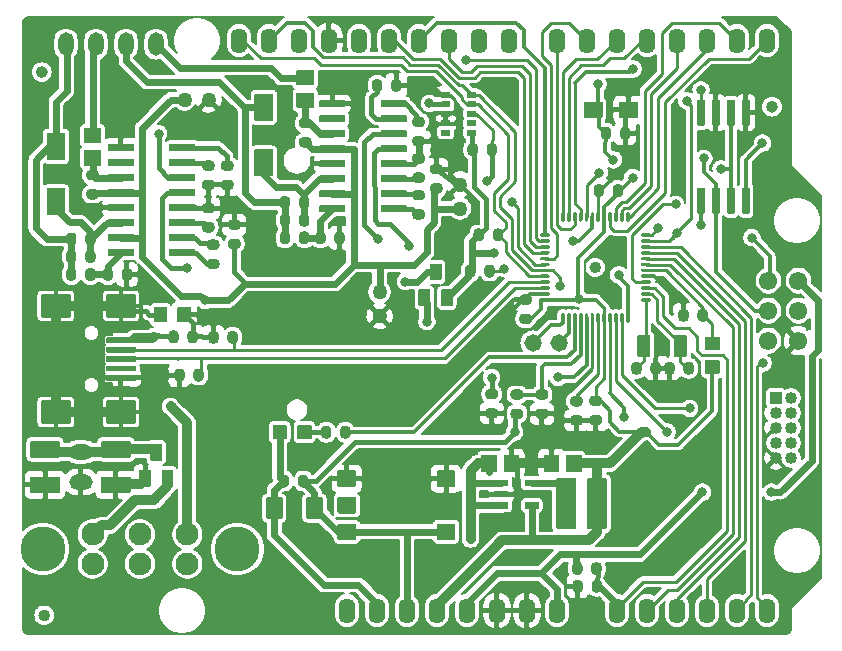
<source format=gbr>
%TF.GenerationSoftware,KiCad,Pcbnew,5.1.6-c6e7f7d~87~ubuntu20.04.1*%
%TF.CreationDate,2020-07-24T19:51:26+01:00*%
%TF.ProjectId,ETAG_GEN3,45544147-5f47-4454-9e33-2e6b69636164,rev?*%
%TF.SameCoordinates,Original*%
%TF.FileFunction,Copper,L1,Top*%
%TF.FilePolarity,Positive*%
%FSLAX46Y46*%
G04 Gerber Fmt 4.6, Leading zero omitted, Abs format (unit mm)*
G04 Created by KiCad (PCBNEW 5.1.6-c6e7f7d~87~ubuntu20.04.1) date 2020-07-24 19:51:26*
%MOMM*%
%LPD*%
G01*
G04 APERTURE LIST*
%TA.AperFunction,ComponentPad*%
%ADD10C,1.550000*%
%TD*%
%TA.AperFunction,ComponentPad*%
%ADD11O,1.422400X2.133600*%
%TD*%
%TA.AperFunction,ComponentPad*%
%ADD12C,1.016000*%
%TD*%
%TA.AperFunction,ComponentPad*%
%ADD13R,1.016000X1.016000*%
%TD*%
%TA.AperFunction,ComponentPad*%
%ADD14C,3.810000*%
%TD*%
%TA.AperFunction,ComponentPad*%
%ADD15C,1.930400*%
%TD*%
%TA.AperFunction,ComponentPad*%
%ADD16C,1.270000*%
%TD*%
%TA.AperFunction,ComponentPad*%
%ADD17O,1.320800X1.981200*%
%TD*%
%TA.AperFunction,ComponentPad*%
%ADD18O,1.981200X1.320800*%
%TD*%
%TA.AperFunction,ViaPad*%
%ADD19C,0.828600*%
%TD*%
%TA.AperFunction,Conductor*%
%ADD20C,0.304800*%
%TD*%
%TA.AperFunction,Conductor*%
%ADD21C,0.254000*%
%TD*%
%TA.AperFunction,Conductor*%
%ADD22C,0.812800*%
%TD*%
%TA.AperFunction,Conductor*%
%ADD23C,0.406400*%
%TD*%
%TA.AperFunction,Conductor*%
%ADD24C,0.609600*%
%TD*%
%TA.AperFunction,Conductor*%
%ADD25C,0.127000*%
%TD*%
%TA.AperFunction,Conductor*%
%ADD26C,0.508000*%
%TD*%
%TA.AperFunction,Conductor*%
%ADD27C,0.203200*%
%TD*%
G04 APERTURE END LIST*
D10*
%TO.P,ICSP6,6*%
%TO.N,GND*%
X180378100Y-106273600D03*
%TO.P,ICSP6,5*%
%TO.N,/ETAG_GEN3_2/RESET*%
X177838100Y-106273600D03*
%TO.P,ICSP6,4*%
%TO.N,PB10_S4_SPI_MOSI*%
X180378100Y-103733600D03*
%TO.P,ICSP6,3*%
%TO.N,PB11_S4_SPI_SCK*%
X177838100Y-103733600D03*
%TO.P,ICSP6,2*%
%TO.N,V_IN*%
X180378100Y-101193600D03*
%TO.P,ICSP6,1*%
%TO.N,PB12_S4_SPI_MISO*%
X177838100Y-101193600D03*
%TD*%
D11*
%TO.P,HDR_IOL1,8*%
%TO.N,/ETAG_GEN3_2/PA13*%
X159931100Y-80873600D03*
%TO.P,HDR_IOL1,7*%
%TO.N,/ETAG_GEN3_2/PA20_TCC0-W6*%
X162471100Y-80873600D03*
%TO.P,HDR_IOL1,6*%
%TO.N,/ETAG_GEN3_2/PA15_TCC0-W5*%
X165011100Y-80873600D03*
%TO.P,HDR_IOL1,5*%
%TO.N,/ETAG_GEN3_2/PA14_TCC0-W4*%
X167551100Y-80873600D03*
%TO.P,HDR_IOL1,4*%
%TO.N,/ETAG_GEN3_2/PA09_TCC0-W1_PA9*%
X170091100Y-80873600D03*
%TO.P,HDR_IOL1,3*%
%TO.N,PA08_TCC0-W0_PA8*%
X172631100Y-80873600D03*
%TO.P,HDR_IOL1,2*%
%TO.N,/ETAG_GEN3_2/PA10_TCC0-W2_PA10*%
X175171100Y-80873600D03*
%TO.P,HDR_IOL1,1*%
%TO.N,/ETAG_GEN3_2/PA11_TCC0-W3_PA11*%
X177711100Y-80873600D03*
%TD*%
%TO.P,HDR_IOH1,10*%
%TO.N,PA23_SCL*%
X133007100Y-80873600D03*
%TO.P,HDR_IOH1,9*%
%TO.N,PA22_SDA*%
X135547100Y-80873600D03*
%TO.P,HDR_IOH1,8*%
%TO.N,/ETAG_GEN3_2/PA03_AREFA*%
X138087100Y-80873600D03*
%TO.P,HDR_IOH1,7*%
%TO.N,GND*%
X140627100Y-80873600D03*
%TO.P,HDR_IOH1,6*%
%TO.N,/ETAG_GEN3_2/PA17_SCK*%
X143167100Y-80873600D03*
%TO.P,HDR_IOH1,5*%
%TO.N,/ETAG_GEN3_2/PA19_MISO*%
X145707100Y-80873600D03*
%TO.P,HDR_IOH1,4*%
%TO.N,/ETAG_GEN3_2/PA16_MOSI*%
X148247100Y-80873600D03*
%TO.P,HDR_IOH1,3*%
%TO.N,/ETAG_GEN3_2/PA18_SS*%
X150787100Y-80873600D03*
%TO.P,HDR_IOH1,2*%
%TO.N,PA7_RFID_SHD2*%
X153327100Y-80873600D03*
%TO.P,HDR_IOH1,1*%
%TO.N,PA6_RFID_SHD*%
X155867100Y-80873600D03*
%TD*%
%TO.P,HDR_AD1,6*%
%TO.N,/ETAG_GEN3_2/PB02*%
X177711100Y-129133600D03*
%TO.P,HDR_AD1,5*%
%TO.N,/ETAG_GEN3_2/PA05_AIN5*%
X175171100Y-129133600D03*
%TO.P,HDR_AD1,4*%
%TO.N,/ETAG_GEN3_2/PA04_AIN4*%
X172631100Y-129133600D03*
%TO.P,HDR_AD1,3*%
%TO.N,/ETAG_GEN3_2/PB09_AIN3*%
X170091100Y-129133600D03*
%TO.P,HDR_AD1,2*%
%TO.N,/ETAG_GEN3_2/PB08_AIN2*%
X167551100Y-129133600D03*
%TO.P,HDR_AD1,1*%
%TO.N,PA02_AIN0*%
X165011100Y-129133600D03*
%TD*%
%TO.P,FD1,P$1*%
%TO.N,N/C*%
%TA.AperFunction,SMDPad,CuDef*%
G36*
G01*
X116818100Y-83542600D02*
X116818100Y-83542600D01*
G75*
G02*
X116310100Y-84050600I-508000J0D01*
G01*
X116310100Y-84050600D01*
G75*
G02*
X115802100Y-83542600I0J508000D01*
G01*
X115802100Y-83542600D01*
G75*
G02*
X116310100Y-83034600I508000J0D01*
G01*
X116310100Y-83034600D01*
G75*
G02*
X116818100Y-83542600I0J-508000D01*
G01*
G37*
%TD.AperFunction*%
%TD*%
%TO.P,FD2,P$1*%
%TO.N,N/C*%
%TA.AperFunction,SMDPad,CuDef*%
G36*
G01*
X116008100Y-129547600D02*
X116008100Y-129547600D01*
G75*
G02*
X116516100Y-129039600I508000J0D01*
G01*
X116516100Y-129039600D01*
G75*
G02*
X117024100Y-129547600I0J-508000D01*
G01*
X117024100Y-129547600D01*
G75*
G02*
X116516100Y-130055600I-508000J0D01*
G01*
X116516100Y-130055600D01*
G75*
G02*
X116008100Y-129547600I0J508000D01*
G01*
G37*
%TD.AperFunction*%
%TD*%
%TO.P,FD3,P$1*%
%TO.N,N/C*%
%TA.AperFunction,SMDPad,CuDef*%
G36*
G01*
X177625100Y-86482600D02*
X177625100Y-86482600D01*
G75*
G02*
X178133100Y-85974600I508000J0D01*
G01*
X178133100Y-85974600D01*
G75*
G02*
X178641100Y-86482600I0J-508000D01*
G01*
X178641100Y-86482600D01*
G75*
G02*
X178133100Y-86990600I-508000J0D01*
G01*
X178133100Y-86990600D01*
G75*
G02*
X177625100Y-86482600I0J508000D01*
G01*
G37*
%TD.AperFunction*%
%TD*%
%TO.P,RESET1,5*%
%TO.N,5-GND*%
%TA.AperFunction,SMDPad,CuDef*%
G36*
G01*
X141334100Y-120809600D02*
X141334100Y-119619600D01*
G75*
G02*
X141439100Y-119514600I105000J0D01*
G01*
X142829100Y-119514600D01*
G75*
G02*
X142934100Y-119619600I0J-105000D01*
G01*
X142934100Y-120809600D01*
G75*
G02*
X142829100Y-120914600I-105000J0D01*
G01*
X141439100Y-120914600D01*
G75*
G02*
X141334100Y-120809600I0J105000D01*
G01*
G37*
%TD.AperFunction*%
%TO.P,RESET1,4*%
%TO.N,/ETAG_GEN3_2/RESET*%
%TA.AperFunction,SMDPad,CuDef*%
G36*
G01*
X149734100Y-123059600D02*
X149734100Y-121869600D01*
G75*
G02*
X149839100Y-121764600I105000J0D01*
G01*
X151229100Y-121764600D01*
G75*
G02*
X151334100Y-121869600I0J-105000D01*
G01*
X151334100Y-123059600D01*
G75*
G02*
X151229100Y-123164600I-105000J0D01*
G01*
X149839100Y-123164600D01*
G75*
G02*
X149734100Y-123059600I0J105000D01*
G01*
G37*
%TD.AperFunction*%
%TO.P,RESET1,3*%
%TA.AperFunction,SMDPad,CuDef*%
G36*
G01*
X141334100Y-123059600D02*
X141334100Y-121869600D01*
G75*
G02*
X141439100Y-121764600I105000J0D01*
G01*
X142829100Y-121764600D01*
G75*
G02*
X142934100Y-121869600I0J-105000D01*
G01*
X142934100Y-123059600D01*
G75*
G02*
X142829100Y-123164600I-105000J0D01*
G01*
X141439100Y-123164600D01*
G75*
G02*
X141334100Y-123059600I0J105000D01*
G01*
G37*
%TD.AperFunction*%
%TO.P,RESET1,2*%
%TO.N,GND*%
%TA.AperFunction,SMDPad,CuDef*%
G36*
G01*
X149734100Y-118559600D02*
X149734100Y-117369600D01*
G75*
G02*
X149839100Y-117264600I105000J0D01*
G01*
X151229100Y-117264600D01*
G75*
G02*
X151334100Y-117369600I0J-105000D01*
G01*
X151334100Y-118559600D01*
G75*
G02*
X151229100Y-118664600I-105000J0D01*
G01*
X149839100Y-118664600D01*
G75*
G02*
X149734100Y-118559600I0J105000D01*
G01*
G37*
%TD.AperFunction*%
%TO.P,RESET1,1*%
%TA.AperFunction,SMDPad,CuDef*%
G36*
G01*
X141334100Y-118559600D02*
X141334100Y-117369600D01*
G75*
G02*
X141439100Y-117264600I105000J0D01*
G01*
X142829100Y-117264600D01*
G75*
G02*
X142934100Y-117369600I0J-105000D01*
G01*
X142934100Y-118559600D01*
G75*
G02*
X142829100Y-118664600I-105000J0D01*
G01*
X141439100Y-118664600D01*
G75*
G02*
X141334100Y-118559600I0J105000D01*
G01*
G37*
%TD.AperFunction*%
%TD*%
%TO.P,HDR_POWER1,8*%
%TO.N,V_IN*%
X159931100Y-129133600D03*
%TO.P,HDR_POWER1,7*%
%TO.N,GND*%
X157391100Y-129133600D03*
%TO.P,HDR_POWER1,6*%
X154851100Y-129133600D03*
%TO.P,HDR_POWER1,5*%
%TO.N,V_IN*%
X152311100Y-129133600D03*
%TO.P,HDR_POWER1,4*%
%TO.N,+3V3*%
X149771100Y-129133600D03*
%TO.P,HDR_POWER1,3*%
%TO.N,/ETAG_GEN3_2/RESET*%
X147231100Y-129133600D03*
%TO.P,HDR_POWER1,2*%
%TO.N,+3V3*%
X144691100Y-129133600D03*
%TO.P,HDR_POWER1,1*%
%TO.N,Net-(HDR_POWER1-Pad1)*%
X142151100Y-129133600D03*
%TD*%
%TO.P,D1,C*%
%TO.N,+3V3*%
%TA.AperFunction,SMDPad,CuDef*%
G36*
G01*
X135294100Y-121283600D02*
X135294100Y-119623600D01*
G75*
G02*
X135364100Y-119553600I70000J0D01*
G01*
X136624100Y-119553600D01*
G75*
G02*
X136694100Y-119623600I0J-70000D01*
G01*
X136694100Y-121283600D01*
G75*
G02*
X136624100Y-121353600I-70000J0D01*
G01*
X135364100Y-121353600D01*
G75*
G02*
X135294100Y-121283600I0J70000D01*
G01*
G37*
%TD.AperFunction*%
%TO.P,D1,A*%
%TO.N,/ETAG_GEN3_2/RESET*%
%TA.AperFunction,SMDPad,CuDef*%
G36*
G01*
X138694100Y-121283600D02*
X138694100Y-119623600D01*
G75*
G02*
X138764100Y-119553600I70000J0D01*
G01*
X140024100Y-119553600D01*
G75*
G02*
X140094100Y-119623600I0J-70000D01*
G01*
X140094100Y-121283600D01*
G75*
G02*
X140024100Y-121353600I-70000J0D01*
G01*
X138764100Y-121353600D01*
G75*
G02*
X138694100Y-121283600I0J70000D01*
G01*
G37*
%TD.AperFunction*%
%TD*%
%TO.P,MCU1,48*%
%TO.N,PB03_RFIDIN*%
%TA.AperFunction,SMDPad,CuDef*%
G36*
G01*
X165899100Y-103931800D02*
X165963100Y-103931800D01*
G75*
G02*
X166091100Y-104059800I0J-128000D01*
G01*
X166091100Y-104653800D01*
G75*
G02*
X165963100Y-104781800I-128000J0D01*
G01*
X165899100Y-104781800D01*
G75*
G02*
X165771100Y-104653800I0J128000D01*
G01*
X165771100Y-104059800D01*
G75*
G02*
X165899100Y-103931800I128000J0D01*
G01*
G37*
%TD.AperFunction*%
%TO.P,MCU1,47*%
%TO.N,/ETAG_GEN3_2/PB02*%
%TA.AperFunction,SMDPad,CuDef*%
G36*
G01*
X165399100Y-103931800D02*
X165463100Y-103931800D01*
G75*
G02*
X165591100Y-104059800I0J-128000D01*
G01*
X165591100Y-104653800D01*
G75*
G02*
X165463100Y-104781800I-128000J0D01*
G01*
X165399100Y-104781800D01*
G75*
G02*
X165271100Y-104653800I0J128000D01*
G01*
X165271100Y-104059800D01*
G75*
G02*
X165399100Y-103931800I128000J0D01*
G01*
G37*
%TD.AperFunction*%
%TO.P,MCU1,46*%
%TO.N,/ETAG_GEN3_2/PA31_SWDIO*%
%TA.AperFunction,SMDPad,CuDef*%
G36*
G01*
X164899100Y-103931800D02*
X164963100Y-103931800D01*
G75*
G02*
X165091100Y-104059800I0J-128000D01*
G01*
X165091100Y-104653800D01*
G75*
G02*
X164963100Y-104781800I-128000J0D01*
G01*
X164899100Y-104781800D01*
G75*
G02*
X164771100Y-104653800I0J128000D01*
G01*
X164771100Y-104059800D01*
G75*
G02*
X164899100Y-103931800I128000J0D01*
G01*
G37*
%TD.AperFunction*%
%TO.P,MCU1,45*%
%TO.N,/ETAG_GEN3_2/PA30_SWCLK*%
%TA.AperFunction,SMDPad,CuDef*%
G36*
G01*
X164399100Y-103931800D02*
X164463100Y-103931800D01*
G75*
G02*
X164591100Y-104059800I0J-128000D01*
G01*
X164591100Y-104653800D01*
G75*
G02*
X164463100Y-104781800I-128000J0D01*
G01*
X164399100Y-104781800D01*
G75*
G02*
X164271100Y-104653800I0J128000D01*
G01*
X164271100Y-104059800D01*
G75*
G02*
X164399100Y-103931800I128000J0D01*
G01*
G37*
%TD.AperFunction*%
%TO.P,MCU1,P$1*%
%TO.N,N/C*%
%TA.AperFunction,SMDPad,CuDef*%
G36*
G01*
X163681100Y-100081800D02*
X163681100Y-100081800D01*
G75*
G02*
X163181100Y-100581800I-500000J0D01*
G01*
X163181100Y-100581800D01*
G75*
G02*
X162681100Y-100081800I0J500000D01*
G01*
X162681100Y-100081800D01*
G75*
G02*
X163181100Y-99581800I500000J0D01*
G01*
X163181100Y-99581800D01*
G75*
G02*
X163681100Y-100081800I0J-500000D01*
G01*
G37*
%TD.AperFunction*%
%TO.P,MCU1,44*%
%TO.N,+3V3*%
%TA.AperFunction,SMDPad,CuDef*%
G36*
G01*
X163899100Y-103931800D02*
X163963100Y-103931800D01*
G75*
G02*
X164091100Y-104059800I0J-128000D01*
G01*
X164091100Y-104653800D01*
G75*
G02*
X163963100Y-104781800I-128000J0D01*
G01*
X163899100Y-104781800D01*
G75*
G02*
X163771100Y-104653800I0J128000D01*
G01*
X163771100Y-104059800D01*
G75*
G02*
X163899100Y-103931800I128000J0D01*
G01*
G37*
%TD.AperFunction*%
%TO.P,MCU1,43*%
%TO.N,/ETAG_GEN3_2/VDDCORE*%
%TA.AperFunction,SMDPad,CuDef*%
G36*
G01*
X163399100Y-103931800D02*
X163463100Y-103931800D01*
G75*
G02*
X163591100Y-104059800I0J-128000D01*
G01*
X163591100Y-104653800D01*
G75*
G02*
X163463100Y-104781800I-128000J0D01*
G01*
X163399100Y-104781800D01*
G75*
G02*
X163271100Y-104653800I0J128000D01*
G01*
X163271100Y-104059800D01*
G75*
G02*
X163399100Y-103931800I128000J0D01*
G01*
G37*
%TD.AperFunction*%
%TO.P,MCU1,42*%
%TO.N,GND*%
%TA.AperFunction,SMDPad,CuDef*%
G36*
G01*
X162899100Y-103931800D02*
X162963100Y-103931800D01*
G75*
G02*
X163091100Y-104059800I0J-128000D01*
G01*
X163091100Y-104653800D01*
G75*
G02*
X162963100Y-104781800I-128000J0D01*
G01*
X162899100Y-104781800D01*
G75*
G02*
X162771100Y-104653800I0J128000D01*
G01*
X162771100Y-104059800D01*
G75*
G02*
X162899100Y-103931800I128000J0D01*
G01*
G37*
%TD.AperFunction*%
%TO.P,MCU1,41*%
%TO.N,PA28_2FETS*%
%TA.AperFunction,SMDPad,CuDef*%
G36*
G01*
X162399100Y-103931800D02*
X162463100Y-103931800D01*
G75*
G02*
X162591100Y-104059800I0J-128000D01*
G01*
X162591100Y-104653800D01*
G75*
G02*
X162463100Y-104781800I-128000J0D01*
G01*
X162399100Y-104781800D01*
G75*
G02*
X162271100Y-104653800I0J128000D01*
G01*
X162271100Y-104059800D01*
G75*
G02*
X162399100Y-103931800I128000J0D01*
G01*
G37*
%TD.AperFunction*%
%TO.P,MCU1,40*%
%TO.N,/ETAG_GEN3_2/TARGET_RESET*%
%TA.AperFunction,SMDPad,CuDef*%
G36*
G01*
X161899100Y-103931800D02*
X161963100Y-103931800D01*
G75*
G02*
X162091100Y-104059800I0J-128000D01*
G01*
X162091100Y-104653800D01*
G75*
G02*
X161963100Y-104781800I-128000J0D01*
G01*
X161899100Y-104781800D01*
G75*
G02*
X161771100Y-104653800I0J128000D01*
G01*
X161771100Y-104059800D01*
G75*
G02*
X161899100Y-103931800I128000J0D01*
G01*
G37*
%TD.AperFunction*%
%TO.P,MCU1,39*%
%TO.N,/ETAG_GEN3_2/PA27_TX_LED*%
%TA.AperFunction,SMDPad,CuDef*%
G36*
G01*
X161399100Y-103931800D02*
X161463100Y-103931800D01*
G75*
G02*
X161591100Y-104059800I0J-128000D01*
G01*
X161591100Y-104653800D01*
G75*
G02*
X161463100Y-104781800I-128000J0D01*
G01*
X161399100Y-104781800D01*
G75*
G02*
X161271100Y-104653800I0J128000D01*
G01*
X161271100Y-104059800D01*
G75*
G02*
X161399100Y-103931800I128000J0D01*
G01*
G37*
%TD.AperFunction*%
%TO.P,MCU1,38*%
%TO.N,/ETAG_GEN3_2/PB23_DEBUG_RX*%
%TA.AperFunction,SMDPad,CuDef*%
G36*
G01*
X160899100Y-103931800D02*
X160963100Y-103931800D01*
G75*
G02*
X161091100Y-104059800I0J-128000D01*
G01*
X161091100Y-104653800D01*
G75*
G02*
X160963100Y-104781800I-128000J0D01*
G01*
X160899100Y-104781800D01*
G75*
G02*
X160771100Y-104653800I0J128000D01*
G01*
X160771100Y-104059800D01*
G75*
G02*
X160899100Y-103931800I128000J0D01*
G01*
G37*
%TD.AperFunction*%
%TO.P,MCU1,37*%
%TO.N,/ETAG_GEN3_2/PB22_DEBUG_TX*%
%TA.AperFunction,SMDPad,CuDef*%
G36*
G01*
X160399100Y-103931800D02*
X160463100Y-103931800D01*
G75*
G02*
X160591100Y-104059800I0J-128000D01*
G01*
X160591100Y-104653800D01*
G75*
G02*
X160463100Y-104781800I-128000J0D01*
G01*
X160399100Y-104781800D01*
G75*
G02*
X160271100Y-104653800I0J128000D01*
G01*
X160271100Y-104059800D01*
G75*
G02*
X160399100Y-103931800I128000J0D01*
G01*
G37*
%TD.AperFunction*%
%TO.P,MCU1,36*%
%TO.N,+3V3*%
%TA.AperFunction,SMDPad,CuDef*%
G36*
G01*
X159331100Y-102799800D02*
X159331100Y-102863800D01*
G75*
G02*
X159203100Y-102991800I-128000J0D01*
G01*
X158609100Y-102991800D01*
G75*
G02*
X158481100Y-102863800I0J128000D01*
G01*
X158481100Y-102799800D01*
G75*
G02*
X158609100Y-102671800I128000J0D01*
G01*
X159203100Y-102671800D01*
G75*
G02*
X159331100Y-102799800I0J-128000D01*
G01*
G37*
%TD.AperFunction*%
%TO.P,MCU1,35*%
%TO.N,GND*%
%TA.AperFunction,SMDPad,CuDef*%
G36*
G01*
X159331100Y-102299800D02*
X159331100Y-102363800D01*
G75*
G02*
X159203100Y-102491800I-128000J0D01*
G01*
X158609100Y-102491800D01*
G75*
G02*
X158481100Y-102363800I0J128000D01*
G01*
X158481100Y-102299800D01*
G75*
G02*
X158609100Y-102171800I128000J0D01*
G01*
X159203100Y-102171800D01*
G75*
G02*
X159331100Y-102299800I0J-128000D01*
G01*
G37*
%TD.AperFunction*%
%TO.P,MCU1,34*%
%TO.N,TARGET_USB_P*%
%TA.AperFunction,SMDPad,CuDef*%
G36*
G01*
X159331100Y-101799800D02*
X159331100Y-101863800D01*
G75*
G02*
X159203100Y-101991800I-128000J0D01*
G01*
X158609100Y-101991800D01*
G75*
G02*
X158481100Y-101863800I0J128000D01*
G01*
X158481100Y-101799800D01*
G75*
G02*
X158609100Y-101671800I128000J0D01*
G01*
X159203100Y-101671800D01*
G75*
G02*
X159331100Y-101799800I0J-128000D01*
G01*
G37*
%TD.AperFunction*%
%TO.P,MCU1,33*%
%TO.N,TARGET_USB_N*%
%TA.AperFunction,SMDPad,CuDef*%
G36*
G01*
X159331100Y-101299800D02*
X159331100Y-101363800D01*
G75*
G02*
X159203100Y-101491800I-128000J0D01*
G01*
X158609100Y-101491800D01*
G75*
G02*
X158481100Y-101363800I0J128000D01*
G01*
X158481100Y-101299800D01*
G75*
G02*
X158609100Y-101171800I128000J0D01*
G01*
X159203100Y-101171800D01*
G75*
G02*
X159331100Y-101299800I0J-128000D01*
G01*
G37*
%TD.AperFunction*%
%TO.P,MCU1,32*%
%TO.N,PA23_SCL*%
%TA.AperFunction,SMDPad,CuDef*%
G36*
G01*
X159331100Y-100799800D02*
X159331100Y-100863800D01*
G75*
G02*
X159203100Y-100991800I-128000J0D01*
G01*
X158609100Y-100991800D01*
G75*
G02*
X158481100Y-100863800I0J128000D01*
G01*
X158481100Y-100799800D01*
G75*
G02*
X158609100Y-100671800I128000J0D01*
G01*
X159203100Y-100671800D01*
G75*
G02*
X159331100Y-100799800I0J-128000D01*
G01*
G37*
%TD.AperFunction*%
%TO.P,MCU1,31*%
%TO.N,PA22_SDA*%
%TA.AperFunction,SMDPad,CuDef*%
G36*
G01*
X159331100Y-100299800D02*
X159331100Y-100363800D01*
G75*
G02*
X159203100Y-100491800I-128000J0D01*
G01*
X158609100Y-100491800D01*
G75*
G02*
X158481100Y-100363800I0J128000D01*
G01*
X158481100Y-100299800D01*
G75*
G02*
X158609100Y-100171800I128000J0D01*
G01*
X159203100Y-100171800D01*
G75*
G02*
X159331100Y-100299800I0J-128000D01*
G01*
G37*
%TD.AperFunction*%
%TO.P,MCU1,30*%
%TO.N,PA21_INT&SDCS*%
%TA.AperFunction,SMDPad,CuDef*%
G36*
G01*
X159331100Y-99799800D02*
X159331100Y-99863800D01*
G75*
G02*
X159203100Y-99991800I-128000J0D01*
G01*
X158609100Y-99991800D01*
G75*
G02*
X158481100Y-99863800I0J128000D01*
G01*
X158481100Y-99799800D01*
G75*
G02*
X158609100Y-99671800I128000J0D01*
G01*
X159203100Y-99671800D01*
G75*
G02*
X159331100Y-99799800I0J-128000D01*
G01*
G37*
%TD.AperFunction*%
%TO.P,MCU1,29*%
%TO.N,/ETAG_GEN3_2/PA20_TCC0-W6*%
%TA.AperFunction,SMDPad,CuDef*%
G36*
G01*
X159331100Y-99299800D02*
X159331100Y-99363800D01*
G75*
G02*
X159203100Y-99491800I-128000J0D01*
G01*
X158609100Y-99491800D01*
G75*
G02*
X158481100Y-99363800I0J128000D01*
G01*
X158481100Y-99299800D01*
G75*
G02*
X158609100Y-99171800I128000J0D01*
G01*
X159203100Y-99171800D01*
G75*
G02*
X159331100Y-99299800I0J-128000D01*
G01*
G37*
%TD.AperFunction*%
%TO.P,MCU1,28*%
%TO.N,/ETAG_GEN3_2/PA19_MISO*%
%TA.AperFunction,SMDPad,CuDef*%
G36*
G01*
X159331100Y-98799800D02*
X159331100Y-98863800D01*
G75*
G02*
X159203100Y-98991800I-128000J0D01*
G01*
X158609100Y-98991800D01*
G75*
G02*
X158481100Y-98863800I0J128000D01*
G01*
X158481100Y-98799800D01*
G75*
G02*
X158609100Y-98671800I128000J0D01*
G01*
X159203100Y-98671800D01*
G75*
G02*
X159331100Y-98799800I0J-128000D01*
G01*
G37*
%TD.AperFunction*%
%TO.P,MCU1,27*%
%TO.N,/ETAG_GEN3_2/PA18_SS*%
%TA.AperFunction,SMDPad,CuDef*%
G36*
G01*
X159331100Y-98299800D02*
X159331100Y-98363800D01*
G75*
G02*
X159203100Y-98491800I-128000J0D01*
G01*
X158609100Y-98491800D01*
G75*
G02*
X158481100Y-98363800I0J128000D01*
G01*
X158481100Y-98299800D01*
G75*
G02*
X158609100Y-98171800I128000J0D01*
G01*
X159203100Y-98171800D01*
G75*
G02*
X159331100Y-98299800I0J-128000D01*
G01*
G37*
%TD.AperFunction*%
%TO.P,MCU1,26*%
%TO.N,/ETAG_GEN3_2/PA17_SCK*%
%TA.AperFunction,SMDPad,CuDef*%
G36*
G01*
X159331100Y-97799800D02*
X159331100Y-97863800D01*
G75*
G02*
X159203100Y-97991800I-128000J0D01*
G01*
X158609100Y-97991800D01*
G75*
G02*
X158481100Y-97863800I0J128000D01*
G01*
X158481100Y-97799800D01*
G75*
G02*
X158609100Y-97671800I128000J0D01*
G01*
X159203100Y-97671800D01*
G75*
G02*
X159331100Y-97799800I0J-128000D01*
G01*
G37*
%TD.AperFunction*%
%TO.P,MCU1,25*%
%TO.N,/ETAG_GEN3_2/PA16_MOSI*%
%TA.AperFunction,SMDPad,CuDef*%
G36*
G01*
X159331100Y-97299800D02*
X159331100Y-97363800D01*
G75*
G02*
X159203100Y-97491800I-128000J0D01*
G01*
X158609100Y-97491800D01*
G75*
G02*
X158481100Y-97363800I0J128000D01*
G01*
X158481100Y-97299800D01*
G75*
G02*
X158609100Y-97171800I128000J0D01*
G01*
X159203100Y-97171800D01*
G75*
G02*
X159331100Y-97299800I0J-128000D01*
G01*
G37*
%TD.AperFunction*%
%TO.P,MCU1,24*%
%TO.N,/ETAG_GEN3_2/PA15_TCC0-W5*%
%TA.AperFunction,SMDPad,CuDef*%
G36*
G01*
X160399100Y-95381800D02*
X160463100Y-95381800D01*
G75*
G02*
X160591100Y-95509800I0J-128000D01*
G01*
X160591100Y-96103800D01*
G75*
G02*
X160463100Y-96231800I-128000J0D01*
G01*
X160399100Y-96231800D01*
G75*
G02*
X160271100Y-96103800I0J128000D01*
G01*
X160271100Y-95509800D01*
G75*
G02*
X160399100Y-95381800I128000J0D01*
G01*
G37*
%TD.AperFunction*%
%TO.P,MCU1,23*%
%TO.N,/ETAG_GEN3_2/PA14_TCC0-W4*%
%TA.AperFunction,SMDPad,CuDef*%
G36*
G01*
X160899100Y-95381800D02*
X160963100Y-95381800D01*
G75*
G02*
X161091100Y-95509800I0J-128000D01*
G01*
X161091100Y-96103800D01*
G75*
G02*
X160963100Y-96231800I-128000J0D01*
G01*
X160899100Y-96231800D01*
G75*
G02*
X160771100Y-96103800I0J128000D01*
G01*
X160771100Y-95509800D01*
G75*
G02*
X160899100Y-95381800I128000J0D01*
G01*
G37*
%TD.AperFunction*%
%TO.P,MCU1,22*%
%TO.N,/ETAG_GEN3_2/PA13*%
%TA.AperFunction,SMDPad,CuDef*%
G36*
G01*
X161399100Y-95381800D02*
X161463100Y-95381800D01*
G75*
G02*
X161591100Y-95509800I0J-128000D01*
G01*
X161591100Y-96103800D01*
G75*
G02*
X161463100Y-96231800I-128000J0D01*
G01*
X161399100Y-96231800D01*
G75*
G02*
X161271100Y-96103800I0J128000D01*
G01*
X161271100Y-95509800D01*
G75*
G02*
X161399100Y-95381800I128000J0D01*
G01*
G37*
%TD.AperFunction*%
%TO.P,MCU1,21*%
%TO.N,PB12_S4_SPI_MISO*%
%TA.AperFunction,SMDPad,CuDef*%
G36*
G01*
X161899100Y-95381800D02*
X161963100Y-95381800D01*
G75*
G02*
X162091100Y-95509800I0J-128000D01*
G01*
X162091100Y-96103800D01*
G75*
G02*
X161963100Y-96231800I-128000J0D01*
G01*
X161899100Y-96231800D01*
G75*
G02*
X161771100Y-96103800I0J128000D01*
G01*
X161771100Y-95509800D01*
G75*
G02*
X161899100Y-95381800I128000J0D01*
G01*
G37*
%TD.AperFunction*%
%TO.P,MCU1,20*%
%TO.N,PB11_S4_SPI_SCK*%
%TA.AperFunction,SMDPad,CuDef*%
G36*
G01*
X162399100Y-95381800D02*
X162463100Y-95381800D01*
G75*
G02*
X162591100Y-95509800I0J-128000D01*
G01*
X162591100Y-96103800D01*
G75*
G02*
X162463100Y-96231800I-128000J0D01*
G01*
X162399100Y-96231800D01*
G75*
G02*
X162271100Y-96103800I0J128000D01*
G01*
X162271100Y-95509800D01*
G75*
G02*
X162399100Y-95381800I128000J0D01*
G01*
G37*
%TD.AperFunction*%
%TO.P,MCU1,19*%
%TO.N,PB10_S4_SPI_MOSI*%
%TA.AperFunction,SMDPad,CuDef*%
G36*
G01*
X162899100Y-95381800D02*
X162963100Y-95381800D01*
G75*
G02*
X163091100Y-95509800I0J-128000D01*
G01*
X163091100Y-96103800D01*
G75*
G02*
X162963100Y-96231800I-128000J0D01*
G01*
X162899100Y-96231800D01*
G75*
G02*
X162771100Y-96103800I0J128000D01*
G01*
X162771100Y-95509800D01*
G75*
G02*
X162899100Y-95381800I128000J0D01*
G01*
G37*
%TD.AperFunction*%
%TO.P,MCU1,18*%
%TO.N,GND*%
%TA.AperFunction,SMDPad,CuDef*%
G36*
G01*
X163399100Y-95381800D02*
X163463100Y-95381800D01*
G75*
G02*
X163591100Y-95509800I0J-128000D01*
G01*
X163591100Y-96103800D01*
G75*
G02*
X163463100Y-96231800I-128000J0D01*
G01*
X163399100Y-96231800D01*
G75*
G02*
X163271100Y-96103800I0J128000D01*
G01*
X163271100Y-95509800D01*
G75*
G02*
X163399100Y-95381800I128000J0D01*
G01*
G37*
%TD.AperFunction*%
%TO.P,MCU1,17*%
%TO.N,+3V3*%
%TA.AperFunction,SMDPad,CuDef*%
G36*
G01*
X163899100Y-95381800D02*
X163963100Y-95381800D01*
G75*
G02*
X164091100Y-95509800I0J-128000D01*
G01*
X164091100Y-96103800D01*
G75*
G02*
X163963100Y-96231800I-128000J0D01*
G01*
X163899100Y-96231800D01*
G75*
G02*
X163771100Y-96103800I0J128000D01*
G01*
X163771100Y-95509800D01*
G75*
G02*
X163899100Y-95381800I128000J0D01*
G01*
G37*
%TD.AperFunction*%
%TO.P,MCU1,16*%
%TO.N,/ETAG_GEN3_2/PA11_TCC0-W3_PA11*%
%TA.AperFunction,SMDPad,CuDef*%
G36*
G01*
X164399100Y-95381800D02*
X164463100Y-95381800D01*
G75*
G02*
X164591100Y-95509800I0J-128000D01*
G01*
X164591100Y-96103800D01*
G75*
G02*
X164463100Y-96231800I-128000J0D01*
G01*
X164399100Y-96231800D01*
G75*
G02*
X164271100Y-96103800I0J128000D01*
G01*
X164271100Y-95509800D01*
G75*
G02*
X164399100Y-95381800I128000J0D01*
G01*
G37*
%TD.AperFunction*%
%TO.P,MCU1,15*%
%TO.N,/ETAG_GEN3_2/PA10_TCC0-W2_PA10*%
%TA.AperFunction,SMDPad,CuDef*%
G36*
G01*
X164899100Y-95381800D02*
X164963100Y-95381800D01*
G75*
G02*
X165091100Y-95509800I0J-128000D01*
G01*
X165091100Y-96103800D01*
G75*
G02*
X164963100Y-96231800I-128000J0D01*
G01*
X164899100Y-96231800D01*
G75*
G02*
X164771100Y-96103800I0J128000D01*
G01*
X164771100Y-95509800D01*
G75*
G02*
X164899100Y-95381800I128000J0D01*
G01*
G37*
%TD.AperFunction*%
%TO.P,MCU1,14*%
%TO.N,/ETAG_GEN3_2/PA09_TCC0-W1_PA9*%
%TA.AperFunction,SMDPad,CuDef*%
G36*
G01*
X165399100Y-95381800D02*
X165463100Y-95381800D01*
G75*
G02*
X165591100Y-95509800I0J-128000D01*
G01*
X165591100Y-96103800D01*
G75*
G02*
X165463100Y-96231800I-128000J0D01*
G01*
X165399100Y-96231800D01*
G75*
G02*
X165271100Y-96103800I0J128000D01*
G01*
X165271100Y-95509800D01*
G75*
G02*
X165399100Y-95381800I128000J0D01*
G01*
G37*
%TD.AperFunction*%
%TO.P,MCU1,13*%
%TO.N,PA08_TCC0-W0_PA8*%
%TA.AperFunction,SMDPad,CuDef*%
G36*
G01*
X165899100Y-95381800D02*
X165963100Y-95381800D01*
G75*
G02*
X166091100Y-95509800I0J-128000D01*
G01*
X166091100Y-96103800D01*
G75*
G02*
X165963100Y-96231800I-128000J0D01*
G01*
X165899100Y-96231800D01*
G75*
G02*
X165771100Y-96103800I0J128000D01*
G01*
X165771100Y-95509800D01*
G75*
G02*
X165899100Y-95381800I128000J0D01*
G01*
G37*
%TD.AperFunction*%
%TO.P,MCU1,12*%
%TO.N,PA7_RFID_SHD2*%
%TA.AperFunction,SMDPad,CuDef*%
G36*
G01*
X167881100Y-97299800D02*
X167881100Y-97363800D01*
G75*
G02*
X167753100Y-97491800I-128000J0D01*
G01*
X167159100Y-97491800D01*
G75*
G02*
X167031100Y-97363800I0J128000D01*
G01*
X167031100Y-97299800D01*
G75*
G02*
X167159100Y-97171800I128000J0D01*
G01*
X167753100Y-97171800D01*
G75*
G02*
X167881100Y-97299800I0J-128000D01*
G01*
G37*
%TD.AperFunction*%
%TO.P,MCU1,11*%
%TO.N,PA6_RFID_SHD*%
%TA.AperFunction,SMDPad,CuDef*%
G36*
G01*
X167881100Y-97799800D02*
X167881100Y-97863800D01*
G75*
G02*
X167753100Y-97991800I-128000J0D01*
G01*
X167159100Y-97991800D01*
G75*
G02*
X167031100Y-97863800I0J128000D01*
G01*
X167031100Y-97799800D01*
G75*
G02*
X167159100Y-97671800I128000J0D01*
G01*
X167753100Y-97671800D01*
G75*
G02*
X167881100Y-97799800I0J-128000D01*
G01*
G37*
%TD.AperFunction*%
%TO.P,MCU1,10*%
%TO.N,/ETAG_GEN3_2/PA05_AIN5*%
%TA.AperFunction,SMDPad,CuDef*%
G36*
G01*
X167881100Y-98299800D02*
X167881100Y-98363800D01*
G75*
G02*
X167753100Y-98491800I-128000J0D01*
G01*
X167159100Y-98491800D01*
G75*
G02*
X167031100Y-98363800I0J128000D01*
G01*
X167031100Y-98299800D01*
G75*
G02*
X167159100Y-98171800I128000J0D01*
G01*
X167753100Y-98171800D01*
G75*
G02*
X167881100Y-98299800I0J-128000D01*
G01*
G37*
%TD.AperFunction*%
%TO.P,MCU1,9*%
%TO.N,/ETAG_GEN3_2/PA04_AIN4*%
%TA.AperFunction,SMDPad,CuDef*%
G36*
G01*
X167881100Y-98799800D02*
X167881100Y-98863800D01*
G75*
G02*
X167753100Y-98991800I-128000J0D01*
G01*
X167159100Y-98991800D01*
G75*
G02*
X167031100Y-98863800I0J128000D01*
G01*
X167031100Y-98799800D01*
G75*
G02*
X167159100Y-98671800I128000J0D01*
G01*
X167753100Y-98671800D01*
G75*
G02*
X167881100Y-98799800I0J-128000D01*
G01*
G37*
%TD.AperFunction*%
%TO.P,MCU1,8*%
%TO.N,/ETAG_GEN3_2/PB09_AIN3*%
%TA.AperFunction,SMDPad,CuDef*%
G36*
G01*
X167881100Y-99299800D02*
X167881100Y-99363800D01*
G75*
G02*
X167753100Y-99491800I-128000J0D01*
G01*
X167159100Y-99491800D01*
G75*
G02*
X167031100Y-99363800I0J128000D01*
G01*
X167031100Y-99299800D01*
G75*
G02*
X167159100Y-99171800I128000J0D01*
G01*
X167753100Y-99171800D01*
G75*
G02*
X167881100Y-99299800I0J-128000D01*
G01*
G37*
%TD.AperFunction*%
%TO.P,MCU1,7*%
%TO.N,/ETAG_GEN3_2/PB08_AIN2*%
%TA.AperFunction,SMDPad,CuDef*%
G36*
G01*
X167881100Y-99799800D02*
X167881100Y-99863800D01*
G75*
G02*
X167753100Y-99991800I-128000J0D01*
G01*
X167159100Y-99991800D01*
G75*
G02*
X167031100Y-99863800I0J128000D01*
G01*
X167031100Y-99799800D01*
G75*
G02*
X167159100Y-99671800I128000J0D01*
G01*
X167753100Y-99671800D01*
G75*
G02*
X167881100Y-99799800I0J-128000D01*
G01*
G37*
%TD.AperFunction*%
%TO.P,MCU1,6*%
%TO.N,Net-(C6-Pad1)*%
%TA.AperFunction,SMDPad,CuDef*%
G36*
G01*
X167881100Y-100299800D02*
X167881100Y-100363800D01*
G75*
G02*
X167753100Y-100491800I-128000J0D01*
G01*
X167159100Y-100491800D01*
G75*
G02*
X167031100Y-100363800I0J128000D01*
G01*
X167031100Y-100299800D01*
G75*
G02*
X167159100Y-100171800I128000J0D01*
G01*
X167753100Y-100171800D01*
G75*
G02*
X167881100Y-100299800I0J-128000D01*
G01*
G37*
%TD.AperFunction*%
%TO.P,MCU1,5*%
%TO.N,GND*%
%TA.AperFunction,SMDPad,CuDef*%
G36*
G01*
X167881100Y-100799800D02*
X167881100Y-100863800D01*
G75*
G02*
X167753100Y-100991800I-128000J0D01*
G01*
X167159100Y-100991800D01*
G75*
G02*
X167031100Y-100863800I0J128000D01*
G01*
X167031100Y-100799800D01*
G75*
G02*
X167159100Y-100671800I128000J0D01*
G01*
X167753100Y-100671800D01*
G75*
G02*
X167881100Y-100799800I0J-128000D01*
G01*
G37*
%TD.AperFunction*%
%TO.P,MCU1,4*%
%TO.N,/ETAG_GEN3_2/PA03_AREFA*%
%TA.AperFunction,SMDPad,CuDef*%
G36*
G01*
X167881100Y-101299800D02*
X167881100Y-101363800D01*
G75*
G02*
X167753100Y-101491800I-128000J0D01*
G01*
X167159100Y-101491800D01*
G75*
G02*
X167031100Y-101363800I0J128000D01*
G01*
X167031100Y-101299800D01*
G75*
G02*
X167159100Y-101171800I128000J0D01*
G01*
X167753100Y-101171800D01*
G75*
G02*
X167881100Y-101299800I0J-128000D01*
G01*
G37*
%TD.AperFunction*%
%TO.P,MCU1,3*%
%TO.N,PA02_AIN0*%
%TA.AperFunction,SMDPad,CuDef*%
G36*
G01*
X167881100Y-101799800D02*
X167881100Y-101863800D01*
G75*
G02*
X167753100Y-101991800I-128000J0D01*
G01*
X167159100Y-101991800D01*
G75*
G02*
X167031100Y-101863800I0J128000D01*
G01*
X167031100Y-101799800D01*
G75*
G02*
X167159100Y-101671800I128000J0D01*
G01*
X167753100Y-101671800D01*
G75*
G02*
X167881100Y-101799800I0J-128000D01*
G01*
G37*
%TD.AperFunction*%
%TO.P,MCU1,2*%
%TO.N,/ETAG_GEN3_2/PA01_XOUT32*%
%TA.AperFunction,SMDPad,CuDef*%
G36*
G01*
X167881100Y-102299800D02*
X167881100Y-102363800D01*
G75*
G02*
X167753100Y-102491800I-128000J0D01*
G01*
X167159100Y-102491800D01*
G75*
G02*
X167031100Y-102363800I0J128000D01*
G01*
X167031100Y-102299800D01*
G75*
G02*
X167159100Y-102171800I128000J0D01*
G01*
X167753100Y-102171800D01*
G75*
G02*
X167881100Y-102299800I0J-128000D01*
G01*
G37*
%TD.AperFunction*%
%TO.P,MCU1,1*%
%TO.N,/ETAG_GEN3_2/PA00_XIN32*%
%TA.AperFunction,SMDPad,CuDef*%
G36*
G01*
X167881100Y-102799800D02*
X167881100Y-102863800D01*
G75*
G02*
X167753100Y-102991800I-128000J0D01*
G01*
X167159100Y-102991800D01*
G75*
G02*
X167031100Y-102863800I0J128000D01*
G01*
X167031100Y-102799800D01*
G75*
G02*
X167159100Y-102671800I128000J0D01*
G01*
X167753100Y-102671800D01*
G75*
G02*
X167881100Y-102799800I0J-128000D01*
G01*
G37*
%TD.AperFunction*%
%TD*%
%TO.P,C11,2*%
%TO.N,GND*%
%TA.AperFunction,SMDPad,CuDef*%
G36*
G01*
X161029700Y-113119840D02*
X161029700Y-112940160D01*
G75*
G02*
X161389060Y-112580800I359360J0D01*
G01*
X161770340Y-112580800D01*
G75*
G02*
X162129700Y-112940160I0J-359360D01*
G01*
X162129700Y-113119840D01*
G75*
G02*
X161770340Y-113479200I-359360J0D01*
G01*
X161389060Y-113479200D01*
G75*
G02*
X161029700Y-113119840I0J359360D01*
G01*
G37*
%TD.AperFunction*%
%TO.P,C11,1*%
%TO.N,/ETAG_GEN3_2/VDDCORE*%
%TA.AperFunction,SMDPad,CuDef*%
G36*
G01*
X161029700Y-111494240D02*
X161029700Y-111314560D01*
G75*
G02*
X161389060Y-110955200I359360J0D01*
G01*
X161770340Y-110955200D01*
G75*
G02*
X162129700Y-111314560I0J-359360D01*
G01*
X162129700Y-111494240D01*
G75*
G02*
X161770340Y-111853600I-359360J0D01*
G01*
X161389060Y-111853600D01*
G75*
G02*
X161029700Y-111494240I0J359360D01*
G01*
G37*
%TD.AperFunction*%
%TD*%
%TO.P,C5,2*%
%TO.N,GND*%
%TA.AperFunction,SMDPad,CuDef*%
G36*
G01*
X157829400Y-102720360D02*
X157829400Y-102900040D01*
G75*
G02*
X157470040Y-103259400I-359360J0D01*
G01*
X157088760Y-103259400D01*
G75*
G02*
X156729400Y-102900040I0J359360D01*
G01*
X156729400Y-102720360D01*
G75*
G02*
X157088760Y-102361000I359360J0D01*
G01*
X157470040Y-102361000D01*
G75*
G02*
X157829400Y-102720360I0J-359360D01*
G01*
G37*
%TD.AperFunction*%
%TO.P,C5,1*%
%TO.N,+3V3*%
%TA.AperFunction,SMDPad,CuDef*%
G36*
G01*
X157829400Y-104345960D02*
X157829400Y-104525640D01*
G75*
G02*
X157470040Y-104885000I-359360J0D01*
G01*
X157088760Y-104885000D01*
G75*
G02*
X156729400Y-104525640I0J359360D01*
G01*
X156729400Y-104345960D01*
G75*
G02*
X157088760Y-103986600I359360J0D01*
G01*
X157470040Y-103986600D01*
G75*
G02*
X157829400Y-104345960I0J-359360D01*
G01*
G37*
%TD.AperFunction*%
%TD*%
%TO.P,C6,2*%
%TO.N,GND*%
%TA.AperFunction,SMDPad,CuDef*%
G36*
G01*
X170552660Y-103585800D02*
X170732340Y-103585800D01*
G75*
G02*
X171091700Y-103945160I0J-359360D01*
G01*
X171091700Y-104326440D01*
G75*
G02*
X170732340Y-104685800I-359360J0D01*
G01*
X170552660Y-104685800D01*
G75*
G02*
X170193300Y-104326440I0J359360D01*
G01*
X170193300Y-103945160D01*
G75*
G02*
X170552660Y-103585800I359360J0D01*
G01*
G37*
%TD.AperFunction*%
%TO.P,C6,1*%
%TO.N,Net-(C6-Pad1)*%
%TA.AperFunction,SMDPad,CuDef*%
G36*
G01*
X172178260Y-103585800D02*
X172357940Y-103585800D01*
G75*
G02*
X172717300Y-103945160I0J-359360D01*
G01*
X172717300Y-104326440D01*
G75*
G02*
X172357940Y-104685800I-359360J0D01*
G01*
X172178260Y-104685800D01*
G75*
G02*
X171818900Y-104326440I0J359360D01*
G01*
X171818900Y-103945160D01*
G75*
G02*
X172178260Y-103585800I359360J0D01*
G01*
G37*
%TD.AperFunction*%
%TD*%
%TO.P,Y4,P$2*%
%TO.N,/ETAG_GEN3_2/PA01_XOUT32*%
%TA.AperFunction,SMDPad,CuDef*%
G36*
G01*
X170866100Y-107636600D02*
X169876100Y-107636600D01*
G75*
G02*
X169821100Y-107581600I0J55000D01*
G01*
X169821100Y-105891600D01*
G75*
G02*
X169876100Y-105836600I55000J0D01*
G01*
X170866100Y-105836600D01*
G75*
G02*
X170921100Y-105891600I0J-55000D01*
G01*
X170921100Y-107581600D01*
G75*
G02*
X170866100Y-107636600I-55000J0D01*
G01*
G37*
%TD.AperFunction*%
%TO.P,Y4,P$1*%
%TO.N,/ETAG_GEN3_2/PA00_XIN32*%
%TA.AperFunction,SMDPad,CuDef*%
G36*
G01*
X167766100Y-107636600D02*
X166776100Y-107636600D01*
G75*
G02*
X166721100Y-107581600I0J55000D01*
G01*
X166721100Y-105891600D01*
G75*
G02*
X166776100Y-105836600I55000J0D01*
G01*
X167766100Y-105836600D01*
G75*
G02*
X167821100Y-105891600I0J-55000D01*
G01*
X167821100Y-107581600D01*
G75*
G02*
X167766100Y-107636600I-55000J0D01*
G01*
G37*
%TD.AperFunction*%
%TD*%
%TO.P,C9,2*%
%TO.N,/ETAG_GEN3_2/PA00_XIN32*%
%TA.AperFunction,SMDPad,CuDef*%
G36*
G01*
X166569460Y-108064600D02*
X166749140Y-108064600D01*
G75*
G02*
X167108500Y-108423960I0J-359360D01*
G01*
X167108500Y-108805240D01*
G75*
G02*
X166749140Y-109164600I-359360J0D01*
G01*
X166569460Y-109164600D01*
G75*
G02*
X166210100Y-108805240I0J359360D01*
G01*
X166210100Y-108423960D01*
G75*
G02*
X166569460Y-108064600I359360J0D01*
G01*
G37*
%TD.AperFunction*%
%TO.P,C9,1*%
%TO.N,GND*%
%TA.AperFunction,SMDPad,CuDef*%
G36*
G01*
X168195060Y-108064600D02*
X168374740Y-108064600D01*
G75*
G02*
X168734100Y-108423960I0J-359360D01*
G01*
X168734100Y-108805240D01*
G75*
G02*
X168374740Y-109164600I-359360J0D01*
G01*
X168195060Y-109164600D01*
G75*
G02*
X167835700Y-108805240I0J359360D01*
G01*
X167835700Y-108423960D01*
G75*
G02*
X168195060Y-108064600I359360J0D01*
G01*
G37*
%TD.AperFunction*%
%TD*%
%TO.P,C10,2*%
%TO.N,/ETAG_GEN3_2/PA01_XOUT32*%
%TA.AperFunction,SMDPad,CuDef*%
G36*
G01*
X171172740Y-109164600D02*
X170993060Y-109164600D01*
G75*
G02*
X170633700Y-108805240I0J359360D01*
G01*
X170633700Y-108423960D01*
G75*
G02*
X170993060Y-108064600I359360J0D01*
G01*
X171172740Y-108064600D01*
G75*
G02*
X171532100Y-108423960I0J-359360D01*
G01*
X171532100Y-108805240D01*
G75*
G02*
X171172740Y-109164600I-359360J0D01*
G01*
G37*
%TD.AperFunction*%
%TO.P,C10,1*%
%TO.N,GND*%
%TA.AperFunction,SMDPad,CuDef*%
G36*
G01*
X169547140Y-109164600D02*
X169367460Y-109164600D01*
G75*
G02*
X169008100Y-108805240I0J359360D01*
G01*
X169008100Y-108423960D01*
G75*
G02*
X169367460Y-108064600I359360J0D01*
G01*
X169547140Y-108064600D01*
G75*
G02*
X169906500Y-108423960I0J-359360D01*
G01*
X169906500Y-108805240D01*
G75*
G02*
X169547140Y-109164600I-359360J0D01*
G01*
G37*
%TD.AperFunction*%
%TD*%
%TO.P,LED1,C*%
%TO.N,Net-(LED1-PadC)*%
%TA.AperFunction,SMDPad,CuDef*%
G36*
G01*
X138008100Y-113423600D02*
X139088100Y-113423600D01*
G75*
G02*
X139148100Y-113483600I0J-60000D01*
G01*
X139148100Y-114563600D01*
G75*
G02*
X139088100Y-114623600I-60000J0D01*
G01*
X138008100Y-114623600D01*
G75*
G02*
X137948100Y-114563600I0J60000D01*
G01*
X137948100Y-113483600D01*
G75*
G02*
X138008100Y-113423600I60000J0D01*
G01*
G37*
%TD.AperFunction*%
%TO.P,LED1,A*%
%TO.N,+3V3*%
%TA.AperFunction,SMDPad,CuDef*%
G36*
G01*
X135908100Y-113423600D02*
X136988100Y-113423600D01*
G75*
G02*
X137048100Y-113483600I0J-60000D01*
G01*
X137048100Y-114563600D01*
G75*
G02*
X136988100Y-114623600I-60000J0D01*
G01*
X135908100Y-114623600D01*
G75*
G02*
X135848100Y-114563600I0J60000D01*
G01*
X135848100Y-113483600D01*
G75*
G02*
X135908100Y-113423600I60000J0D01*
G01*
G37*
%TD.AperFunction*%
%TD*%
%TO.P,RP_SCL1,2*%
%TO.N,+3V3*%
%TA.AperFunction,SMDPad,CuDef*%
G36*
G01*
X153219460Y-96770600D02*
X153399140Y-96770600D01*
G75*
G02*
X153758500Y-97129960I0J-359360D01*
G01*
X153758500Y-97511240D01*
G75*
G02*
X153399140Y-97870600I-359360J0D01*
G01*
X153219460Y-97870600D01*
G75*
G02*
X152860100Y-97511240I0J359360D01*
G01*
X152860100Y-97129960D01*
G75*
G02*
X153219460Y-96770600I359360J0D01*
G01*
G37*
%TD.AperFunction*%
%TO.P,RP_SCL1,1*%
%TO.N,PA23_SCL*%
%TA.AperFunction,SMDPad,CuDef*%
G36*
G01*
X154845060Y-96770600D02*
X155024740Y-96770600D01*
G75*
G02*
X155384100Y-97129960I0J-359360D01*
G01*
X155384100Y-97511240D01*
G75*
G02*
X155024740Y-97870600I-359360J0D01*
G01*
X154845060Y-97870600D01*
G75*
G02*
X154485700Y-97511240I0J359360D01*
G01*
X154485700Y-97129960D01*
G75*
G02*
X154845060Y-96770600I359360J0D01*
G01*
G37*
%TD.AperFunction*%
%TD*%
%TO.P,RP_SDA1,2*%
%TO.N,+3V3*%
%TA.AperFunction,SMDPad,CuDef*%
G36*
G01*
X152494460Y-99842600D02*
X152674140Y-99842600D01*
G75*
G02*
X153033500Y-100201960I0J-359360D01*
G01*
X153033500Y-100583240D01*
G75*
G02*
X152674140Y-100942600I-359360J0D01*
G01*
X152494460Y-100942600D01*
G75*
G02*
X152135100Y-100583240I0J359360D01*
G01*
X152135100Y-100201960D01*
G75*
G02*
X152494460Y-99842600I359360J0D01*
G01*
G37*
%TD.AperFunction*%
%TO.P,RP_SDA1,1*%
%TO.N,PA22_SDA*%
%TA.AperFunction,SMDPad,CuDef*%
G36*
G01*
X154120060Y-99842600D02*
X154299740Y-99842600D01*
G75*
G02*
X154659100Y-100201960I0J-359360D01*
G01*
X154659100Y-100583240D01*
G75*
G02*
X154299740Y-100942600I-359360J0D01*
G01*
X154120060Y-100942600D01*
G75*
G02*
X153760700Y-100583240I0J359360D01*
G01*
X153760700Y-100201960D01*
G75*
G02*
X154120060Y-99842600I359360J0D01*
G01*
G37*
%TD.AperFunction*%
%TD*%
%TO.P,C7,2*%
%TO.N,GND*%
%TA.AperFunction,SMDPad,CuDef*%
G36*
G01*
X129178940Y-106512200D02*
X128999260Y-106512200D01*
G75*
G02*
X128639900Y-106152840I0J359360D01*
G01*
X128639900Y-105771560D01*
G75*
G02*
X128999260Y-105412200I359360J0D01*
G01*
X129178940Y-105412200D01*
G75*
G02*
X129538300Y-105771560I0J-359360D01*
G01*
X129538300Y-106152840D01*
G75*
G02*
X129178940Y-106512200I-359360J0D01*
G01*
G37*
%TD.AperFunction*%
%TO.P,C7,1*%
%TO.N,/ETAG_GEN3_1/XUSB*%
%TA.AperFunction,SMDPad,CuDef*%
G36*
G01*
X127553340Y-106512200D02*
X127373660Y-106512200D01*
G75*
G02*
X127014300Y-106152840I0J359360D01*
G01*
X127014300Y-105771560D01*
G75*
G02*
X127373660Y-105412200I359360J0D01*
G01*
X127553340Y-105412200D01*
G75*
G02*
X127912700Y-105771560I0J-359360D01*
G01*
X127912700Y-106152840D01*
G75*
G02*
X127553340Y-106512200I-359360J0D01*
G01*
G37*
%TD.AperFunction*%
%TD*%
%TO.P,C1,2*%
%TO.N,GND*%
%TA.AperFunction,SMDPad,CuDef*%
G36*
G01*
X162653500Y-113093440D02*
X162653500Y-112913760D01*
G75*
G02*
X163012860Y-112554400I359360J0D01*
G01*
X163394140Y-112554400D01*
G75*
G02*
X163753500Y-112913760I0J-359360D01*
G01*
X163753500Y-113093440D01*
G75*
G02*
X163394140Y-113452800I-359360J0D01*
G01*
X163012860Y-113452800D01*
G75*
G02*
X162653500Y-113093440I0J359360D01*
G01*
G37*
%TD.AperFunction*%
%TO.P,C1,1*%
%TO.N,+3V3*%
%TA.AperFunction,SMDPad,CuDef*%
G36*
G01*
X162653500Y-111467840D02*
X162653500Y-111288160D01*
G75*
G02*
X163012860Y-110928800I359360J0D01*
G01*
X163394140Y-110928800D01*
G75*
G02*
X163753500Y-111288160I0J-359360D01*
G01*
X163753500Y-111467840D01*
G75*
G02*
X163394140Y-111827200I-359360J0D01*
G01*
X163012860Y-111827200D01*
G75*
G02*
X162653500Y-111467840I0J359360D01*
G01*
G37*
%TD.AperFunction*%
%TD*%
%TO.P,R4,2*%
%TO.N,+3V3*%
%TA.AperFunction,SMDPad,CuDef*%
G36*
G01*
X136720460Y-117614600D02*
X136900140Y-117614600D01*
G75*
G02*
X137259500Y-117973960I0J-359360D01*
G01*
X137259500Y-118355240D01*
G75*
G02*
X136900140Y-118714600I-359360J0D01*
G01*
X136720460Y-118714600D01*
G75*
G02*
X136361100Y-118355240I0J359360D01*
G01*
X136361100Y-117973960D01*
G75*
G02*
X136720460Y-117614600I359360J0D01*
G01*
G37*
%TD.AperFunction*%
%TO.P,R4,1*%
%TO.N,/ETAG_GEN3_2/RESET*%
%TA.AperFunction,SMDPad,CuDef*%
G36*
G01*
X138346060Y-117614600D02*
X138525740Y-117614600D01*
G75*
G02*
X138885100Y-117973960I0J-359360D01*
G01*
X138885100Y-118355240D01*
G75*
G02*
X138525740Y-118714600I-359360J0D01*
G01*
X138346060Y-118714600D01*
G75*
G02*
X137986700Y-118355240I0J359360D01*
G01*
X137986700Y-117973960D01*
G75*
G02*
X138346060Y-117614600I359360J0D01*
G01*
G37*
%TD.AperFunction*%
%TD*%
%TO.P,C2,2*%
%TO.N,+3V3*%
%TA.AperFunction,SMDPad,CuDef*%
G36*
G01*
X165187740Y-94127600D02*
X165008060Y-94127600D01*
G75*
G02*
X164648700Y-93768240I0J359360D01*
G01*
X164648700Y-93386960D01*
G75*
G02*
X165008060Y-93027600I359360J0D01*
G01*
X165187740Y-93027600D01*
G75*
G02*
X165547100Y-93386960I0J-359360D01*
G01*
X165547100Y-93768240D01*
G75*
G02*
X165187740Y-94127600I-359360J0D01*
G01*
G37*
%TD.AperFunction*%
%TO.P,C2,1*%
%TO.N,GND*%
%TA.AperFunction,SMDPad,CuDef*%
G36*
G01*
X163562140Y-94127600D02*
X163382460Y-94127600D01*
G75*
G02*
X163023100Y-93768240I0J359360D01*
G01*
X163023100Y-93386960D01*
G75*
G02*
X163382460Y-93027600I359360J0D01*
G01*
X163562140Y-93027600D01*
G75*
G02*
X163921500Y-93386960I0J-359360D01*
G01*
X163921500Y-93768240D01*
G75*
G02*
X163562140Y-94127600I-359360J0D01*
G01*
G37*
%TD.AperFunction*%
%TD*%
%TO.P,C3,2*%
%TO.N,GND*%
%TA.AperFunction,SMDPad,CuDef*%
G36*
G01*
X165794740Y-89268600D02*
X165615060Y-89268600D01*
G75*
G02*
X165255700Y-88909240I0J359360D01*
G01*
X165255700Y-88527960D01*
G75*
G02*
X165615060Y-88168600I359360J0D01*
G01*
X165794740Y-88168600D01*
G75*
G02*
X166154100Y-88527960I0J-359360D01*
G01*
X166154100Y-88909240D01*
G75*
G02*
X165794740Y-89268600I-359360J0D01*
G01*
G37*
%TD.AperFunction*%
%TO.P,C3,1*%
%TO.N,/ETAG_GEN3_2/PA03_AREFA*%
%TA.AperFunction,SMDPad,CuDef*%
G36*
G01*
X164169140Y-89268600D02*
X163989460Y-89268600D01*
G75*
G02*
X163630100Y-88909240I0J359360D01*
G01*
X163630100Y-88527960D01*
G75*
G02*
X163989460Y-88168600I359360J0D01*
G01*
X164169140Y-88168600D01*
G75*
G02*
X164528500Y-88527960I0J-359360D01*
G01*
X164528500Y-88909240D01*
G75*
G02*
X164169140Y-89268600I-359360J0D01*
G01*
G37*
%TD.AperFunction*%
%TD*%
%TO.P,CREF1,-*%
%TO.N,GND*%
%TA.AperFunction,SMDPad,CuDef*%
G36*
G01*
X166784100Y-86105600D02*
X166784100Y-87365600D01*
G75*
G02*
X166714100Y-87435600I-70000J0D01*
G01*
X165254100Y-87435600D01*
G75*
G02*
X165184100Y-87365600I0J70000D01*
G01*
X165184100Y-86105600D01*
G75*
G02*
X165254100Y-86035600I70000J0D01*
G01*
X166714100Y-86035600D01*
G75*
G02*
X166784100Y-86105600I0J-70000D01*
G01*
G37*
%TD.AperFunction*%
%TO.P,CREF1,+*%
%TO.N,/ETAG_GEN3_2/PA03_AREFA*%
%TA.AperFunction,SMDPad,CuDef*%
G36*
G01*
X162184100Y-87365600D02*
X162184100Y-86105600D01*
G75*
G02*
X162254100Y-86035600I70000J0D01*
G01*
X163714100Y-86035600D01*
G75*
G02*
X163784100Y-86105600I0J-70000D01*
G01*
X163784100Y-87365600D01*
G75*
G02*
X163714100Y-87435600I-70000J0D01*
G01*
X162254100Y-87435600D01*
G75*
G02*
X162184100Y-87365600I0J70000D01*
G01*
G37*
%TD.AperFunction*%
%TD*%
%TO.P,R2,2*%
%TO.N,/ETAG_GEN3_2/RESET*%
%TA.AperFunction,SMDPad,CuDef*%
G36*
G01*
X155987100Y-112565240D02*
X155987100Y-112385560D01*
G75*
G02*
X156346460Y-112026200I359360J0D01*
G01*
X156727740Y-112026200D01*
G75*
G02*
X157087100Y-112385560I0J-359360D01*
G01*
X157087100Y-112565240D01*
G75*
G02*
X156727740Y-112924600I-359360J0D01*
G01*
X156346460Y-112924600D01*
G75*
G02*
X155987100Y-112565240I0J359360D01*
G01*
G37*
%TD.AperFunction*%
%TO.P,R2,1*%
%TO.N,/ETAG_GEN3_2/TARGET_RESET*%
%TA.AperFunction,SMDPad,CuDef*%
G36*
G01*
X155987100Y-110939640D02*
X155987100Y-110759960D01*
G75*
G02*
X156346460Y-110400600I359360J0D01*
G01*
X156727740Y-110400600D01*
G75*
G02*
X157087100Y-110759960I0J-359360D01*
G01*
X157087100Y-110939640D01*
G75*
G02*
X156727740Y-111299000I-359360J0D01*
G01*
X156346460Y-111299000D01*
G75*
G02*
X155987100Y-110939640I0J359360D01*
G01*
G37*
%TD.AperFunction*%
%TD*%
%TO.P,C8,2*%
%TO.N,GND*%
%TA.AperFunction,SMDPad,CuDef*%
G36*
G01*
X158111100Y-112565240D02*
X158111100Y-112385560D01*
G75*
G02*
X158470460Y-112026200I359360J0D01*
G01*
X158851740Y-112026200D01*
G75*
G02*
X159211100Y-112385560I0J-359360D01*
G01*
X159211100Y-112565240D01*
G75*
G02*
X158851740Y-112924600I-359360J0D01*
G01*
X158470460Y-112924600D01*
G75*
G02*
X158111100Y-112565240I0J359360D01*
G01*
G37*
%TD.AperFunction*%
%TO.P,C8,1*%
%TO.N,/ETAG_GEN3_2/TARGET_RESET*%
%TA.AperFunction,SMDPad,CuDef*%
G36*
G01*
X158111100Y-110939640D02*
X158111100Y-110759960D01*
G75*
G02*
X158470460Y-110400600I359360J0D01*
G01*
X158851740Y-110400600D01*
G75*
G02*
X159211100Y-110759960I0J-359360D01*
G01*
X159211100Y-110939640D01*
G75*
G02*
X158851740Y-111299000I-359360J0D01*
G01*
X158470460Y-111299000D01*
G75*
G02*
X158111100Y-110939640I0J359360D01*
G01*
G37*
%TD.AperFunction*%
%TD*%
D12*
%TO.P,ICSP10,10*%
%TO.N,/ETAG_GEN3_2/RESET*%
X179743100Y-116213600D03*
%TO.P,ICSP10,9*%
%TO.N,GND*%
X178473100Y-116213600D03*
%TO.P,ICSP10,8*%
%TO.N,Net-(ICSP10-Pad8)*%
X179743100Y-114943600D03*
%TO.P,ICSP10,7*%
%TO.N,Net-(ICSP10-Pad7)*%
X178473100Y-114943600D03*
%TO.P,ICSP10,6*%
%TO.N,Net-(ICSP10-Pad6)*%
X179743100Y-113673600D03*
%TO.P,ICSP10,5*%
%TO.N,GND*%
X178473100Y-113673600D03*
%TO.P,ICSP10,4*%
%TO.N,/ETAG_GEN3_2/PA30_SWCLK*%
X179743100Y-112403600D03*
%TO.P,ICSP10,3*%
%TO.N,GND*%
X178473100Y-112403600D03*
%TO.P,ICSP10,2*%
%TO.N,/ETAG_GEN3_2/PA31_SWDIO*%
X179743100Y-111133600D03*
D13*
%TO.P,ICSP10,1*%
%TO.N,+3V3*%
X178473100Y-111133600D03*
%TD*%
%TO.P,R1,2*%
%TO.N,/ETAG_GEN3_2/PA27_TX_LED*%
%TA.AperFunction,SMDPad,CuDef*%
G36*
G01*
X142099740Y-114578600D02*
X141920060Y-114578600D01*
G75*
G02*
X141560700Y-114219240I0J359360D01*
G01*
X141560700Y-113837960D01*
G75*
G02*
X141920060Y-113478600I359360J0D01*
G01*
X142099740Y-113478600D01*
G75*
G02*
X142459100Y-113837960I0J-359360D01*
G01*
X142459100Y-114219240D01*
G75*
G02*
X142099740Y-114578600I-359360J0D01*
G01*
G37*
%TD.AperFunction*%
%TO.P,R1,1*%
%TO.N,Net-(LED1-PadC)*%
%TA.AperFunction,SMDPad,CuDef*%
G36*
G01*
X140474140Y-114578600D02*
X140294460Y-114578600D01*
G75*
G02*
X139935100Y-114219240I0J359360D01*
G01*
X139935100Y-113837960D01*
G75*
G02*
X140294460Y-113478600I359360J0D01*
G01*
X140474140Y-113478600D01*
G75*
G02*
X140833500Y-113837960I0J-359360D01*
G01*
X140833500Y-114219240D01*
G75*
G02*
X140474140Y-114578600I-359360J0D01*
G01*
G37*
%TD.AperFunction*%
%TD*%
%TO.P,RP_INT1,2*%
%TO.N,+3V3*%
%TA.AperFunction,SMDPad,CuDef*%
G36*
G01*
X152696460Y-89561600D02*
X152876140Y-89561600D01*
G75*
G02*
X153235500Y-89920960I0J-359360D01*
G01*
X153235500Y-90302240D01*
G75*
G02*
X152876140Y-90661600I-359360J0D01*
G01*
X152696460Y-90661600D01*
G75*
G02*
X152337100Y-90302240I0J359360D01*
G01*
X152337100Y-89920960D01*
G75*
G02*
X152696460Y-89561600I359360J0D01*
G01*
G37*
%TD.AperFunction*%
%TO.P,RP_INT1,1*%
%TO.N,PA21_INT&SDCS*%
%TA.AperFunction,SMDPad,CuDef*%
G36*
G01*
X154322060Y-89561600D02*
X154501740Y-89561600D01*
G75*
G02*
X154861100Y-89920960I0J-359360D01*
G01*
X154861100Y-90302240D01*
G75*
G02*
X154501740Y-90661600I-359360J0D01*
G01*
X154322060Y-90661600D01*
G75*
G02*
X153962700Y-90302240I0J359360D01*
G01*
X153962700Y-89920960D01*
G75*
G02*
X154322060Y-89561600I359360J0D01*
G01*
G37*
%TD.AperFunction*%
%TD*%
%TO.P,USB1,VBUS*%
%TO.N,/ETAG_GEN3_1/XUSB*%
%TA.AperFunction,SMDPad,CuDef*%
G36*
G01*
X121765100Y-106434800D02*
X121765100Y-106036400D01*
G75*
G02*
X121815900Y-105985600I50800J0D01*
G01*
X124214300Y-105985600D01*
G75*
G02*
X124265100Y-106036400I0J-50800D01*
G01*
X124265100Y-106434800D01*
G75*
G02*
X124214300Y-106485600I-50800J0D01*
G01*
X121815900Y-106485600D01*
G75*
G02*
X121765100Y-106434800I0J50800D01*
G01*
G37*
%TD.AperFunction*%
%TO.P,USB1,MTN4*%
%TO.N,Net-(L7-Pad1)*%
%TA.AperFunction,SMDPad,CuDef*%
G36*
G01*
X121765100Y-113235600D02*
X121765100Y-111435600D01*
G75*
G02*
X121865100Y-111335600I100000J0D01*
G01*
X124165100Y-111335600D01*
G75*
G02*
X124265100Y-111435600I0J-100000D01*
G01*
X124265100Y-113235600D01*
G75*
G02*
X124165100Y-113335600I-100000J0D01*
G01*
X121865100Y-113335600D01*
G75*
G02*
X121765100Y-113235600I0J100000D01*
G01*
G37*
%TD.AperFunction*%
%TO.P,USB1,MTN3*%
%TA.AperFunction,SMDPad,CuDef*%
G36*
G01*
X116265100Y-113235600D02*
X116265100Y-111435600D01*
G75*
G02*
X116365100Y-111335600I100000J0D01*
G01*
X118665100Y-111335600D01*
G75*
G02*
X118765100Y-111435600I0J-100000D01*
G01*
X118765100Y-113235600D01*
G75*
G02*
X118665100Y-113335600I-100000J0D01*
G01*
X116365100Y-113335600D01*
G75*
G02*
X116265100Y-113235600I0J100000D01*
G01*
G37*
%TD.AperFunction*%
%TO.P,USB1,MTN2*%
%TA.AperFunction,SMDPad,CuDef*%
G36*
G01*
X121765100Y-104235600D02*
X121765100Y-102435600D01*
G75*
G02*
X121865100Y-102335600I100000J0D01*
G01*
X124165100Y-102335600D01*
G75*
G02*
X124265100Y-102435600I0J-100000D01*
G01*
X124265100Y-104235600D01*
G75*
G02*
X124165100Y-104335600I-100000J0D01*
G01*
X121865100Y-104335600D01*
G75*
G02*
X121765100Y-104235600I0J100000D01*
G01*
G37*
%TD.AperFunction*%
%TO.P,USB1,MTN1*%
%TA.AperFunction,SMDPad,CuDef*%
G36*
G01*
X116265100Y-104235600D02*
X116265100Y-102435600D01*
G75*
G02*
X116365100Y-102335600I100000J0D01*
G01*
X118665100Y-102335600D01*
G75*
G02*
X118765100Y-102435600I0J-100000D01*
G01*
X118765100Y-104235600D01*
G75*
G02*
X118665100Y-104335600I-100000J0D01*
G01*
X116365100Y-104335600D01*
G75*
G02*
X116265100Y-104235600I0J100000D01*
G01*
G37*
%TD.AperFunction*%
%TO.P,USB1,ID*%
%TO.N,Net-(USB1-PadID)*%
%TA.AperFunction,SMDPad,CuDef*%
G36*
G01*
X121765100Y-108834800D02*
X121765100Y-108436400D01*
G75*
G02*
X121815900Y-108385600I50800J0D01*
G01*
X124214300Y-108385600D01*
G75*
G02*
X124265100Y-108436400I0J-50800D01*
G01*
X124265100Y-108834800D01*
G75*
G02*
X124214300Y-108885600I-50800J0D01*
G01*
X121815900Y-108885600D01*
G75*
G02*
X121765100Y-108834800I0J50800D01*
G01*
G37*
%TD.AperFunction*%
%TO.P,USB1,GND*%
%TO.N,GND*%
%TA.AperFunction,SMDPad,CuDef*%
G36*
G01*
X121765100Y-109634800D02*
X121765100Y-109236400D01*
G75*
G02*
X121815900Y-109185600I50800J0D01*
G01*
X124214300Y-109185600D01*
G75*
G02*
X124265100Y-109236400I0J-50800D01*
G01*
X124265100Y-109634800D01*
G75*
G02*
X124214300Y-109685600I-50800J0D01*
G01*
X121815900Y-109685600D01*
G75*
G02*
X121765100Y-109634800I0J50800D01*
G01*
G37*
%TD.AperFunction*%
%TO.P,USB1,D-*%
%TO.N,TARGET_USB_N*%
%TA.AperFunction,SMDPad,CuDef*%
G36*
G01*
X121765100Y-107234800D02*
X121765100Y-106836400D01*
G75*
G02*
X121815900Y-106785600I50800J0D01*
G01*
X124214300Y-106785600D01*
G75*
G02*
X124265100Y-106836400I0J-50800D01*
G01*
X124265100Y-107234800D01*
G75*
G02*
X124214300Y-107285600I-50800J0D01*
G01*
X121815900Y-107285600D01*
G75*
G02*
X121765100Y-107234800I0J50800D01*
G01*
G37*
%TD.AperFunction*%
%TO.P,USB1,D+*%
%TO.N,TARGET_USB_P*%
%TA.AperFunction,SMDPad,CuDef*%
G36*
G01*
X121765100Y-108034800D02*
X121765100Y-107636400D01*
G75*
G02*
X121815900Y-107585600I50800J0D01*
G01*
X124214300Y-107585600D01*
G75*
G02*
X124265100Y-107636400I0J-50800D01*
G01*
X124265100Y-108034800D01*
G75*
G02*
X124214300Y-108085600I-50800J0D01*
G01*
X121815900Y-108085600D01*
G75*
G02*
X121765100Y-108034800I0J50800D01*
G01*
G37*
%TD.AperFunction*%
%TD*%
%TO.P,CON_P1,P$4*%
%TO.N,/ETAG_GEN3_1/12_IN*%
%TA.AperFunction,SMDPad,CuDef*%
G36*
G01*
X117833100Y-114857600D02*
X117833100Y-116117600D01*
G75*
G02*
X117763100Y-116187600I-70000J0D01*
G01*
X115403100Y-116187600D01*
G75*
G02*
X115333100Y-116117600I0J70000D01*
G01*
X115333100Y-114857600D01*
G75*
G02*
X115403100Y-114787600I70000J0D01*
G01*
X117763100Y-114787600D01*
G75*
G02*
X117833100Y-114857600I0J-70000D01*
G01*
G37*
%TD.AperFunction*%
%TO.P,CON_P1,P$3*%
%TA.AperFunction,SMDPad,CuDef*%
G36*
G01*
X123833100Y-114857600D02*
X123833100Y-116117600D01*
G75*
G02*
X123763100Y-116187600I-70000J0D01*
G01*
X121403100Y-116187600D01*
G75*
G02*
X121333100Y-116117600I0J70000D01*
G01*
X121333100Y-114857600D01*
G75*
G02*
X121403100Y-114787600I70000J0D01*
G01*
X123763100Y-114787600D01*
G75*
G02*
X123833100Y-114857600I0J-70000D01*
G01*
G37*
%TD.AperFunction*%
%TO.P,CON_P1,P$2*%
%TO.N,GND*%
%TA.AperFunction,SMDPad,CuDef*%
G36*
G01*
X117833100Y-117857600D02*
X117833100Y-119117600D01*
G75*
G02*
X117763100Y-119187600I-70000J0D01*
G01*
X115403100Y-119187600D01*
G75*
G02*
X115333100Y-119117600I0J70000D01*
G01*
X115333100Y-117857600D01*
G75*
G02*
X115403100Y-117787600I70000J0D01*
G01*
X117763100Y-117787600D01*
G75*
G02*
X117833100Y-117857600I0J-70000D01*
G01*
G37*
%TD.AperFunction*%
%TO.P,CON_P1,P$1*%
%TA.AperFunction,SMDPad,CuDef*%
G36*
G01*
X123833100Y-117857600D02*
X123833100Y-119117600D01*
G75*
G02*
X123763100Y-119187600I-70000J0D01*
G01*
X121403100Y-119187600D01*
G75*
G02*
X121333100Y-119117600I0J70000D01*
G01*
X121333100Y-117857600D01*
G75*
G02*
X121403100Y-117787600I70000J0D01*
G01*
X123763100Y-117787600D01*
G75*
G02*
X123833100Y-117857600I0J-70000D01*
G01*
G37*
%TD.AperFunction*%
%TD*%
D14*
%TO.P,SW1,P$8*%
%TO.N,N/C*%
X132875100Y-123926600D03*
%TO.P,SW1,P$7*%
X116375100Y-123926600D03*
D15*
%TO.P,SW1,P$6*%
%TO.N,Net-(SW1-PadP$6)*%
X128625100Y-125176600D03*
%TO.P,SW1,P$5*%
%TO.N,/ETAG_GEN3_1/XUSB*%
X128625100Y-122676600D03*
%TO.P,SW1,P$4*%
%TO.N,Net-(SW1-PadP$4)*%
X124625100Y-125176600D03*
%TO.P,SW1,P$3*%
%TO.N,V_IN*%
X124625100Y-122676600D03*
%TO.P,SW1,P$2*%
%TO.N,Net-(SW1-PadP$2)*%
X120625100Y-125176600D03*
%TO.P,SW1,P$1*%
%TO.N,Net-(Q1-Pad2)*%
X120625100Y-122676600D03*
%TD*%
%TO.P,VDIV2,2*%
%TO.N,V_IN*%
%TA.AperFunction,SMDPad,CuDef*%
G36*
G01*
X161555460Y-125030600D02*
X161735140Y-125030600D01*
G75*
G02*
X162094500Y-125389960I0J-359360D01*
G01*
X162094500Y-125771240D01*
G75*
G02*
X161735140Y-126130600I-359360J0D01*
G01*
X161555460Y-126130600D01*
G75*
G02*
X161196100Y-125771240I0J359360D01*
G01*
X161196100Y-125389960D01*
G75*
G02*
X161555460Y-125030600I359360J0D01*
G01*
G37*
%TD.AperFunction*%
%TO.P,VDIV2,1*%
%TO.N,PA02_AIN0*%
%TA.AperFunction,SMDPad,CuDef*%
G36*
G01*
X163181060Y-125030600D02*
X163360740Y-125030600D01*
G75*
G02*
X163720100Y-125389960I0J-359360D01*
G01*
X163720100Y-125771240D01*
G75*
G02*
X163360740Y-126130600I-359360J0D01*
G01*
X163181060Y-126130600D01*
G75*
G02*
X162821700Y-125771240I0J359360D01*
G01*
X162821700Y-125389960D01*
G75*
G02*
X163181060Y-125030600I359360J0D01*
G01*
G37*
%TD.AperFunction*%
%TD*%
%TO.P,VDIV1,2*%
%TO.N,PA02_AIN0*%
%TA.AperFunction,SMDPad,CuDef*%
G36*
G01*
X163393740Y-127621600D02*
X163214060Y-127621600D01*
G75*
G02*
X162854700Y-127262240I0J359360D01*
G01*
X162854700Y-126880960D01*
G75*
G02*
X163214060Y-126521600I359360J0D01*
G01*
X163393740Y-126521600D01*
G75*
G02*
X163753100Y-126880960I0J-359360D01*
G01*
X163753100Y-127262240D01*
G75*
G02*
X163393740Y-127621600I-359360J0D01*
G01*
G37*
%TD.AperFunction*%
%TO.P,VDIV1,1*%
%TO.N,GND*%
%TA.AperFunction,SMDPad,CuDef*%
G36*
G01*
X161768140Y-127621600D02*
X161588460Y-127621600D01*
G75*
G02*
X161229100Y-127262240I0J359360D01*
G01*
X161229100Y-126880960D01*
G75*
G02*
X161588460Y-126521600I359360J0D01*
G01*
X161768140Y-126521600D01*
G75*
G02*
X162127500Y-126880960I0J-359360D01*
G01*
X162127500Y-127262240D01*
G75*
G02*
X161768140Y-127621600I-359360J0D01*
G01*
G37*
%TD.AperFunction*%
%TD*%
%TO.P,T_SD1,1*%
%TO.N,PA28_2FETS*%
%TA.AperFunction,SMDPad,CuDef*%
G36*
G01*
X148205100Y-103295800D02*
X148205100Y-101997400D01*
G75*
G02*
X148255900Y-101946600I50800J0D01*
G01*
X149154300Y-101946600D01*
G75*
G02*
X149205100Y-101997400I0J-50800D01*
G01*
X149205100Y-103295800D01*
G75*
G02*
X149154300Y-103346600I-50800J0D01*
G01*
X148255900Y-103346600D01*
G75*
G02*
X148205100Y-103295800I0J50800D01*
G01*
G37*
%TD.AperFunction*%
%TO.P,T_SD1,2*%
%TO.N,+3V3*%
%TA.AperFunction,SMDPad,CuDef*%
G36*
G01*
X150105100Y-103295800D02*
X150105100Y-101997400D01*
G75*
G02*
X150155900Y-101946600I50800J0D01*
G01*
X151054300Y-101946600D01*
G75*
G02*
X151105100Y-101997400I0J-50800D01*
G01*
X151105100Y-103295800D01*
G75*
G02*
X151054300Y-103346600I-50800J0D01*
G01*
X150155900Y-103346600D01*
G75*
G02*
X150105100Y-103295800I0J50800D01*
G01*
G37*
%TD.AperFunction*%
%TO.P,T_SD1,3*%
%TO.N,Net-(SD1-Pad4)*%
%TA.AperFunction,SMDPad,CuDef*%
G36*
G01*
X149155100Y-101095800D02*
X149155100Y-99797400D01*
G75*
G02*
X149205900Y-99746600I50800J0D01*
G01*
X150104300Y-99746600D01*
G75*
G02*
X150155100Y-99797400I0J-50800D01*
G01*
X150155100Y-101095800D01*
G75*
G02*
X150104300Y-101146600I-50800J0D01*
G01*
X149205900Y-101146600D01*
G75*
G02*
X149155100Y-101095800I0J50800D01*
G01*
G37*
%TD.AperFunction*%
%TD*%
%TO.P,MEM1,5*%
%TO.N,GND*%
%TA.AperFunction,SMDPad,CuDef*%
G36*
G01*
X175628300Y-88031500D02*
X175628300Y-85923300D01*
G75*
G02*
X175679100Y-85872500I50800J0D01*
G01*
X176187100Y-85872500D01*
G75*
G02*
X176237900Y-85923300I0J-50800D01*
G01*
X176237900Y-88031500D01*
G75*
G02*
X176187100Y-88082300I-50800J0D01*
G01*
X175679100Y-88082300D01*
G75*
G02*
X175628300Y-88031500I0J50800D01*
G01*
G37*
%TD.AperFunction*%
%TO.P,MEM1,4*%
%TO.N,PA08_TCC0-W0_PA8*%
%TA.AperFunction,SMDPad,CuDef*%
G36*
G01*
X175628300Y-95486400D02*
X175628300Y-93378200D01*
G75*
G02*
X175679100Y-93327400I50800J0D01*
G01*
X176187100Y-93327400D01*
G75*
G02*
X176237900Y-93378200I0J-50800D01*
G01*
X176237900Y-95486400D01*
G75*
G02*
X176187100Y-95537200I-50800J0D01*
G01*
X175679100Y-95537200D01*
G75*
G02*
X175628300Y-95486400I0J50800D01*
G01*
G37*
%TD.AperFunction*%
%TO.P,MEM1,6*%
%TO.N,+3V3*%
%TA.AperFunction,SMDPad,CuDef*%
G36*
G01*
X174358300Y-88031500D02*
X174358300Y-85923300D01*
G75*
G02*
X174409100Y-85872500I50800J0D01*
G01*
X174917100Y-85872500D01*
G75*
G02*
X174967900Y-85923300I0J-50800D01*
G01*
X174967900Y-88031500D01*
G75*
G02*
X174917100Y-88082300I-50800J0D01*
G01*
X174409100Y-88082300D01*
G75*
G02*
X174358300Y-88031500I0J50800D01*
G01*
G37*
%TD.AperFunction*%
%TO.P,MEM1,7*%
%TO.N,GND*%
%TA.AperFunction,SMDPad,CuDef*%
G36*
G01*
X173088300Y-88031500D02*
X173088300Y-85923300D01*
G75*
G02*
X173139100Y-85872500I50800J0D01*
G01*
X173647100Y-85872500D01*
G75*
G02*
X173697900Y-85923300I0J-50800D01*
G01*
X173697900Y-88031500D01*
G75*
G02*
X173647100Y-88082300I-50800J0D01*
G01*
X173139100Y-88082300D01*
G75*
G02*
X173088300Y-88031500I0J50800D01*
G01*
G37*
%TD.AperFunction*%
%TO.P,MEM1,3*%
%TO.N,+3V3*%
%TA.AperFunction,SMDPad,CuDef*%
G36*
G01*
X174358300Y-95486400D02*
X174358300Y-93378200D01*
G75*
G02*
X174409100Y-93327400I50800J0D01*
G01*
X174917100Y-93327400D01*
G75*
G02*
X174967900Y-93378200I0J-50800D01*
G01*
X174967900Y-95486400D01*
G75*
G02*
X174917100Y-95537200I-50800J0D01*
G01*
X174409100Y-95537200D01*
G75*
G02*
X174358300Y-95486400I0J50800D01*
G01*
G37*
%TD.AperFunction*%
%TO.P,MEM1,2*%
%TO.N,PB11_S4_SPI_SCK*%
%TA.AperFunction,SMDPad,CuDef*%
G36*
G01*
X173088300Y-95486400D02*
X173088300Y-93378200D01*
G75*
G02*
X173139100Y-93327400I50800J0D01*
G01*
X173647100Y-93327400D01*
G75*
G02*
X173697900Y-93378200I0J-50800D01*
G01*
X173697900Y-95486400D01*
G75*
G02*
X173647100Y-95537200I-50800J0D01*
G01*
X173139100Y-95537200D01*
G75*
G02*
X173088300Y-95486400I0J50800D01*
G01*
G37*
%TD.AperFunction*%
%TO.P,MEM1,8*%
%TO.N,PB12_S4_SPI_MISO*%
%TA.AperFunction,SMDPad,CuDef*%
G36*
G01*
X171818300Y-88031500D02*
X171818300Y-85923300D01*
G75*
G02*
X171869100Y-85872500I50800J0D01*
G01*
X172377100Y-85872500D01*
G75*
G02*
X172427900Y-85923300I0J-50800D01*
G01*
X172427900Y-88031500D01*
G75*
G02*
X172377100Y-88082300I-50800J0D01*
G01*
X171869100Y-88082300D01*
G75*
G02*
X171818300Y-88031500I0J50800D01*
G01*
G37*
%TD.AperFunction*%
%TO.P,MEM1,1*%
%TO.N,PB10_S4_SPI_MOSI*%
%TA.AperFunction,SMDPad,CuDef*%
G36*
G01*
X171818300Y-95486400D02*
X171818300Y-93378200D01*
G75*
G02*
X171869100Y-93327400I50800J0D01*
G01*
X172377100Y-93327400D01*
G75*
G02*
X172427900Y-93378200I0J-50800D01*
G01*
X172427900Y-95486400D01*
G75*
G02*
X172377100Y-95537200I-50800J0D01*
G01*
X171869100Y-95537200D01*
G75*
G02*
X171818300Y-95486400I0J50800D01*
G01*
G37*
%TD.AperFunction*%
%TD*%
%TO.P,Q1,3*%
%TO.N,/ETAG_GEN3_1/12_IN*%
%TA.AperFunction,SMDPad,CuDef*%
G36*
G01*
X125503100Y-116383800D02*
X125503100Y-115085400D01*
G75*
G02*
X125553900Y-115034600I50800J0D01*
G01*
X126452300Y-115034600D01*
G75*
G02*
X126503100Y-115085400I0J-50800D01*
G01*
X126503100Y-116383800D01*
G75*
G02*
X126452300Y-116434600I-50800J0D01*
G01*
X125553900Y-116434600D01*
G75*
G02*
X125503100Y-116383800I0J50800D01*
G01*
G37*
%TD.AperFunction*%
%TO.P,Q1,2*%
%TO.N,Net-(Q1-Pad2)*%
%TA.AperFunction,SMDPad,CuDef*%
G36*
G01*
X126453100Y-118583800D02*
X126453100Y-117285400D01*
G75*
G02*
X126503900Y-117234600I50800J0D01*
G01*
X127402300Y-117234600D01*
G75*
G02*
X127453100Y-117285400I0J-50800D01*
G01*
X127453100Y-118583800D01*
G75*
G02*
X127402300Y-118634600I-50800J0D01*
G01*
X126503900Y-118634600D01*
G75*
G02*
X126453100Y-118583800I0J50800D01*
G01*
G37*
%TD.AperFunction*%
%TO.P,Q1,1*%
%TO.N,GND*%
%TA.AperFunction,SMDPad,CuDef*%
G36*
G01*
X124553100Y-118583800D02*
X124553100Y-117285400D01*
G75*
G02*
X124603900Y-117234600I50800J0D01*
G01*
X125502300Y-117234600D01*
G75*
G02*
X125553100Y-117285400I0J-50800D01*
G01*
X125553100Y-118583800D01*
G75*
G02*
X125502300Y-118634600I-50800J0D01*
G01*
X124603900Y-118634600D01*
G75*
G02*
X124553100Y-118583800I0J50800D01*
G01*
G37*
%TD.AperFunction*%
%TD*%
%TO.P,C5V1,2*%
%TO.N,GND*%
%TA.AperFunction,SMDPad,CuDef*%
G36*
G01*
X155411100Y-117358600D02*
X155411100Y-115988600D01*
G75*
G02*
X155476100Y-115923600I65000J0D01*
G01*
X156646100Y-115923600D01*
G75*
G02*
X156711100Y-115988600I0J-65000D01*
G01*
X156711100Y-117358600D01*
G75*
G02*
X156646100Y-117423600I-65000J0D01*
G01*
X155476100Y-117423600D01*
G75*
G02*
X155411100Y-117358600I0J65000D01*
G01*
G37*
%TD.AperFunction*%
%TO.P,C5V1,1*%
%TO.N,V_IN*%
%TA.AperFunction,SMDPad,CuDef*%
G36*
G01*
X153511100Y-117358600D02*
X153511100Y-115988600D01*
G75*
G02*
X153576100Y-115923600I65000J0D01*
G01*
X154746100Y-115923600D01*
G75*
G02*
X154811100Y-115988600I0J-65000D01*
G01*
X154811100Y-117358600D01*
G75*
G02*
X154746100Y-117423600I-65000J0D01*
G01*
X153576100Y-117423600D01*
G75*
G02*
X153511100Y-117358600I0J65000D01*
G01*
G37*
%TD.AperFunction*%
%TD*%
%TO.P,C3.3V1,2*%
%TO.N,GND*%
%TA.AperFunction,SMDPad,CuDef*%
G36*
G01*
X160111100Y-115988600D02*
X160111100Y-117358600D01*
G75*
G02*
X160046100Y-117423600I-65000J0D01*
G01*
X158876100Y-117423600D01*
G75*
G02*
X158811100Y-117358600I0J65000D01*
G01*
X158811100Y-115988600D01*
G75*
G02*
X158876100Y-115923600I65000J0D01*
G01*
X160046100Y-115923600D01*
G75*
G02*
X160111100Y-115988600I0J-65000D01*
G01*
G37*
%TD.AperFunction*%
%TO.P,C3.3V1,1*%
%TO.N,+3V3*%
%TA.AperFunction,SMDPad,CuDef*%
G36*
G01*
X162011100Y-115988600D02*
X162011100Y-117358600D01*
G75*
G02*
X161946100Y-117423600I-65000J0D01*
G01*
X160776100Y-117423600D01*
G75*
G02*
X160711100Y-117358600I0J65000D01*
G01*
X160711100Y-115988600D01*
G75*
G02*
X160776100Y-115923600I65000J0D01*
G01*
X161946100Y-115923600D01*
G75*
G02*
X162011100Y-115988600I0J-65000D01*
G01*
G37*
%TD.AperFunction*%
%TD*%
%TO.P,TP1,TP*%
%TO.N,/ETAG_GEN3_2/PB23_DEBUG_RX*%
%TA.AperFunction,SMDPad,CuDef*%
G36*
G01*
X159361100Y-106473600D02*
X159361100Y-106473600D01*
G75*
G02*
X160111100Y-105723600I750000J0D01*
G01*
X160111100Y-105723600D01*
G75*
G02*
X160861100Y-106473600I0J-750000D01*
G01*
X160861100Y-106473600D01*
G75*
G02*
X160111100Y-107223600I-750000J0D01*
G01*
X160111100Y-107223600D01*
G75*
G02*
X159361100Y-106473600I0J750000D01*
G01*
G37*
%TD.AperFunction*%
%TD*%
%TO.P,TP2,TP*%
%TO.N,/ETAG_GEN3_2/PB22_DEBUG_TX*%
%TA.AperFunction,SMDPad,CuDef*%
G36*
G01*
X157161100Y-106473600D02*
X157161100Y-106473600D01*
G75*
G02*
X157911100Y-105723600I750000J0D01*
G01*
X157911100Y-105723600D01*
G75*
G02*
X158661100Y-106473600I0J-750000D01*
G01*
X158661100Y-106473600D01*
G75*
G02*
X157911100Y-107223600I-750000J0D01*
G01*
X157911100Y-107223600D01*
G75*
G02*
X157161100Y-106473600I0J750000D01*
G01*
G37*
%TD.AperFunction*%
%TD*%
%TO.P,RFA1,16*%
%TO.N,Net-(CDC2-Pad1)*%
%TA.AperFunction,SMDPad,CuDef*%
G36*
G01*
X145061900Y-85928600D02*
X147160300Y-85928600D01*
G75*
G02*
X147211100Y-85979400I0J-50800D01*
G01*
X147211100Y-86477800D01*
G75*
G02*
X147160300Y-86528600I-50800J0D01*
G01*
X145061900Y-86528600D01*
G75*
G02*
X145011100Y-86477800I0J50800D01*
G01*
X145011100Y-85979400D01*
G75*
G02*
X145061900Y-85928600I50800J0D01*
G01*
G37*
%TD.AperFunction*%
%TO.P,RFA1,15*%
%TO.N,Net-(CFCAPA1-Pad1)*%
%TA.AperFunction,SMDPad,CuDef*%
G36*
G01*
X145061900Y-87198600D02*
X147160300Y-87198600D01*
G75*
G02*
X147211100Y-87249400I0J-50800D01*
G01*
X147211100Y-87747800D01*
G75*
G02*
X147160300Y-87798600I-50800J0D01*
G01*
X145061900Y-87798600D01*
G75*
G02*
X145011100Y-87747800I0J50800D01*
G01*
X145011100Y-87249400D01*
G75*
G02*
X145061900Y-87198600I50800J0D01*
G01*
G37*
%TD.AperFunction*%
%TO.P,RFA1,8*%
%TO.N,Net-(CDIV1A1-Pad2)*%
%TA.AperFunction,SMDPad,CuDef*%
G36*
G01*
X139861900Y-94818600D02*
X141960300Y-94818600D01*
G75*
G02*
X142011100Y-94869400I0J-50800D01*
G01*
X142011100Y-95367800D01*
G75*
G02*
X141960300Y-95418600I-50800J0D01*
G01*
X139861900Y-95418600D01*
G75*
G02*
X139811100Y-95367800I0J50800D01*
G01*
X139811100Y-94869400D01*
G75*
G02*
X139861900Y-94818600I50800J0D01*
G01*
G37*
%TD.AperFunction*%
%TO.P,RFA1,10*%
%TO.N,Net-(CDECA1-Pad1)*%
%TA.AperFunction,SMDPad,CuDef*%
G36*
G01*
X145061900Y-93548600D02*
X147160300Y-93548600D01*
G75*
G02*
X147211100Y-93599400I0J-50800D01*
G01*
X147211100Y-94097800D01*
G75*
G02*
X147160300Y-94148600I-50800J0D01*
G01*
X145061900Y-94148600D01*
G75*
G02*
X145011100Y-94097800I0J50800D01*
G01*
X145011100Y-93599400D01*
G75*
G02*
X145061900Y-93548600I50800J0D01*
G01*
G37*
%TD.AperFunction*%
%TO.P,RFA1,7*%
%TO.N,V_IN*%
%TA.AperFunction,SMDPad,CuDef*%
G36*
G01*
X139861900Y-93548600D02*
X141960300Y-93548600D01*
G75*
G02*
X142011100Y-93599400I0J-50800D01*
G01*
X142011100Y-94097800D01*
G75*
G02*
X141960300Y-94148600I-50800J0D01*
G01*
X139861900Y-94148600D01*
G75*
G02*
X139811100Y-94097800I0J50800D01*
G01*
X139811100Y-93599400D01*
G75*
G02*
X139861900Y-93548600I50800J0D01*
G01*
G37*
%TD.AperFunction*%
%TO.P,RFA1,5*%
%TO.N,GND*%
%TA.AperFunction,SMDPad,CuDef*%
G36*
G01*
X139861900Y-91008600D02*
X141960300Y-91008600D01*
G75*
G02*
X142011100Y-91059400I0J-50800D01*
G01*
X142011100Y-91557800D01*
G75*
G02*
X141960300Y-91608600I-50800J0D01*
G01*
X139861900Y-91608600D01*
G75*
G02*
X139811100Y-91557800I0J50800D01*
G01*
X139811100Y-91059400D01*
G75*
G02*
X139861900Y-91008600I50800J0D01*
G01*
G37*
%TD.AperFunction*%
%TO.P,RFA1,9*%
%TO.N,Net-(CDECA1-Pad2)*%
%TA.AperFunction,SMDPad,CuDef*%
G36*
G01*
X145061900Y-94818600D02*
X147160300Y-94818600D01*
G75*
G02*
X147211100Y-94869400I0J-50800D01*
G01*
X147211100Y-95367800D01*
G75*
G02*
X147160300Y-95418600I-50800J0D01*
G01*
X145061900Y-95418600D01*
G75*
G02*
X145011100Y-95367800I0J50800D01*
G01*
X145011100Y-94869400D01*
G75*
G02*
X145061900Y-94818600I50800J0D01*
G01*
G37*
%TD.AperFunction*%
%TO.P,RFA1,6*%
%TO.N,Net-(CRES1A1-Pad1)*%
%TA.AperFunction,SMDPad,CuDef*%
G36*
G01*
X139861900Y-92278600D02*
X141960300Y-92278600D01*
G75*
G02*
X142011100Y-92329400I0J-50800D01*
G01*
X142011100Y-92827800D01*
G75*
G02*
X141960300Y-92878600I-50800J0D01*
G01*
X139861900Y-92878600D01*
G75*
G02*
X139811100Y-92827800I0J50800D01*
G01*
X139811100Y-92329400D01*
G75*
G02*
X139861900Y-92278600I50800J0D01*
G01*
G37*
%TD.AperFunction*%
%TO.P,RFA1,11*%
%TO.N,Net-(CAGNDA1-Pad1)*%
%TA.AperFunction,SMDPad,CuDef*%
G36*
G01*
X145061900Y-92278600D02*
X147160300Y-92278600D01*
G75*
G02*
X147211100Y-92329400I0J-50800D01*
G01*
X147211100Y-92827800D01*
G75*
G02*
X147160300Y-92878600I-50800J0D01*
G01*
X145061900Y-92878600D01*
G75*
G02*
X145011100Y-92827800I0J50800D01*
G01*
X145011100Y-92329400D01*
G75*
G02*
X145061900Y-92278600I50800J0D01*
G01*
G37*
%TD.AperFunction*%
%TO.P,RFA1,12*%
%TO.N,GND*%
%TA.AperFunction,SMDPad,CuDef*%
G36*
G01*
X145061900Y-91008600D02*
X147160300Y-91008600D01*
G75*
G02*
X147211100Y-91059400I0J-50800D01*
G01*
X147211100Y-91557800D01*
G75*
G02*
X147160300Y-91608600I-50800J0D01*
G01*
X145061900Y-91608600D01*
G75*
G02*
X145011100Y-91557800I0J50800D01*
G01*
X145011100Y-91059400D01*
G75*
G02*
X145061900Y-91008600I50800J0D01*
G01*
G37*
%TD.AperFunction*%
%TO.P,RFA1,14*%
%TO.N,PA6_RFID_SHD*%
%TA.AperFunction,SMDPad,CuDef*%
G36*
G01*
X145061900Y-88468600D02*
X147160300Y-88468600D01*
G75*
G02*
X147211100Y-88519400I0J-50800D01*
G01*
X147211100Y-89017800D01*
G75*
G02*
X147160300Y-89068600I-50800J0D01*
G01*
X145061900Y-89068600D01*
G75*
G02*
X145011100Y-89017800I0J50800D01*
G01*
X145011100Y-88519400D01*
G75*
G02*
X145061900Y-88468600I50800J0D01*
G01*
G37*
%TD.AperFunction*%
%TO.P,RFA1,4*%
%TO.N,V_IN*%
%TA.AperFunction,SMDPad,CuDef*%
G36*
G01*
X139861900Y-89738600D02*
X141960300Y-89738600D01*
G75*
G02*
X142011100Y-89789400I0J-50800D01*
G01*
X142011100Y-90287800D01*
G75*
G02*
X141960300Y-90338600I-50800J0D01*
G01*
X139861900Y-90338600D01*
G75*
G02*
X139811100Y-90287800I0J50800D01*
G01*
X139811100Y-89789400D01*
G75*
G02*
X139861900Y-89738600I50800J0D01*
G01*
G37*
%TD.AperFunction*%
%TO.P,RFA1,3*%
%TO.N,Net-(CXA1-Pad1)*%
%TA.AperFunction,SMDPad,CuDef*%
G36*
G01*
X139861900Y-88468600D02*
X141960300Y-88468600D01*
G75*
G02*
X142011100Y-88519400I0J-50800D01*
G01*
X142011100Y-89017800D01*
G75*
G02*
X141960300Y-89068600I-50800J0D01*
G01*
X139861900Y-89068600D01*
G75*
G02*
X139811100Y-89017800I0J50800D01*
G01*
X139811100Y-88519400D01*
G75*
G02*
X139861900Y-88468600I50800J0D01*
G01*
G37*
%TD.AperFunction*%
%TO.P,RFA1,1*%
%TO.N,GND*%
%TA.AperFunction,SMDPad,CuDef*%
G36*
G01*
X139861900Y-85928600D02*
X141960300Y-85928600D01*
G75*
G02*
X142011100Y-85979400I0J-50800D01*
G01*
X142011100Y-86477800D01*
G75*
G02*
X141960300Y-86528600I-50800J0D01*
G01*
X139861900Y-86528600D01*
G75*
G02*
X139811100Y-86477800I0J50800D01*
G01*
X139811100Y-85979400D01*
G75*
G02*
X139861900Y-85928600I50800J0D01*
G01*
G37*
%TD.AperFunction*%
%TO.P,RFA1,13*%
%TO.N,PB03_RFIDIN*%
%TA.AperFunction,SMDPad,CuDef*%
G36*
G01*
X145061900Y-89738600D02*
X147160300Y-89738600D01*
G75*
G02*
X147211100Y-89789400I0J-50800D01*
G01*
X147211100Y-90287800D01*
G75*
G02*
X147160300Y-90338600I-50800J0D01*
G01*
X145061900Y-90338600D01*
G75*
G02*
X145011100Y-90287800I0J50800D01*
G01*
X145011100Y-89789400D01*
G75*
G02*
X145061900Y-89738600I50800J0D01*
G01*
G37*
%TD.AperFunction*%
%TO.P,RFA1,2*%
%TO.N,Net-(RFA1-Pad2)*%
%TA.AperFunction,SMDPad,CuDef*%
G36*
G01*
X139861900Y-87198600D02*
X141960300Y-87198600D01*
G75*
G02*
X142011100Y-87249400I0J-50800D01*
G01*
X142011100Y-87747800D01*
G75*
G02*
X141960300Y-87798600I-50800J0D01*
G01*
X139861900Y-87798600D01*
G75*
G02*
X139811100Y-87747800I0J50800D01*
G01*
X139811100Y-87249400D01*
G75*
G02*
X139861900Y-87198600I50800J0D01*
G01*
G37*
%TD.AperFunction*%
%TD*%
%TO.P,CFCAPA1,2*%
%TO.N,GND*%
%TA.AperFunction,SMDPad,CuDef*%
G36*
G01*
X146413740Y-85223600D02*
X146234060Y-85223600D01*
G75*
G02*
X145874700Y-84864240I0J359360D01*
G01*
X145874700Y-84482960D01*
G75*
G02*
X146234060Y-84123600I359360J0D01*
G01*
X146413740Y-84123600D01*
G75*
G02*
X146773100Y-84482960I0J-359360D01*
G01*
X146773100Y-84864240D01*
G75*
G02*
X146413740Y-85223600I-359360J0D01*
G01*
G37*
%TD.AperFunction*%
%TO.P,CFCAPA1,1*%
%TO.N,Net-(CFCAPA1-Pad1)*%
%TA.AperFunction,SMDPad,CuDef*%
G36*
G01*
X144788140Y-85223600D02*
X144608460Y-85223600D01*
G75*
G02*
X144249100Y-84864240I0J359360D01*
G01*
X144249100Y-84482960D01*
G75*
G02*
X144608460Y-84123600I359360J0D01*
G01*
X144788140Y-84123600D01*
G75*
G02*
X145147500Y-84482960I0J-359360D01*
G01*
X145147500Y-84864240D01*
G75*
G02*
X144788140Y-85223600I-359360J0D01*
G01*
G37*
%TD.AperFunction*%
%TD*%
%TO.P,CDC2,2*%
%TO.N,GND*%
%TA.AperFunction,SMDPad,CuDef*%
G36*
G01*
X147661100Y-89476240D02*
X147661100Y-89296560D01*
G75*
G02*
X148020460Y-88937200I359360J0D01*
G01*
X148401740Y-88937200D01*
G75*
G02*
X148761100Y-89296560I0J-359360D01*
G01*
X148761100Y-89476240D01*
G75*
G02*
X148401740Y-89835600I-359360J0D01*
G01*
X148020460Y-89835600D01*
G75*
G02*
X147661100Y-89476240I0J359360D01*
G01*
G37*
%TD.AperFunction*%
%TO.P,CDC2,1*%
%TO.N,Net-(CDC2-Pad1)*%
%TA.AperFunction,SMDPad,CuDef*%
G36*
G01*
X147661100Y-87850640D02*
X147661100Y-87670960D01*
G75*
G02*
X148020460Y-87311600I359360J0D01*
G01*
X148401740Y-87311600D01*
G75*
G02*
X148761100Y-87670960I0J-359360D01*
G01*
X148761100Y-87850640D01*
G75*
G02*
X148401740Y-88210000I-359360J0D01*
G01*
X148020460Y-88210000D01*
G75*
G02*
X147661100Y-87850640I0J359360D01*
G01*
G37*
%TD.AperFunction*%
%TD*%
%TO.P,CDECA1,2*%
%TO.N,Net-(CDECA1-Pad2)*%
%TA.AperFunction,SMDPad,CuDef*%
G36*
G01*
X147661100Y-95676240D02*
X147661100Y-95496560D01*
G75*
G02*
X148020460Y-95137200I359360J0D01*
G01*
X148401740Y-95137200D01*
G75*
G02*
X148761100Y-95496560I0J-359360D01*
G01*
X148761100Y-95676240D01*
G75*
G02*
X148401740Y-96035600I-359360J0D01*
G01*
X148020460Y-96035600D01*
G75*
G02*
X147661100Y-95676240I0J359360D01*
G01*
G37*
%TD.AperFunction*%
%TO.P,CDECA1,1*%
%TO.N,Net-(CDECA1-Pad1)*%
%TA.AperFunction,SMDPad,CuDef*%
G36*
G01*
X147661100Y-94050640D02*
X147661100Y-93870960D01*
G75*
G02*
X148020460Y-93511600I359360J0D01*
G01*
X148401740Y-93511600D01*
G75*
G02*
X148761100Y-93870960I0J-359360D01*
G01*
X148761100Y-94050640D01*
G75*
G02*
X148401740Y-94410000I-359360J0D01*
G01*
X148020460Y-94410000D01*
G75*
G02*
X147661100Y-94050640I0J359360D01*
G01*
G37*
%TD.AperFunction*%
%TD*%
%TO.P,CAGNDA1,2*%
%TO.N,GND*%
%TA.AperFunction,SMDPad,CuDef*%
G36*
G01*
X148761100Y-90770960D02*
X148761100Y-90950640D01*
G75*
G02*
X148401740Y-91310000I-359360J0D01*
G01*
X148020460Y-91310000D01*
G75*
G02*
X147661100Y-90950640I0J359360D01*
G01*
X147661100Y-90770960D01*
G75*
G02*
X148020460Y-90411600I359360J0D01*
G01*
X148401740Y-90411600D01*
G75*
G02*
X148761100Y-90770960I0J-359360D01*
G01*
G37*
%TD.AperFunction*%
%TO.P,CAGNDA1,1*%
%TO.N,Net-(CAGNDA1-Pad1)*%
%TA.AperFunction,SMDPad,CuDef*%
G36*
G01*
X148761100Y-92396560D02*
X148761100Y-92576240D01*
G75*
G02*
X148401740Y-92935600I-359360J0D01*
G01*
X148020460Y-92935600D01*
G75*
G02*
X147661100Y-92576240I0J359360D01*
G01*
X147661100Y-92396560D01*
G75*
G02*
X148020460Y-92037200I359360J0D01*
G01*
X148401740Y-92037200D01*
G75*
G02*
X148761100Y-92396560I0J-359360D01*
G01*
G37*
%TD.AperFunction*%
%TD*%
%TO.P,CRES1A1,2*%
%TO.N,Net-(CDIV1A1-Pad1)*%
%TA.AperFunction,SMDPad,CuDef*%
G36*
G01*
X136808460Y-94023600D02*
X136988140Y-94023600D01*
G75*
G02*
X137347500Y-94382960I0J-359360D01*
G01*
X137347500Y-94764240D01*
G75*
G02*
X136988140Y-95123600I-359360J0D01*
G01*
X136808460Y-95123600D01*
G75*
G02*
X136449100Y-94764240I0J359360D01*
G01*
X136449100Y-94382960D01*
G75*
G02*
X136808460Y-94023600I359360J0D01*
G01*
G37*
%TD.AperFunction*%
%TO.P,CRES1A1,1*%
%TO.N,Net-(CRES1A1-Pad1)*%
%TA.AperFunction,SMDPad,CuDef*%
G36*
G01*
X138434060Y-94023600D02*
X138613740Y-94023600D01*
G75*
G02*
X138973100Y-94382960I0J-359360D01*
G01*
X138973100Y-94764240D01*
G75*
G02*
X138613740Y-95123600I-359360J0D01*
G01*
X138434060Y-95123600D01*
G75*
G02*
X138074700Y-94764240I0J359360D01*
G01*
X138074700Y-94382960D01*
G75*
G02*
X138434060Y-94023600I359360J0D01*
G01*
G37*
%TD.AperFunction*%
%TD*%
%TO.P,CDIV1A1,2*%
%TO.N,Net-(CDIV1A1-Pad2)*%
%TA.AperFunction,SMDPad,CuDef*%
G36*
G01*
X138613740Y-98123600D02*
X138434060Y-98123600D01*
G75*
G02*
X138074700Y-97764240I0J359360D01*
G01*
X138074700Y-97382960D01*
G75*
G02*
X138434060Y-97023600I359360J0D01*
G01*
X138613740Y-97023600D01*
G75*
G02*
X138973100Y-97382960I0J-359360D01*
G01*
X138973100Y-97764240D01*
G75*
G02*
X138613740Y-98123600I-359360J0D01*
G01*
G37*
%TD.AperFunction*%
%TO.P,CDIV1A1,1*%
%TO.N,Net-(CDIV1A1-Pad1)*%
%TA.AperFunction,SMDPad,CuDef*%
G36*
G01*
X136988140Y-98123600D02*
X136808460Y-98123600D01*
G75*
G02*
X136449100Y-97764240I0J359360D01*
G01*
X136449100Y-97382960D01*
G75*
G02*
X136808460Y-97023600I359360J0D01*
G01*
X136988140Y-97023600D01*
G75*
G02*
X137347500Y-97382960I0J-359360D01*
G01*
X137347500Y-97764240D01*
G75*
G02*
X136988140Y-98123600I-359360J0D01*
G01*
G37*
%TD.AperFunction*%
%TD*%
%TO.P,CDIV2A1,2*%
%TO.N,GND*%
%TA.AperFunction,SMDPad,CuDef*%
G36*
G01*
X141613740Y-98123600D02*
X141434060Y-98123600D01*
G75*
G02*
X141074700Y-97764240I0J359360D01*
G01*
X141074700Y-97382960D01*
G75*
G02*
X141434060Y-97023600I359360J0D01*
G01*
X141613740Y-97023600D01*
G75*
G02*
X141973100Y-97382960I0J-359360D01*
G01*
X141973100Y-97764240D01*
G75*
G02*
X141613740Y-98123600I-359360J0D01*
G01*
G37*
%TD.AperFunction*%
%TO.P,CDIV2A1,1*%
%TO.N,Net-(CDIV1A1-Pad2)*%
%TA.AperFunction,SMDPad,CuDef*%
G36*
G01*
X139988140Y-98123600D02*
X139808460Y-98123600D01*
G75*
G02*
X139449100Y-97764240I0J359360D01*
G01*
X139449100Y-97382960D01*
G75*
G02*
X139808460Y-97023600I359360J0D01*
G01*
X139988140Y-97023600D01*
G75*
G02*
X140347500Y-97382960I0J-359360D01*
G01*
X140347500Y-97764240D01*
G75*
G02*
X139988140Y-98123600I-359360J0D01*
G01*
G37*
%TD.AperFunction*%
%TD*%
%TO.P,RAA1,2*%
%TO.N,Net-(CXA1-Pad1)*%
%TA.AperFunction,SMDPad,CuDef*%
G36*
G01*
X137926100Y-85273600D02*
X139296100Y-85273600D01*
G75*
G02*
X139361100Y-85338600I0J-65000D01*
G01*
X139361100Y-86508600D01*
G75*
G02*
X139296100Y-86573600I-65000J0D01*
G01*
X137926100Y-86573600D01*
G75*
G02*
X137861100Y-86508600I0J65000D01*
G01*
X137861100Y-85338600D01*
G75*
G02*
X137926100Y-85273600I65000J0D01*
G01*
G37*
%TD.AperFunction*%
%TO.P,RAA1,1*%
%TO.N,Net-(JPA1-Pad2)*%
%TA.AperFunction,SMDPad,CuDef*%
G36*
G01*
X137926100Y-83373600D02*
X139296100Y-83373600D01*
G75*
G02*
X139361100Y-83438600I0J-65000D01*
G01*
X139361100Y-84608600D01*
G75*
G02*
X139296100Y-84673600I-65000J0D01*
G01*
X137926100Y-84673600D01*
G75*
G02*
X137861100Y-84608600I0J65000D01*
G01*
X137861100Y-83438600D01*
G75*
G02*
X137926100Y-83373600I65000J0D01*
G01*
G37*
%TD.AperFunction*%
%TD*%
%TO.P,CBLKA1,2*%
%TO.N,GND*%
%TA.AperFunction,SMDPad,CuDef*%
G36*
G01*
X150261100Y-91670960D02*
X150261100Y-91850640D01*
G75*
G02*
X149901740Y-92210000I-359360J0D01*
G01*
X149520460Y-92210000D01*
G75*
G02*
X149161100Y-91850640I0J359360D01*
G01*
X149161100Y-91670960D01*
G75*
G02*
X149520460Y-91311600I359360J0D01*
G01*
X149901740Y-91311600D01*
G75*
G02*
X150261100Y-91670960I0J-359360D01*
G01*
G37*
%TD.AperFunction*%
%TO.P,CBLKA1,1*%
%TO.N,V_IN*%
%TA.AperFunction,SMDPad,CuDef*%
G36*
G01*
X150261100Y-93296560D02*
X150261100Y-93476240D01*
G75*
G02*
X149901740Y-93835600I-359360J0D01*
G01*
X149520460Y-93835600D01*
G75*
G02*
X149161100Y-93476240I0J359360D01*
G01*
X149161100Y-93296560D01*
G75*
G02*
X149520460Y-92937200I359360J0D01*
G01*
X149901740Y-92937200D01*
G75*
G02*
X150261100Y-93296560I0J-359360D01*
G01*
G37*
%TD.AperFunction*%
%TD*%
D16*
%TO.P,CE2,+*%
%TO.N,V_IN*%
X151711100Y-95089600D03*
%TO.P,CE2,-*%
%TO.N,GND*%
X151711100Y-93057600D03*
%TD*%
%TO.P,RTC1,P$10*%
%TO.N,Net-(RTC1-PadP$10)*%
%TA.AperFunction,SMDPad,CuDef*%
G36*
G01*
X150860300Y-88923600D02*
X150161900Y-88923600D01*
G75*
G02*
X150111100Y-88872800I0J50800D01*
G01*
X150111100Y-88474400D01*
G75*
G02*
X150161900Y-88423600I50800J0D01*
G01*
X150860300Y-88423600D01*
G75*
G02*
X150911100Y-88474400I0J-50800D01*
G01*
X150911100Y-88872800D01*
G75*
G02*
X150860300Y-88923600I-50800J0D01*
G01*
G37*
%TD.AperFunction*%
%TO.P,RTC1,P$9*%
%TO.N,GND*%
%TA.AperFunction,SMDPad,CuDef*%
G36*
G01*
X150860300Y-88123600D02*
X150161900Y-88123600D01*
G75*
G02*
X150111100Y-88072800I0J50800D01*
G01*
X150111100Y-87674400D01*
G75*
G02*
X150161900Y-87623600I50800J0D01*
G01*
X150860300Y-87623600D01*
G75*
G02*
X150911100Y-87674400I0J-50800D01*
G01*
X150911100Y-88072800D01*
G75*
G02*
X150860300Y-88123600I-50800J0D01*
G01*
G37*
%TD.AperFunction*%
%TO.P,RTC1,P$8*%
%TA.AperFunction,SMDPad,CuDef*%
G36*
G01*
X150860300Y-87323600D02*
X150161900Y-87323600D01*
G75*
G02*
X150111100Y-87272800I0J50800D01*
G01*
X150111100Y-86874400D01*
G75*
G02*
X150161900Y-86823600I50800J0D01*
G01*
X150860300Y-86823600D01*
G75*
G02*
X150911100Y-86874400I0J-50800D01*
G01*
X150911100Y-87272800D01*
G75*
G02*
X150860300Y-87323600I-50800J0D01*
G01*
G37*
%TD.AperFunction*%
%TO.P,RTC1,P$7*%
%TO.N,Net-(BAT1-Pad+@1)*%
%TA.AperFunction,SMDPad,CuDef*%
G36*
G01*
X150860300Y-86523600D02*
X150161900Y-86523600D01*
G75*
G02*
X150111100Y-86472800I0J50800D01*
G01*
X150111100Y-86074400D01*
G75*
G02*
X150161900Y-86023600I50800J0D01*
G01*
X150860300Y-86023600D01*
G75*
G02*
X150911100Y-86074400I0J-50800D01*
G01*
X150911100Y-86472800D01*
G75*
G02*
X150860300Y-86523600I-50800J0D01*
G01*
G37*
%TD.AperFunction*%
%TO.P,RTC1,P$6*%
%TO.N,GND*%
%TA.AperFunction,SMDPad,CuDef*%
G36*
G01*
X150860300Y-85723600D02*
X150161900Y-85723600D01*
G75*
G02*
X150111100Y-85672800I0J50800D01*
G01*
X150111100Y-85274400D01*
G75*
G02*
X150161900Y-85223600I50800J0D01*
G01*
X150860300Y-85223600D01*
G75*
G02*
X150911100Y-85274400I0J-50800D01*
G01*
X150911100Y-85672800D01*
G75*
G02*
X150860300Y-85723600I-50800J0D01*
G01*
G37*
%TD.AperFunction*%
%TO.P,RTC1,P$5*%
%TO.N,PA22_SDA*%
%TA.AperFunction,SMDPad,CuDef*%
G36*
G01*
X153060300Y-85723600D02*
X152361900Y-85723600D01*
G75*
G02*
X152311100Y-85672800I0J50800D01*
G01*
X152311100Y-85274400D01*
G75*
G02*
X152361900Y-85223600I50800J0D01*
G01*
X153060300Y-85223600D01*
G75*
G02*
X153111100Y-85274400I0J-50800D01*
G01*
X153111100Y-85672800D01*
G75*
G02*
X153060300Y-85723600I-50800J0D01*
G01*
G37*
%TD.AperFunction*%
%TO.P,RTC1,P$4*%
%TO.N,PA23_SCL*%
%TA.AperFunction,SMDPad,CuDef*%
G36*
G01*
X153060300Y-86523600D02*
X152361900Y-86523600D01*
G75*
G02*
X152311100Y-86472800I0J50800D01*
G01*
X152311100Y-86074400D01*
G75*
G02*
X152361900Y-86023600I50800J0D01*
G01*
X153060300Y-86023600D01*
G75*
G02*
X153111100Y-86074400I0J-50800D01*
G01*
X153111100Y-86472800D01*
G75*
G02*
X153060300Y-86523600I-50800J0D01*
G01*
G37*
%TD.AperFunction*%
%TO.P,RTC1,P$3*%
%TO.N,PA21_INT&SDCS*%
%TA.AperFunction,SMDPad,CuDef*%
G36*
G01*
X153060300Y-87323600D02*
X152361900Y-87323600D01*
G75*
G02*
X152311100Y-87272800I0J50800D01*
G01*
X152311100Y-86874400D01*
G75*
G02*
X152361900Y-86823600I50800J0D01*
G01*
X153060300Y-86823600D01*
G75*
G02*
X153111100Y-86874400I0J-50800D01*
G01*
X153111100Y-87272800D01*
G75*
G02*
X153060300Y-87323600I-50800J0D01*
G01*
G37*
%TD.AperFunction*%
%TO.P,RTC1,P$2*%
%TO.N,Net-(RTC1-PadP$2)*%
%TA.AperFunction,SMDPad,CuDef*%
G36*
G01*
X153060300Y-88123600D02*
X152361900Y-88123600D01*
G75*
G02*
X152311100Y-88072800I0J50800D01*
G01*
X152311100Y-87674400D01*
G75*
G02*
X152361900Y-87623600I50800J0D01*
G01*
X153060300Y-87623600D01*
G75*
G02*
X153111100Y-87674400I0J-50800D01*
G01*
X153111100Y-88072800D01*
G75*
G02*
X153060300Y-88123600I-50800J0D01*
G01*
G37*
%TD.AperFunction*%
%TO.P,RTC1,P$1*%
%TO.N,+3V3*%
%TA.AperFunction,SMDPad,CuDef*%
G36*
G01*
X153060300Y-88923600D02*
X152361900Y-88923600D01*
G75*
G02*
X152311100Y-88872800I0J50800D01*
G01*
X152311100Y-88474400D01*
G75*
G02*
X152361900Y-88423600I50800J0D01*
G01*
X153060300Y-88423600D01*
G75*
G02*
X153111100Y-88474400I0J-50800D01*
G01*
X153111100Y-88872800D01*
G75*
G02*
X153060300Y-88923600I-50800J0D01*
G01*
G37*
%TD.AperFunction*%
%TD*%
D17*
%TO.P,JPA1,2*%
%TO.N,Net-(JPA1-Pad2)*%
X125981100Y-81173600D03*
%TO.P,JPA1,1*%
%TO.N,Net-(CDIV1A1-Pad1)*%
X123441100Y-81173600D03*
%TD*%
%TO.P,RFB1,16*%
%TO.N,Net-(CDCB1-Pad1)*%
%TA.AperFunction,SMDPad,CuDef*%
G36*
G01*
X127161900Y-89628600D02*
X129260300Y-89628600D01*
G75*
G02*
X129311100Y-89679400I0J-50800D01*
G01*
X129311100Y-90177800D01*
G75*
G02*
X129260300Y-90228600I-50800J0D01*
G01*
X127161900Y-90228600D01*
G75*
G02*
X127111100Y-90177800I0J50800D01*
G01*
X127111100Y-89679400D01*
G75*
G02*
X127161900Y-89628600I50800J0D01*
G01*
G37*
%TD.AperFunction*%
%TO.P,RFB1,15*%
%TO.N,Net-(CFCAPB1-Pad1)*%
%TA.AperFunction,SMDPad,CuDef*%
G36*
G01*
X127161900Y-90898600D02*
X129260300Y-90898600D01*
G75*
G02*
X129311100Y-90949400I0J-50800D01*
G01*
X129311100Y-91447800D01*
G75*
G02*
X129260300Y-91498600I-50800J0D01*
G01*
X127161900Y-91498600D01*
G75*
G02*
X127111100Y-91447800I0J50800D01*
G01*
X127111100Y-90949400D01*
G75*
G02*
X127161900Y-90898600I50800J0D01*
G01*
G37*
%TD.AperFunction*%
%TO.P,RFB1,8*%
%TO.N,Net-(CDIV1B1-Pad2)*%
%TA.AperFunction,SMDPad,CuDef*%
G36*
G01*
X121961900Y-98518600D02*
X124060300Y-98518600D01*
G75*
G02*
X124111100Y-98569400I0J-50800D01*
G01*
X124111100Y-99067800D01*
G75*
G02*
X124060300Y-99118600I-50800J0D01*
G01*
X121961900Y-99118600D01*
G75*
G02*
X121911100Y-99067800I0J50800D01*
G01*
X121911100Y-98569400D01*
G75*
G02*
X121961900Y-98518600I50800J0D01*
G01*
G37*
%TD.AperFunction*%
%TO.P,RFB1,10*%
%TO.N,Net-(CDECB1-Pad1)*%
%TA.AperFunction,SMDPad,CuDef*%
G36*
G01*
X127161900Y-97248600D02*
X129260300Y-97248600D01*
G75*
G02*
X129311100Y-97299400I0J-50800D01*
G01*
X129311100Y-97797800D01*
G75*
G02*
X129260300Y-97848600I-50800J0D01*
G01*
X127161900Y-97848600D01*
G75*
G02*
X127111100Y-97797800I0J50800D01*
G01*
X127111100Y-97299400D01*
G75*
G02*
X127161900Y-97248600I50800J0D01*
G01*
G37*
%TD.AperFunction*%
%TO.P,RFB1,7*%
%TO.N,V_IN*%
%TA.AperFunction,SMDPad,CuDef*%
G36*
G01*
X121961900Y-97248600D02*
X124060300Y-97248600D01*
G75*
G02*
X124111100Y-97299400I0J-50800D01*
G01*
X124111100Y-97797800D01*
G75*
G02*
X124060300Y-97848600I-50800J0D01*
G01*
X121961900Y-97848600D01*
G75*
G02*
X121911100Y-97797800I0J50800D01*
G01*
X121911100Y-97299400D01*
G75*
G02*
X121961900Y-97248600I50800J0D01*
G01*
G37*
%TD.AperFunction*%
%TO.P,RFB1,5*%
%TO.N,GND*%
%TA.AperFunction,SMDPad,CuDef*%
G36*
G01*
X121961900Y-94708600D02*
X124060300Y-94708600D01*
G75*
G02*
X124111100Y-94759400I0J-50800D01*
G01*
X124111100Y-95257800D01*
G75*
G02*
X124060300Y-95308600I-50800J0D01*
G01*
X121961900Y-95308600D01*
G75*
G02*
X121911100Y-95257800I0J50800D01*
G01*
X121911100Y-94759400D01*
G75*
G02*
X121961900Y-94708600I50800J0D01*
G01*
G37*
%TD.AperFunction*%
%TO.P,RFB1,9*%
%TO.N,Net-(CDECB1-Pad2)*%
%TA.AperFunction,SMDPad,CuDef*%
G36*
G01*
X127161900Y-98518600D02*
X129260300Y-98518600D01*
G75*
G02*
X129311100Y-98569400I0J-50800D01*
G01*
X129311100Y-99067800D01*
G75*
G02*
X129260300Y-99118600I-50800J0D01*
G01*
X127161900Y-99118600D01*
G75*
G02*
X127111100Y-99067800I0J50800D01*
G01*
X127111100Y-98569400D01*
G75*
G02*
X127161900Y-98518600I50800J0D01*
G01*
G37*
%TD.AperFunction*%
%TO.P,RFB1,6*%
%TO.N,Net-(CRES1B1-Pad1)*%
%TA.AperFunction,SMDPad,CuDef*%
G36*
G01*
X121961900Y-95978600D02*
X124060300Y-95978600D01*
G75*
G02*
X124111100Y-96029400I0J-50800D01*
G01*
X124111100Y-96527800D01*
G75*
G02*
X124060300Y-96578600I-50800J0D01*
G01*
X121961900Y-96578600D01*
G75*
G02*
X121911100Y-96527800I0J50800D01*
G01*
X121911100Y-96029400D01*
G75*
G02*
X121961900Y-95978600I50800J0D01*
G01*
G37*
%TD.AperFunction*%
%TO.P,RFB1,11*%
%TO.N,Net-(CAGNDB1-Pad1)*%
%TA.AperFunction,SMDPad,CuDef*%
G36*
G01*
X127161900Y-95978600D02*
X129260300Y-95978600D01*
G75*
G02*
X129311100Y-96029400I0J-50800D01*
G01*
X129311100Y-96527800D01*
G75*
G02*
X129260300Y-96578600I-50800J0D01*
G01*
X127161900Y-96578600D01*
G75*
G02*
X127111100Y-96527800I0J50800D01*
G01*
X127111100Y-96029400D01*
G75*
G02*
X127161900Y-95978600I50800J0D01*
G01*
G37*
%TD.AperFunction*%
%TO.P,RFB1,12*%
%TO.N,GND*%
%TA.AperFunction,SMDPad,CuDef*%
G36*
G01*
X127161900Y-94708600D02*
X129260300Y-94708600D01*
G75*
G02*
X129311100Y-94759400I0J-50800D01*
G01*
X129311100Y-95257800D01*
G75*
G02*
X129260300Y-95308600I-50800J0D01*
G01*
X127161900Y-95308600D01*
G75*
G02*
X127111100Y-95257800I0J50800D01*
G01*
X127111100Y-94759400D01*
G75*
G02*
X127161900Y-94708600I50800J0D01*
G01*
G37*
%TD.AperFunction*%
%TO.P,RFB1,14*%
%TO.N,PA7_RFID_SHD2*%
%TA.AperFunction,SMDPad,CuDef*%
G36*
G01*
X127161900Y-92168600D02*
X129260300Y-92168600D01*
G75*
G02*
X129311100Y-92219400I0J-50800D01*
G01*
X129311100Y-92717800D01*
G75*
G02*
X129260300Y-92768600I-50800J0D01*
G01*
X127161900Y-92768600D01*
G75*
G02*
X127111100Y-92717800I0J50800D01*
G01*
X127111100Y-92219400D01*
G75*
G02*
X127161900Y-92168600I50800J0D01*
G01*
G37*
%TD.AperFunction*%
%TO.P,RFB1,4*%
%TO.N,V_IN*%
%TA.AperFunction,SMDPad,CuDef*%
G36*
G01*
X121961900Y-93438600D02*
X124060300Y-93438600D01*
G75*
G02*
X124111100Y-93489400I0J-50800D01*
G01*
X124111100Y-93987800D01*
G75*
G02*
X124060300Y-94038600I-50800J0D01*
G01*
X121961900Y-94038600D01*
G75*
G02*
X121911100Y-93987800I0J50800D01*
G01*
X121911100Y-93489400D01*
G75*
G02*
X121961900Y-93438600I50800J0D01*
G01*
G37*
%TD.AperFunction*%
%TO.P,RFB1,3*%
%TO.N,Net-(CXB1-Pad1)*%
%TA.AperFunction,SMDPad,CuDef*%
G36*
G01*
X121961900Y-92168600D02*
X124060300Y-92168600D01*
G75*
G02*
X124111100Y-92219400I0J-50800D01*
G01*
X124111100Y-92717800D01*
G75*
G02*
X124060300Y-92768600I-50800J0D01*
G01*
X121961900Y-92768600D01*
G75*
G02*
X121911100Y-92717800I0J50800D01*
G01*
X121911100Y-92219400D01*
G75*
G02*
X121961900Y-92168600I50800J0D01*
G01*
G37*
%TD.AperFunction*%
%TO.P,RFB1,1*%
%TO.N,GND*%
%TA.AperFunction,SMDPad,CuDef*%
G36*
G01*
X121961900Y-89628600D02*
X124060300Y-89628600D01*
G75*
G02*
X124111100Y-89679400I0J-50800D01*
G01*
X124111100Y-90177800D01*
G75*
G02*
X124060300Y-90228600I-50800J0D01*
G01*
X121961900Y-90228600D01*
G75*
G02*
X121911100Y-90177800I0J50800D01*
G01*
X121911100Y-89679400D01*
G75*
G02*
X121961900Y-89628600I50800J0D01*
G01*
G37*
%TD.AperFunction*%
%TO.P,RFB1,13*%
%TO.N,PB03_RFIDIN*%
%TA.AperFunction,SMDPad,CuDef*%
G36*
G01*
X127161900Y-93438600D02*
X129260300Y-93438600D01*
G75*
G02*
X129311100Y-93489400I0J-50800D01*
G01*
X129311100Y-93987800D01*
G75*
G02*
X129260300Y-94038600I-50800J0D01*
G01*
X127161900Y-94038600D01*
G75*
G02*
X127111100Y-93987800I0J50800D01*
G01*
X127111100Y-93489400D01*
G75*
G02*
X127161900Y-93438600I50800J0D01*
G01*
G37*
%TD.AperFunction*%
%TO.P,RFB1,2*%
%TO.N,Net-(RFB1-Pad2)*%
%TA.AperFunction,SMDPad,CuDef*%
G36*
G01*
X121961900Y-90898600D02*
X124060300Y-90898600D01*
G75*
G02*
X124111100Y-90949400I0J-50800D01*
G01*
X124111100Y-91447800D01*
G75*
G02*
X124060300Y-91498600I-50800J0D01*
G01*
X121961900Y-91498600D01*
G75*
G02*
X121911100Y-91447800I0J50800D01*
G01*
X121911100Y-90949400D01*
G75*
G02*
X121961900Y-90898600I50800J0D01*
G01*
G37*
%TD.AperFunction*%
%TD*%
%TO.P,CFCAPB1,2*%
%TO.N,GND*%
%TA.AperFunction,SMDPad,CuDef*%
G36*
G01*
X129861100Y-93176240D02*
X129861100Y-92996560D01*
G75*
G02*
X130220460Y-92637200I359360J0D01*
G01*
X130601740Y-92637200D01*
G75*
G02*
X130961100Y-92996560I0J-359360D01*
G01*
X130961100Y-93176240D01*
G75*
G02*
X130601740Y-93535600I-359360J0D01*
G01*
X130220460Y-93535600D01*
G75*
G02*
X129861100Y-93176240I0J359360D01*
G01*
G37*
%TD.AperFunction*%
%TO.P,CFCAPB1,1*%
%TO.N,Net-(CFCAPB1-Pad1)*%
%TA.AperFunction,SMDPad,CuDef*%
G36*
G01*
X129861100Y-91550640D02*
X129861100Y-91370960D01*
G75*
G02*
X130220460Y-91011600I359360J0D01*
G01*
X130601740Y-91011600D01*
G75*
G02*
X130961100Y-91370960I0J-359360D01*
G01*
X130961100Y-91550640D01*
G75*
G02*
X130601740Y-91910000I-359360J0D01*
G01*
X130220460Y-91910000D01*
G75*
G02*
X129861100Y-91550640I0J359360D01*
G01*
G37*
%TD.AperFunction*%
%TD*%
%TO.P,CDCB1,2*%
%TO.N,GND*%
%TA.AperFunction,SMDPad,CuDef*%
G36*
G01*
X131461100Y-93176240D02*
X131461100Y-92996560D01*
G75*
G02*
X131820460Y-92637200I359360J0D01*
G01*
X132201740Y-92637200D01*
G75*
G02*
X132561100Y-92996560I0J-359360D01*
G01*
X132561100Y-93176240D01*
G75*
G02*
X132201740Y-93535600I-359360J0D01*
G01*
X131820460Y-93535600D01*
G75*
G02*
X131461100Y-93176240I0J359360D01*
G01*
G37*
%TD.AperFunction*%
%TO.P,CDCB1,1*%
%TO.N,Net-(CDCB1-Pad1)*%
%TA.AperFunction,SMDPad,CuDef*%
G36*
G01*
X131461100Y-91550640D02*
X131461100Y-91370960D01*
G75*
G02*
X131820460Y-91011600I359360J0D01*
G01*
X132201740Y-91011600D01*
G75*
G02*
X132561100Y-91370960I0J-359360D01*
G01*
X132561100Y-91550640D01*
G75*
G02*
X132201740Y-91910000I-359360J0D01*
G01*
X131820460Y-91910000D01*
G75*
G02*
X131461100Y-91550640I0J359360D01*
G01*
G37*
%TD.AperFunction*%
%TD*%
%TO.P,CDECB1,2*%
%TO.N,Net-(CDECB1-Pad2)*%
%TA.AperFunction,SMDPad,CuDef*%
G36*
G01*
X130261100Y-99876240D02*
X130261100Y-99696560D01*
G75*
G02*
X130620460Y-99337200I359360J0D01*
G01*
X131001740Y-99337200D01*
G75*
G02*
X131361100Y-99696560I0J-359360D01*
G01*
X131361100Y-99876240D01*
G75*
G02*
X131001740Y-100235600I-359360J0D01*
G01*
X130620460Y-100235600D01*
G75*
G02*
X130261100Y-99876240I0J359360D01*
G01*
G37*
%TD.AperFunction*%
%TO.P,CDECB1,1*%
%TO.N,Net-(CDECB1-Pad1)*%
%TA.AperFunction,SMDPad,CuDef*%
G36*
G01*
X130261100Y-98250640D02*
X130261100Y-98070960D01*
G75*
G02*
X130620460Y-97711600I359360J0D01*
G01*
X131001740Y-97711600D01*
G75*
G02*
X131361100Y-98070960I0J-359360D01*
G01*
X131361100Y-98250640D01*
G75*
G02*
X131001740Y-98610000I-359360J0D01*
G01*
X130620460Y-98610000D01*
G75*
G02*
X130261100Y-98250640I0J359360D01*
G01*
G37*
%TD.AperFunction*%
%TD*%
%TO.P,CAGNDB1,2*%
%TO.N,GND*%
%TA.AperFunction,SMDPad,CuDef*%
G36*
G01*
X130961100Y-94970960D02*
X130961100Y-95150640D01*
G75*
G02*
X130601740Y-95510000I-359360J0D01*
G01*
X130220460Y-95510000D01*
G75*
G02*
X129861100Y-95150640I0J359360D01*
G01*
X129861100Y-94970960D01*
G75*
G02*
X130220460Y-94611600I359360J0D01*
G01*
X130601740Y-94611600D01*
G75*
G02*
X130961100Y-94970960I0J-359360D01*
G01*
G37*
%TD.AperFunction*%
%TO.P,CAGNDB1,1*%
%TO.N,Net-(CAGNDB1-Pad1)*%
%TA.AperFunction,SMDPad,CuDef*%
G36*
G01*
X130961100Y-96596560D02*
X130961100Y-96776240D01*
G75*
G02*
X130601740Y-97135600I-359360J0D01*
G01*
X130220460Y-97135600D01*
G75*
G02*
X129861100Y-96776240I0J359360D01*
G01*
X129861100Y-96596560D01*
G75*
G02*
X130220460Y-96237200I359360J0D01*
G01*
X130601740Y-96237200D01*
G75*
G02*
X130961100Y-96596560I0J-359360D01*
G01*
G37*
%TD.AperFunction*%
%TD*%
%TO.P,CRES1B1,2*%
%TO.N,Net-(CDIV1B1-Pad1)*%
%TA.AperFunction,SMDPad,CuDef*%
G36*
G01*
X118708460Y-97123600D02*
X118888140Y-97123600D01*
G75*
G02*
X119247500Y-97482960I0J-359360D01*
G01*
X119247500Y-97864240D01*
G75*
G02*
X118888140Y-98223600I-359360J0D01*
G01*
X118708460Y-98223600D01*
G75*
G02*
X118349100Y-97864240I0J359360D01*
G01*
X118349100Y-97482960D01*
G75*
G02*
X118708460Y-97123600I359360J0D01*
G01*
G37*
%TD.AperFunction*%
%TO.P,CRES1B1,1*%
%TO.N,Net-(CRES1B1-Pad1)*%
%TA.AperFunction,SMDPad,CuDef*%
G36*
G01*
X120334060Y-97123600D02*
X120513740Y-97123600D01*
G75*
G02*
X120873100Y-97482960I0J-359360D01*
G01*
X120873100Y-97864240D01*
G75*
G02*
X120513740Y-98223600I-359360J0D01*
G01*
X120334060Y-98223600D01*
G75*
G02*
X119974700Y-97864240I0J359360D01*
G01*
X119974700Y-97482960D01*
G75*
G02*
X120334060Y-97123600I359360J0D01*
G01*
G37*
%TD.AperFunction*%
%TD*%
%TO.P,CDIV1B1,2*%
%TO.N,Net-(CDIV1B1-Pad2)*%
%TA.AperFunction,SMDPad,CuDef*%
G36*
G01*
X120513740Y-101223600D02*
X120334060Y-101223600D01*
G75*
G02*
X119974700Y-100864240I0J359360D01*
G01*
X119974700Y-100482960D01*
G75*
G02*
X120334060Y-100123600I359360J0D01*
G01*
X120513740Y-100123600D01*
G75*
G02*
X120873100Y-100482960I0J-359360D01*
G01*
X120873100Y-100864240D01*
G75*
G02*
X120513740Y-101223600I-359360J0D01*
G01*
G37*
%TD.AperFunction*%
%TO.P,CDIV1B1,1*%
%TO.N,Net-(CDIV1B1-Pad1)*%
%TA.AperFunction,SMDPad,CuDef*%
G36*
G01*
X118888140Y-101223600D02*
X118708460Y-101223600D01*
G75*
G02*
X118349100Y-100864240I0J359360D01*
G01*
X118349100Y-100482960D01*
G75*
G02*
X118708460Y-100123600I359360J0D01*
G01*
X118888140Y-100123600D01*
G75*
G02*
X119247500Y-100482960I0J-359360D01*
G01*
X119247500Y-100864240D01*
G75*
G02*
X118888140Y-101223600I-359360J0D01*
G01*
G37*
%TD.AperFunction*%
%TD*%
%TO.P,CDIV2B1,2*%
%TO.N,GND*%
%TA.AperFunction,SMDPad,CuDef*%
G36*
G01*
X123613740Y-101223600D02*
X123434060Y-101223600D01*
G75*
G02*
X123074700Y-100864240I0J359360D01*
G01*
X123074700Y-100482960D01*
G75*
G02*
X123434060Y-100123600I359360J0D01*
G01*
X123613740Y-100123600D01*
G75*
G02*
X123973100Y-100482960I0J-359360D01*
G01*
X123973100Y-100864240D01*
G75*
G02*
X123613740Y-101223600I-359360J0D01*
G01*
G37*
%TD.AperFunction*%
%TO.P,CDIV2B1,1*%
%TO.N,Net-(CDIV1B1-Pad2)*%
%TA.AperFunction,SMDPad,CuDef*%
G36*
G01*
X121988140Y-101223600D02*
X121808460Y-101223600D01*
G75*
G02*
X121449100Y-100864240I0J359360D01*
G01*
X121449100Y-100482960D01*
G75*
G02*
X121808460Y-100123600I359360J0D01*
G01*
X121988140Y-100123600D01*
G75*
G02*
X122347500Y-100482960I0J-359360D01*
G01*
X122347500Y-100864240D01*
G75*
G02*
X121988140Y-101223600I-359360J0D01*
G01*
G37*
%TD.AperFunction*%
%TD*%
%TO.P,RAB1,2*%
%TO.N,Net-(CXB1-Pad1)*%
%TA.AperFunction,SMDPad,CuDef*%
G36*
G01*
X119926100Y-90173600D02*
X121296100Y-90173600D01*
G75*
G02*
X121361100Y-90238600I0J-65000D01*
G01*
X121361100Y-91408600D01*
G75*
G02*
X121296100Y-91473600I-65000J0D01*
G01*
X119926100Y-91473600D01*
G75*
G02*
X119861100Y-91408600I0J65000D01*
G01*
X119861100Y-90238600D01*
G75*
G02*
X119926100Y-90173600I65000J0D01*
G01*
G37*
%TD.AperFunction*%
%TO.P,RAB1,1*%
%TO.N,Net-(JPB1-Pad2)*%
%TA.AperFunction,SMDPad,CuDef*%
G36*
G01*
X119926100Y-88273600D02*
X121296100Y-88273600D01*
G75*
G02*
X121361100Y-88338600I0J-65000D01*
G01*
X121361100Y-89508600D01*
G75*
G02*
X121296100Y-89573600I-65000J0D01*
G01*
X119926100Y-89573600D01*
G75*
G02*
X119861100Y-89508600I0J65000D01*
G01*
X119861100Y-88338600D01*
G75*
G02*
X119926100Y-88273600I65000J0D01*
G01*
G37*
%TD.AperFunction*%
%TD*%
%TO.P,CBLKB1,2*%
%TO.N,GND*%
%TA.AperFunction,SMDPad,CuDef*%
G36*
G01*
X133161100Y-96370960D02*
X133161100Y-96550640D01*
G75*
G02*
X132801740Y-96910000I-359360J0D01*
G01*
X132420460Y-96910000D01*
G75*
G02*
X132061100Y-96550640I0J359360D01*
G01*
X132061100Y-96370960D01*
G75*
G02*
X132420460Y-96011600I359360J0D01*
G01*
X132801740Y-96011600D01*
G75*
G02*
X133161100Y-96370960I0J-359360D01*
G01*
G37*
%TD.AperFunction*%
%TO.P,CBLKB1,1*%
%TO.N,V_IN*%
%TA.AperFunction,SMDPad,CuDef*%
G36*
G01*
X133161100Y-97996560D02*
X133161100Y-98176240D01*
G75*
G02*
X132801740Y-98535600I-359360J0D01*
G01*
X132420460Y-98535600D01*
G75*
G02*
X132061100Y-98176240I0J359360D01*
G01*
X132061100Y-97996560D01*
G75*
G02*
X132420460Y-97637200I359360J0D01*
G01*
X132801740Y-97637200D01*
G75*
G02*
X133161100Y-97996560I0J-359360D01*
G01*
G37*
%TD.AperFunction*%
%TD*%
D16*
%TO.P,CE1,+*%
%TO.N,V_IN*%
X128395100Y-85873600D03*
%TO.P,CE1,-*%
%TO.N,GND*%
X130427100Y-85873600D03*
%TD*%
D17*
%TO.P,JPB1,2*%
%TO.N,Net-(JPB1-Pad2)*%
X120901100Y-81173600D03*
%TO.P,JPB1,1*%
%TO.N,Net-(CDIV1B1-Pad1)*%
X118361100Y-81173600D03*
%TD*%
%TO.P,L1,P$2*%
%TO.N,+3V3*%
%TA.AperFunction,SMDPad,CuDef*%
G36*
G01*
X164076100Y-122223600D02*
X162546100Y-122223600D01*
G75*
G02*
X162461100Y-122138600I0J85000D01*
G01*
X162461100Y-118008600D01*
G75*
G02*
X162546100Y-117923600I85000J0D01*
G01*
X164076100Y-117923600D01*
G75*
G02*
X164161100Y-118008600I0J-85000D01*
G01*
X164161100Y-122138600D01*
G75*
G02*
X164076100Y-122223600I-85000J0D01*
G01*
G37*
%TD.AperFunction*%
%TO.P,L1,P$1*%
%TO.N,Net-(L1-PadP$1)*%
%TA.AperFunction,SMDPad,CuDef*%
G36*
G01*
X161476100Y-122223600D02*
X159946100Y-122223600D01*
G75*
G02*
X159861100Y-122138600I0J85000D01*
G01*
X159861100Y-118008600D01*
G75*
G02*
X159946100Y-117923600I85000J0D01*
G01*
X161476100Y-117923600D01*
G75*
G02*
X161561100Y-118008600I0J-85000D01*
G01*
X161561100Y-122138600D01*
G75*
G02*
X161476100Y-122223600I-85000J0D01*
G01*
G37*
%TD.AperFunction*%
%TD*%
D18*
%TO.P,JP_PWR1,2*%
%TO.N,/ETAG_GEN3_1/12_IN*%
X119611100Y-115703600D03*
%TO.P,JP_PWR1,1*%
%TO.N,GND*%
X119611100Y-118243600D03*
%TD*%
D16*
%TO.P,CE3,+*%
%TO.N,V_IN*%
X144911100Y-102157600D03*
%TO.P,CE3,-*%
%TO.N,GND*%
X144911100Y-104189600D03*
%TD*%
%TO.P,CXB1,2*%
%TO.N,V_IN*%
%TA.AperFunction,SMDPad,CuDef*%
G36*
G01*
X120061100Y-93976240D02*
X120061100Y-93796560D01*
G75*
G02*
X120420460Y-93437200I359360J0D01*
G01*
X120801740Y-93437200D01*
G75*
G02*
X121161100Y-93796560I0J-359360D01*
G01*
X121161100Y-93976240D01*
G75*
G02*
X120801740Y-94335600I-359360J0D01*
G01*
X120420460Y-94335600D01*
G75*
G02*
X120061100Y-93976240I0J359360D01*
G01*
G37*
%TD.AperFunction*%
%TO.P,CXB1,1*%
%TO.N,Net-(CXB1-Pad1)*%
%TA.AperFunction,SMDPad,CuDef*%
G36*
G01*
X120061100Y-92350640D02*
X120061100Y-92170960D01*
G75*
G02*
X120420460Y-91811600I359360J0D01*
G01*
X120801740Y-91811600D01*
G75*
G02*
X121161100Y-92170960I0J-359360D01*
G01*
X121161100Y-92350640D01*
G75*
G02*
X120801740Y-92710000I-359360J0D01*
G01*
X120420460Y-92710000D01*
G75*
G02*
X120061100Y-92350640I0J359360D01*
G01*
G37*
%TD.AperFunction*%
%TD*%
%TO.P,CRES2B1,2*%
%TO.N,Net-(CDIV1B1-Pad1)*%
%TA.AperFunction,SMDPad,CuDef*%
G36*
G01*
X118708460Y-98623600D02*
X118888140Y-98623600D01*
G75*
G02*
X119247500Y-98982960I0J-359360D01*
G01*
X119247500Y-99364240D01*
G75*
G02*
X118888140Y-99723600I-359360J0D01*
G01*
X118708460Y-99723600D01*
G75*
G02*
X118349100Y-99364240I0J359360D01*
G01*
X118349100Y-98982960D01*
G75*
G02*
X118708460Y-98623600I359360J0D01*
G01*
G37*
%TD.AperFunction*%
%TO.P,CRES2B1,1*%
%TO.N,Net-(CRES1B1-Pad1)*%
%TA.AperFunction,SMDPad,CuDef*%
G36*
G01*
X120334060Y-98623600D02*
X120513740Y-98623600D01*
G75*
G02*
X120873100Y-98982960I0J-359360D01*
G01*
X120873100Y-99364240D01*
G75*
G02*
X120513740Y-99723600I-359360J0D01*
G01*
X120334060Y-99723600D01*
G75*
G02*
X119974700Y-99364240I0J359360D01*
G01*
X119974700Y-98982960D01*
G75*
G02*
X120334060Y-98623600I359360J0D01*
G01*
G37*
%TD.AperFunction*%
%TD*%
%TO.P,CRES2A1,2*%
%TO.N,Net-(CDIV1A1-Pad1)*%
%TA.AperFunction,SMDPad,CuDef*%
G36*
G01*
X136808460Y-95523600D02*
X136988140Y-95523600D01*
G75*
G02*
X137347500Y-95882960I0J-359360D01*
G01*
X137347500Y-96264240D01*
G75*
G02*
X136988140Y-96623600I-359360J0D01*
G01*
X136808460Y-96623600D01*
G75*
G02*
X136449100Y-96264240I0J359360D01*
G01*
X136449100Y-95882960D01*
G75*
G02*
X136808460Y-95523600I359360J0D01*
G01*
G37*
%TD.AperFunction*%
%TO.P,CRES2A1,1*%
%TO.N,Net-(CRES1A1-Pad1)*%
%TA.AperFunction,SMDPad,CuDef*%
G36*
G01*
X138434060Y-95523600D02*
X138613740Y-95523600D01*
G75*
G02*
X138973100Y-95882960I0J-359360D01*
G01*
X138973100Y-96264240D01*
G75*
G02*
X138613740Y-96623600I-359360J0D01*
G01*
X138434060Y-96623600D01*
G75*
G02*
X138074700Y-96264240I0J359360D01*
G01*
X138074700Y-95882960D01*
G75*
G02*
X138434060Y-95523600I359360J0D01*
G01*
G37*
%TD.AperFunction*%
%TD*%
%TO.P,CVB1,-*%
%TO.N,Net-(CRES1B1-Pad1)*%
%TA.AperFunction,SMDPad,CuDef*%
G36*
G01*
X116791100Y-93373600D02*
X118231100Y-93373600D01*
G75*
G02*
X118311100Y-93453600I0J-80000D01*
G01*
X118311100Y-95593600D01*
G75*
G02*
X118231100Y-95673600I-80000J0D01*
G01*
X116791100Y-95673600D01*
G75*
G02*
X116711100Y-95593600I0J80000D01*
G01*
X116711100Y-93453600D01*
G75*
G02*
X116791100Y-93373600I80000J0D01*
G01*
G37*
%TD.AperFunction*%
%TO.P,CVB1,+*%
%TO.N,Net-(CDIV1B1-Pad1)*%
%TA.AperFunction,SMDPad,CuDef*%
G36*
G01*
X116791100Y-88673600D02*
X118231100Y-88673600D01*
G75*
G02*
X118311100Y-88753600I0J-80000D01*
G01*
X118311100Y-90893600D01*
G75*
G02*
X118231100Y-90973600I-80000J0D01*
G01*
X116791100Y-90973600D01*
G75*
G02*
X116711100Y-90893600I0J80000D01*
G01*
X116711100Y-88753600D01*
G75*
G02*
X116791100Y-88673600I80000J0D01*
G01*
G37*
%TD.AperFunction*%
%TD*%
%TO.P,CVA1,-*%
%TO.N,Net-(CRES1A1-Pad1)*%
%TA.AperFunction,SMDPad,CuDef*%
G36*
G01*
X134391100Y-90073600D02*
X135831100Y-90073600D01*
G75*
G02*
X135911100Y-90153600I0J-80000D01*
G01*
X135911100Y-92293600D01*
G75*
G02*
X135831100Y-92373600I-80000J0D01*
G01*
X134391100Y-92373600D01*
G75*
G02*
X134311100Y-92293600I0J80000D01*
G01*
X134311100Y-90153600D01*
G75*
G02*
X134391100Y-90073600I80000J0D01*
G01*
G37*
%TD.AperFunction*%
%TO.P,CVA1,+*%
%TO.N,Net-(CDIV1A1-Pad1)*%
%TA.AperFunction,SMDPad,CuDef*%
G36*
G01*
X134391100Y-85373600D02*
X135831100Y-85373600D01*
G75*
G02*
X135911100Y-85453600I0J-80000D01*
G01*
X135911100Y-87593600D01*
G75*
G02*
X135831100Y-87673600I-80000J0D01*
G01*
X134391100Y-87673600D01*
G75*
G02*
X134311100Y-87593600I0J80000D01*
G01*
X134311100Y-85453600D01*
G75*
G02*
X134391100Y-85373600I80000J0D01*
G01*
G37*
%TD.AperFunction*%
%TD*%
%TO.P,VREG1,5*%
%TO.N,Net-(L1-PadP$1)*%
%TA.AperFunction,SMDPad,CuDef*%
G36*
G01*
X157261900Y-118048600D02*
X158360300Y-118048600D01*
G75*
G02*
X158411100Y-118099400I0J-50800D01*
G01*
X158411100Y-118547800D01*
G75*
G02*
X158360300Y-118598600I-50800J0D01*
G01*
X157261900Y-118598600D01*
G75*
G02*
X157211100Y-118547800I0J50800D01*
G01*
X157211100Y-118099400D01*
G75*
G02*
X157261900Y-118048600I50800J0D01*
G01*
G37*
%TD.AperFunction*%
%TO.P,VREG1,4*%
%TO.N,+3V3*%
%TA.AperFunction,SMDPad,CuDef*%
G36*
G01*
X157261900Y-119948600D02*
X158360300Y-119948600D01*
G75*
G02*
X158411100Y-119999400I0J-50800D01*
G01*
X158411100Y-120447800D01*
G75*
G02*
X158360300Y-120498600I-50800J0D01*
G01*
X157261900Y-120498600D01*
G75*
G02*
X157211100Y-120447800I0J50800D01*
G01*
X157211100Y-119999400D01*
G75*
G02*
X157261900Y-119948600I50800J0D01*
G01*
G37*
%TD.AperFunction*%
%TO.P,VREG1,3*%
%TO.N,V_IN*%
%TA.AperFunction,SMDPad,CuDef*%
G36*
G01*
X154661900Y-119948600D02*
X155760300Y-119948600D01*
G75*
G02*
X155811100Y-119999400I0J-50800D01*
G01*
X155811100Y-120447800D01*
G75*
G02*
X155760300Y-120498600I-50800J0D01*
G01*
X154661900Y-120498600D01*
G75*
G02*
X154611100Y-120447800I0J50800D01*
G01*
X154611100Y-119999400D01*
G75*
G02*
X154661900Y-119948600I50800J0D01*
G01*
G37*
%TD.AperFunction*%
%TO.P,VREG1,2*%
%TO.N,GND*%
%TA.AperFunction,SMDPad,CuDef*%
G36*
G01*
X154661900Y-118998600D02*
X155760300Y-118998600D01*
G75*
G02*
X155811100Y-119049400I0J-50800D01*
G01*
X155811100Y-119497800D01*
G75*
G02*
X155760300Y-119548600I-50800J0D01*
G01*
X154661900Y-119548600D01*
G75*
G02*
X154611100Y-119497800I0J50800D01*
G01*
X154611100Y-119049400D01*
G75*
G02*
X154661900Y-118998600I50800J0D01*
G01*
G37*
%TD.AperFunction*%
%TO.P,VREG1,1*%
%TO.N,V_IN*%
%TA.AperFunction,SMDPad,CuDef*%
G36*
G01*
X154661900Y-118048600D02*
X155760300Y-118048600D01*
G75*
G02*
X155811100Y-118099400I0J-50800D01*
G01*
X155811100Y-118547800D01*
G75*
G02*
X155760300Y-118598600I-50800J0D01*
G01*
X154661900Y-118598600D01*
G75*
G02*
X154611100Y-118547800I0J50800D01*
G01*
X154611100Y-118099400D01*
G75*
G02*
X154661900Y-118048600I50800J0D01*
G01*
G37*
%TD.AperFunction*%
%TD*%
%TO.P,Z5,2*%
%TO.N,TARGET_USB_P*%
%TA.AperFunction,SMDPad,CuDef*%
G36*
G01*
X129678740Y-109742100D02*
X129499060Y-109742100D01*
G75*
G02*
X129139700Y-109382740I0J359360D01*
G01*
X129139700Y-109001460D01*
G75*
G02*
X129499060Y-108642100I359360J0D01*
G01*
X129678740Y-108642100D01*
G75*
G02*
X130038100Y-109001460I0J-359360D01*
G01*
X130038100Y-109382740D01*
G75*
G02*
X129678740Y-109742100I-359360J0D01*
G01*
G37*
%TD.AperFunction*%
%TO.P,Z5,1*%
%TO.N,GND*%
%TA.AperFunction,SMDPad,CuDef*%
G36*
G01*
X128053140Y-109742100D02*
X127873460Y-109742100D01*
G75*
G02*
X127514100Y-109382740I0J359360D01*
G01*
X127514100Y-109001460D01*
G75*
G02*
X127873460Y-108642100I359360J0D01*
G01*
X128053140Y-108642100D01*
G75*
G02*
X128412500Y-109001460I0J-359360D01*
G01*
X128412500Y-109382740D01*
G75*
G02*
X128053140Y-109742100I-359360J0D01*
G01*
G37*
%TD.AperFunction*%
%TD*%
%TO.P,Z6,2*%
%TO.N,TARGET_USB_N*%
%TA.AperFunction,SMDPad,CuDef*%
G36*
G01*
X132558740Y-106541600D02*
X132379060Y-106541600D01*
G75*
G02*
X132019700Y-106182240I0J359360D01*
G01*
X132019700Y-105800960D01*
G75*
G02*
X132379060Y-105441600I359360J0D01*
G01*
X132558740Y-105441600D01*
G75*
G02*
X132918100Y-105800960I0J-359360D01*
G01*
X132918100Y-106182240D01*
G75*
G02*
X132558740Y-106541600I-359360J0D01*
G01*
G37*
%TD.AperFunction*%
%TO.P,Z6,1*%
%TO.N,GND*%
%TA.AperFunction,SMDPad,CuDef*%
G36*
G01*
X130933140Y-106541600D02*
X130753460Y-106541600D01*
G75*
G02*
X130394100Y-106182240I0J359360D01*
G01*
X130394100Y-105800960D01*
G75*
G02*
X130753460Y-105441600I359360J0D01*
G01*
X130933140Y-105441600D01*
G75*
G02*
X131292500Y-105800960I0J-359360D01*
G01*
X131292500Y-106182240D01*
G75*
G02*
X130933140Y-106541600I-359360J0D01*
G01*
G37*
%TD.AperFunction*%
%TD*%
%TO.P,L7,2*%
%TO.N,GND*%
%TA.AperFunction,SMDPad,CuDef*%
G36*
G01*
X127800000Y-104656250D02*
X127800000Y-103500550D01*
G75*
G02*
X127857150Y-103443400I57150J0D01*
G01*
X128885850Y-103443400D01*
G75*
G02*
X128943000Y-103500550I0J-57150D01*
G01*
X128943000Y-104656250D01*
G75*
G02*
X128885850Y-104713400I-57150J0D01*
G01*
X127857150Y-104713400D01*
G75*
G02*
X127800000Y-104656250I0J57150D01*
G01*
G37*
%TD.AperFunction*%
%TO.P,L7,1*%
%TO.N,Net-(L7-Pad1)*%
%TA.AperFunction,SMDPad,CuDef*%
G36*
G01*
X125800000Y-104656250D02*
X125800000Y-103500550D01*
G75*
G02*
X125857150Y-103443400I57150J0D01*
G01*
X126885850Y-103443400D01*
G75*
G02*
X126943000Y-103500550I0J-57150D01*
G01*
X126943000Y-104656250D01*
G75*
G02*
X126885850Y-104713400I-57150J0D01*
G01*
X125857150Y-104713400D01*
G75*
G02*
X125800000Y-104656250I0J57150D01*
G01*
G37*
%TD.AperFunction*%
%TD*%
%TO.P,L6,2*%
%TO.N,+3V3*%
%TA.AperFunction,SMDPad,CuDef*%
G36*
G01*
X172490250Y-107952900D02*
X173645950Y-107952900D01*
G75*
G02*
X173703100Y-108010050I0J-57150D01*
G01*
X173703100Y-109038750D01*
G75*
G02*
X173645950Y-109095900I-57150J0D01*
G01*
X172490250Y-109095900D01*
G75*
G02*
X172433100Y-109038750I0J57150D01*
G01*
X172433100Y-108010050D01*
G75*
G02*
X172490250Y-107952900I57150J0D01*
G01*
G37*
%TD.AperFunction*%
%TO.P,L6,1*%
%TO.N,Net-(C6-Pad1)*%
%TA.AperFunction,SMDPad,CuDef*%
G36*
G01*
X172490250Y-105952900D02*
X173645950Y-105952900D01*
G75*
G02*
X173703100Y-106010050I0J-57150D01*
G01*
X173703100Y-107038750D01*
G75*
G02*
X173645950Y-107095900I-57150J0D01*
G01*
X172490250Y-107095900D01*
G75*
G02*
X172433100Y-107038750I0J57150D01*
G01*
X172433100Y-106010050D01*
G75*
G02*
X172490250Y-105952900I57150J0D01*
G01*
G37*
%TD.AperFunction*%
%TD*%
%TO.P,CXA1,2*%
%TO.N,V_IN*%
%TA.AperFunction,SMDPad,CuDef*%
G36*
G01*
X138061100Y-89576240D02*
X138061100Y-89396560D01*
G75*
G02*
X138420460Y-89037200I359360J0D01*
G01*
X138801740Y-89037200D01*
G75*
G02*
X139161100Y-89396560I0J-359360D01*
G01*
X139161100Y-89576240D01*
G75*
G02*
X138801740Y-89935600I-359360J0D01*
G01*
X138420460Y-89935600D01*
G75*
G02*
X138061100Y-89576240I0J359360D01*
G01*
G37*
%TD.AperFunction*%
%TO.P,CXA1,1*%
%TO.N,Net-(CXA1-Pad1)*%
%TA.AperFunction,SMDPad,CuDef*%
G36*
G01*
X138061100Y-87950640D02*
X138061100Y-87770960D01*
G75*
G02*
X138420460Y-87411600I359360J0D01*
G01*
X138801740Y-87411600D01*
G75*
G02*
X139161100Y-87770960I0J-359360D01*
G01*
X139161100Y-87950640D01*
G75*
G02*
X138801740Y-88310000I-359360J0D01*
G01*
X138420460Y-88310000D01*
G75*
G02*
X138061100Y-87950640I0J359360D01*
G01*
G37*
%TD.AperFunction*%
%TD*%
%TO.P,R3,2*%
%TO.N,GND*%
%TA.AperFunction,SMDPad,CuDef*%
G36*
G01*
X153854100Y-112514240D02*
X153854100Y-112334560D01*
G75*
G02*
X154213460Y-111975200I359360J0D01*
G01*
X154594740Y-111975200D01*
G75*
G02*
X154954100Y-112334560I0J-359360D01*
G01*
X154954100Y-112514240D01*
G75*
G02*
X154594740Y-112873600I-359360J0D01*
G01*
X154213460Y-112873600D01*
G75*
G02*
X153854100Y-112514240I0J359360D01*
G01*
G37*
%TD.AperFunction*%
%TO.P,R3,1*%
%TO.N,PA28_2FETS*%
%TA.AperFunction,SMDPad,CuDef*%
G36*
G01*
X153854100Y-110888640D02*
X153854100Y-110708960D01*
G75*
G02*
X154213460Y-110349600I359360J0D01*
G01*
X154594740Y-110349600D01*
G75*
G02*
X154954100Y-110708960I0J-359360D01*
G01*
X154954100Y-110888640D01*
G75*
G02*
X154594740Y-111248000I-359360J0D01*
G01*
X154213460Y-111248000D01*
G75*
G02*
X153854100Y-110888640I0J359360D01*
G01*
G37*
%TD.AperFunction*%
%TD*%
D19*
%TO.N,GND*%
X143386100Y-116123600D03*
X177928800Y-121450600D03*
X167067100Y-119810600D03*
X134650100Y-105755600D03*
X174118800Y-126403600D03*
X115510500Y-101450600D03*
X125636500Y-109232600D03*
X156158500Y-121646600D03*
X162452700Y-130087200D03*
X152878700Y-113230200D03*
X147307500Y-112800600D03*
X149934500Y-116318600D03*
X171996100Y-121640600D03*
X171611100Y-116175600D03*
X155735600Y-104106600D03*
X121958500Y-129303600D03*
X132246500Y-129303600D03*
X139260500Y-129328600D03*
X178134700Y-92684200D03*
X174578600Y-97411600D03*
X173732100Y-84133600D03*
X168678700Y-110230200D03*
X164378700Y-102230200D03*
X165103700Y-98955200D03*
X170003700Y-102730200D03*
X164832500Y-85226600D03*
X125907500Y-102026600D03*
X135007500Y-99726600D03*
X138407500Y-109000600D03*
X132007500Y-109000600D03*
X135407500Y-109000600D03*
X148207500Y-109000600D03*
X147750100Y-105755600D03*
X137250100Y-105755600D03*
X154407800Y-105492600D03*
X152907800Y-106992600D03*
X151207800Y-108692600D03*
X155958500Y-127246600D03*
X145250100Y-105755600D03*
X135150100Y-88855600D03*
X117450100Y-92155600D03*
X157711100Y-115375600D03*
X175478600Y-100111600D03*
X150750100Y-104655600D03*
X115450100Y-88455600D03*
X123250100Y-85855600D03*
X128450100Y-87855600D03*
X140946500Y-125003600D03*
X140807500Y-84126600D03*
X154007500Y-84626600D03*
X153150100Y-102355600D03*
X170192700Y-92984200D03*
X170192700Y-88884200D03*
X151150100Y-100055600D03*
X154134500Y-121618600D03*
X157858500Y-124646600D03*
X149307500Y-84626600D03*
X132746500Y-118203600D03*
%TO.N,/ETAG_GEN3_2/RESET*%
X156350100Y-114022600D03*
%TO.N,/ETAG_GEN3_2/PA17_SCK*%
X152257100Y-82524600D03*
%TO.N,+3V3*%
X154597100Y-98821600D03*
X167498100Y-113995600D03*
X173820100Y-91736600D03*
X166343100Y-92488600D03*
X161769100Y-102715600D03*
%TO.N,/ETAG_GEN3_1/XUSB*%
X125814100Y-105930600D03*
X127211100Y-111848600D03*
%TO.N,/ETAG_GEN3_2/PA03_AREFA*%
X163411100Y-84573600D03*
X169972100Y-94747600D03*
X164711100Y-90973600D03*
%TO.N,PA08_TCC0-W0_PA8*%
X177330100Y-89555600D03*
%TO.N,/ETAG_GEN3_2/PA31_SWDIO*%
X169240100Y-114013600D03*
%TO.N,PA22_SDA*%
X160211100Y-101673600D03*
X155411100Y-100173600D03*
%TO.N,PB10_S4_SPI_MOSI*%
X161328100Y-97846600D03*
X172100100Y-96525600D03*
%TO.N,PB11_S4_SPI_SCK*%
X163522100Y-92045600D03*
X172369100Y-90844600D03*
%TO.N,PB12_S4_SPI_MISO*%
X166373100Y-83273600D03*
X176430100Y-97570600D03*
X172123100Y-85064600D03*
%TO.N,PA21_INT&SDCS*%
X154011100Y-92773600D03*
X156111100Y-94573600D03*
%TO.N,Net-(BAT1-Pad+@1)*%
X149111100Y-86173600D03*
%TO.N,PB03_RFIDIN*%
X165165100Y-100713600D03*
X128636100Y-100148600D03*
X147411100Y-98273600D03*
%TO.N,/ETAG_GEN3_2/PB02*%
X171166100Y-112016600D03*
X177376100Y-108178600D03*
%TO.N,Net-(SD1-Pad4)*%
X147087100Y-101285600D03*
%TO.N,PA28_2FETS*%
X154400100Y-109408600D03*
X148911100Y-104673600D03*
X160011100Y-109373600D03*
%TO.N,PA6_RFID_SHD*%
X144774100Y-97659600D03*
X170111100Y-97191600D03*
X170911100Y-85973600D03*
%TO.N,/ETAG_GEN3_2/PA30_SWCLK*%
X165646100Y-112743600D03*
%TO.N,PA7_RFID_SHD2*%
X168511100Y-96773600D03*
X126211100Y-88773600D03*
%TO.N,V_IN*%
X130111100Y-102873600D03*
X152611100Y-123073600D03*
X172250100Y-119100600D03*
X178092100Y-119100600D03*
%TD*%
D20*
%TO.N,GND*%
X154851100Y-129133600D02*
X157391100Y-129133600D01*
D21*
X162931100Y-104356800D02*
X162931100Y-108562600D01*
D20*
X158906100Y-102331800D02*
X157681600Y-102331800D01*
X157681600Y-102331800D02*
X157279400Y-102810200D01*
D21*
X162931100Y-108562600D02*
X159994600Y-111499100D01*
X161579700Y-113030000D02*
X161579700Y-113084200D01*
D20*
X167456100Y-100831800D02*
X168105300Y-100831800D01*
X168105300Y-100831800D02*
X170003700Y-102730200D01*
D22*
X122583100Y-118487600D02*
X124700100Y-118387600D01*
X124700100Y-118387600D02*
X125053100Y-117934600D01*
D20*
X161579700Y-113030000D02*
X161606100Y-113079800D01*
X161606100Y-113079800D02*
X163203500Y-113003600D01*
X159994600Y-111499100D02*
X159994600Y-112451600D01*
X159994600Y-112451600D02*
X158661100Y-112475400D01*
X161579700Y-113030000D02*
X160649200Y-113106200D01*
X160649200Y-113106200D02*
X159994600Y-112451600D01*
D23*
X148211100Y-90684600D02*
X148211100Y-90860800D01*
X146111100Y-91308600D02*
X147787100Y-91308600D01*
X147787100Y-91308600D02*
X148211100Y-90860800D01*
X128211100Y-95008600D02*
X129887100Y-95008600D01*
X129887100Y-95008600D02*
X130411100Y-95060800D01*
X130411100Y-95060800D02*
X130411100Y-93086400D01*
X156511100Y-116673600D02*
X156061100Y-116673600D01*
D22*
X156511100Y-116673600D02*
X159461100Y-116673600D01*
D23*
X149711100Y-91760800D02*
X151411100Y-92984600D01*
X151411100Y-92984600D02*
X151711100Y-93057600D01*
D20*
X150611100Y-87073600D02*
X150511100Y-87073600D01*
X157279400Y-102810200D02*
X157108200Y-102734000D01*
X157108200Y-102734000D02*
X155735600Y-104106600D01*
D24*
X148211100Y-89386400D02*
X148211100Y-90860800D01*
D21*
X163431100Y-95806800D02*
X163431100Y-93642600D01*
X163431100Y-93642600D02*
X163472300Y-93577600D01*
D20*
X163472300Y-93577600D02*
X163607100Y-93577600D01*
X163607100Y-93577600D02*
X165811100Y-91373600D01*
X165811100Y-91373600D02*
X165811100Y-88748600D01*
X165811100Y-88748600D02*
X165704900Y-88718600D01*
D21*
X150511100Y-85473600D02*
X150911100Y-85473600D01*
X150911100Y-85473600D02*
X151311100Y-85873600D01*
X151311100Y-85873600D02*
X151311100Y-86773600D01*
X151311100Y-86773600D02*
X150911100Y-87073600D01*
X150911100Y-87073600D02*
X150511100Y-87073600D01*
X148211100Y-89386400D02*
X148998300Y-89386400D01*
X148998300Y-89386400D02*
X149311100Y-89073600D01*
X149311100Y-89073600D02*
X149311100Y-88473600D01*
X149311100Y-88473600D02*
X149911100Y-87873600D01*
X149911100Y-87873600D02*
X150511100Y-87873600D01*
X150511100Y-87873600D02*
X150511100Y-87073600D01*
X149307500Y-84626600D02*
X150154500Y-85473600D01*
X150154500Y-85473600D02*
X150511100Y-85473600D01*
D23*
X165704900Y-88718600D02*
X165704900Y-87014800D01*
X165704900Y-87014800D02*
X165704900Y-87014800D01*
X165704900Y-87014800D02*
X165742306Y-86875200D01*
X165742306Y-86875200D02*
X165844500Y-86773006D01*
X165844500Y-86773006D02*
X165984100Y-86735600D01*
X155211100Y-119273600D02*
X156511100Y-119273600D01*
X156511100Y-119273600D02*
X156511100Y-117073600D01*
X156511100Y-117073600D02*
X156061100Y-117073600D01*
X156061100Y-117073600D02*
X156061100Y-116673600D01*
X128371500Y-104078400D02*
X129089100Y-104796000D01*
X129089100Y-104796000D02*
X129089100Y-105962200D01*
%TO.N,/ETAG_GEN3_2/RESET*%
X147231100Y-129133600D02*
X147231100Y-128293600D01*
D24*
X138435900Y-118164600D02*
X139394100Y-119146600D01*
X139394100Y-119146600D02*
X139394100Y-120453600D01*
D23*
X155549100Y-114823600D02*
X156350100Y-114022600D01*
X156350100Y-114022600D02*
X156350100Y-112464600D01*
X156350100Y-112464600D02*
X156537100Y-112475400D01*
X155549100Y-114823600D02*
X142861100Y-114823600D01*
D24*
X147231100Y-129133600D02*
X147231100Y-122464600D01*
X139394100Y-120453600D02*
X141405100Y-122464600D01*
X141405100Y-122464600D02*
X142134100Y-122464600D01*
X142134100Y-122464600D02*
X147231100Y-122464600D01*
X150534100Y-122464600D02*
X147231100Y-122464600D01*
D23*
X138435900Y-118164600D02*
X139520100Y-118164600D01*
X139520100Y-118164600D02*
X142861100Y-114823600D01*
D21*
%TO.N,/ETAG_GEN3_2/PA17_SCK*%
X158906100Y-97831800D02*
X158897300Y-97840600D01*
X158891300Y-97846600D02*
X158906100Y-97831800D01*
X157381100Y-82532600D02*
X152065100Y-82532600D01*
X152065100Y-82532600D02*
X152257100Y-82524600D01*
X158906100Y-97831800D02*
X158392300Y-97831800D01*
X158392300Y-97831800D02*
X158149100Y-97588600D01*
X158149100Y-83300600D02*
X157381100Y-82532600D01*
X158149100Y-97588600D02*
X158149100Y-83300600D01*
D25*
%TO.N,+3V3*%
X163918900Y-104344600D02*
X163931100Y-104356800D01*
D21*
X163931100Y-103524000D02*
X163931100Y-104356800D01*
D20*
X163931100Y-95806800D02*
X163931100Y-95497600D01*
D21*
X163931100Y-95497600D02*
X163944300Y-95484400D01*
D20*
X163944300Y-95484400D02*
X163944300Y-94976400D01*
X163931100Y-95806800D02*
X163931100Y-97066600D01*
X163931100Y-97066600D02*
X161709100Y-99289600D01*
X161709100Y-99289600D02*
X161709100Y-102655600D01*
D21*
X157244500Y-104685000D02*
X157279400Y-104435800D01*
D20*
X163931100Y-103524000D02*
X163238900Y-102831800D01*
D21*
X163203500Y-111378000D02*
X163203500Y-110195200D01*
X163203500Y-110195200D02*
X163931100Y-109467600D01*
X163931100Y-109467600D02*
X163931100Y-104356800D01*
X163203500Y-111378000D02*
X163711500Y-111501800D01*
D20*
X163944300Y-94976400D02*
X165174100Y-93746600D01*
X165174100Y-93746600D02*
X165097900Y-93577600D01*
X163711500Y-111501800D02*
X164411100Y-112201400D01*
X164411100Y-112201400D02*
X164411100Y-113173600D01*
X164411100Y-113173600D02*
X165211100Y-113973600D01*
X165211100Y-113973600D02*
X166711100Y-113973600D01*
X166711100Y-113973600D02*
X167533100Y-113995600D01*
X167533100Y-113995600D02*
X167498100Y-113995600D01*
X167498100Y-113995600D02*
X168576100Y-115073600D01*
X168576100Y-115073600D02*
X170211100Y-115073600D01*
D22*
X161361100Y-116673600D02*
X163311100Y-116673600D01*
X163311100Y-116673600D02*
X164420100Y-116673600D01*
D20*
X158906100Y-102831800D02*
X161652900Y-102831800D01*
X158906100Y-102831800D02*
X158611100Y-102831800D01*
X158611100Y-102831800D02*
X158611100Y-103573600D01*
X158611100Y-103573600D02*
X157672700Y-104512000D01*
X157672700Y-104512000D02*
X157279400Y-104435800D01*
D24*
X140211100Y-126973600D02*
X143111100Y-126973600D01*
X143111100Y-126973600D02*
X144691100Y-128553600D01*
D23*
X144691100Y-128553600D02*
X144691100Y-129133600D01*
D24*
X135994100Y-120453600D02*
X135994100Y-118904600D01*
X136810300Y-118164600D02*
X136448100Y-117878600D01*
X136448100Y-117878600D02*
X136448100Y-114023600D01*
D22*
X149771100Y-128713600D02*
X149771100Y-129133600D01*
X149771100Y-128713600D02*
X155311100Y-123173600D01*
X155311100Y-123173600D02*
X157711100Y-123173600D01*
X157711100Y-123173600D02*
X162611100Y-123173600D01*
X162611100Y-123173600D02*
X163311100Y-122473600D01*
X163311100Y-122473600D02*
X163311100Y-120073600D01*
X164420100Y-116673600D02*
X167098100Y-113995600D01*
X167098100Y-113995600D02*
X167498100Y-113995600D01*
X163311100Y-120073600D02*
X163311100Y-116673600D01*
D24*
X140211100Y-126973600D02*
X135994100Y-122756600D01*
X135994100Y-122756600D02*
X135994100Y-120453600D01*
X135994100Y-118904600D02*
X136810300Y-118164600D01*
X152584300Y-100392600D02*
X152592100Y-100392600D01*
X152592100Y-100392600D02*
X152711100Y-100273600D01*
X152711100Y-100273600D02*
X152708100Y-98873600D01*
X152708100Y-98873600D02*
X152708100Y-97845600D01*
X154597100Y-98821600D02*
X152760100Y-98821600D01*
X152760100Y-98821600D02*
X152708100Y-98873600D01*
D20*
X174663100Y-94432300D02*
X174663100Y-91736600D01*
X174663100Y-91736600D02*
X173820100Y-91736600D01*
X174663100Y-91736600D02*
X174663100Y-86977400D01*
X165097900Y-93577600D02*
X165254100Y-93577600D01*
X165254100Y-93577600D02*
X166343100Y-92488600D01*
D23*
X152911100Y-93273600D02*
X152911100Y-90312600D01*
X152911100Y-90312600D02*
X152786300Y-90111600D01*
X152786300Y-90111600D02*
X152710100Y-89472600D01*
X152710100Y-89472600D02*
X152711100Y-88673600D01*
X152911100Y-93273600D02*
X153911100Y-94273600D01*
D24*
X150605100Y-102646600D02*
X152584300Y-100667400D01*
X152584300Y-100667400D02*
X152584300Y-100392600D01*
X152708100Y-97845600D02*
X153233100Y-97320600D01*
X153233100Y-97320600D02*
X153309300Y-97320600D01*
D23*
X153309300Y-97320600D02*
X153911100Y-96718800D01*
X153911100Y-96718800D02*
X153911100Y-94273600D01*
D24*
X157811100Y-120223600D02*
X157811100Y-123173600D01*
X157811100Y-123173600D02*
X157711100Y-123173600D01*
D20*
X161652900Y-102831800D02*
X161769100Y-102715600D01*
X163238900Y-102831800D02*
X161885300Y-102831800D01*
X161885300Y-102831800D02*
X161769100Y-102715600D01*
X161709100Y-102655600D02*
X161769100Y-102715600D01*
X170211100Y-115073600D02*
X173068100Y-112216600D01*
X173068100Y-112216600D02*
X173068100Y-108524400D01*
%TO.N,/ETAG_GEN3_2/PA16_MOSI*%
X158906100Y-97331800D02*
X158906100Y-83168600D01*
X158906100Y-83168600D02*
X157137100Y-81399600D01*
X157137100Y-81399600D02*
X157137100Y-79984600D01*
X157137100Y-79984600D02*
X156502100Y-79349600D01*
X156502100Y-79349600D02*
X149771100Y-79349600D01*
X149771100Y-79349600D02*
X148247100Y-80873600D01*
D21*
%TO.N,/ETAG_GEN3_2/PA18_SS*%
X158906100Y-98331800D02*
X158130300Y-98331800D01*
X158130300Y-98331800D02*
X157641100Y-97842600D01*
X150787100Y-80873600D02*
X150787100Y-82455600D01*
X151880100Y-83548600D02*
X152686100Y-83548600D01*
X152686100Y-83548600D02*
X153186100Y-83048600D01*
X150787100Y-82455600D02*
X151880100Y-83548600D01*
X157010100Y-83048600D02*
X153186100Y-83048600D01*
X157641100Y-83679600D02*
X157010100Y-83048600D01*
X157641100Y-97842600D02*
X157641100Y-83679600D01*
D26*
%TO.N,/ETAG_GEN3_1/XUSB*%
X126226700Y-105899000D02*
X125814100Y-105930600D01*
D20*
X125814100Y-105930600D02*
X126179300Y-105981400D01*
D22*
X128625100Y-122676600D02*
X128611100Y-122662600D01*
X128611100Y-122662600D02*
X128611100Y-113248600D01*
X128611100Y-113248600D02*
X127211100Y-111848600D01*
D23*
X126226700Y-105899000D02*
X127324100Y-105899000D01*
X127324100Y-105899000D02*
X127463500Y-105962200D01*
X123015100Y-106235600D02*
X124049100Y-106235600D01*
X124049100Y-106235600D02*
X124211100Y-106073600D01*
D22*
X124211100Y-106073600D02*
X125671100Y-106073600D01*
X125671100Y-106073600D02*
X125814100Y-105930600D01*
D21*
%TO.N,/ETAG_GEN3_2/PA01_XOUT32*%
X167456100Y-102331800D02*
X167972300Y-102331800D01*
X170371100Y-106736600D02*
X170371100Y-108107600D01*
X170371100Y-108107600D02*
X171082900Y-108614600D01*
X167972300Y-102331800D02*
X168440100Y-102799600D01*
X168440100Y-102799600D02*
X168440100Y-104577600D01*
X168440100Y-104577600D02*
X170371100Y-106508600D01*
X170371100Y-106508600D02*
X170371100Y-106736600D01*
%TO.N,PA02_AIN0*%
X167456100Y-101831800D02*
X168234300Y-101831800D01*
X172204100Y-107498600D02*
X173947100Y-107498600D01*
X173947100Y-107498600D02*
X174328100Y-107879600D01*
X174328100Y-107879600D02*
X174328100Y-122356600D01*
X168234300Y-101831800D02*
X168948100Y-102545600D01*
X168948100Y-102545600D02*
X168948100Y-104196600D01*
X168948100Y-104196600D02*
X169964100Y-105212600D01*
X169964100Y-105212600D02*
X171107100Y-105212600D01*
X171107100Y-105212600D02*
X171823100Y-105928600D01*
X171823100Y-105928600D02*
X171823100Y-107117600D01*
X171823100Y-107117600D02*
X172204100Y-107498600D01*
D23*
X163303900Y-127071600D02*
X163380100Y-125613600D01*
X163380100Y-125613600D02*
X163270900Y-125580600D01*
X163303900Y-127071600D02*
X163380100Y-127248600D01*
D24*
X163380100Y-127248600D02*
X163686100Y-127248600D01*
X163686100Y-127248600D02*
X165011100Y-128573600D01*
X165011100Y-128573600D02*
X165011100Y-129133600D01*
D21*
X167217100Y-126673600D02*
X165317100Y-128573600D01*
X165317100Y-128573600D02*
X165011100Y-128573600D01*
X174328100Y-122356600D02*
X170011100Y-126673600D01*
X170011100Y-126673600D02*
X167217100Y-126673600D01*
%TO.N,/ETAG_GEN3_2/PA03_AREFA*%
X167456100Y-101331800D02*
X166591300Y-101331800D01*
X166591300Y-101331800D02*
X166281100Y-101021600D01*
X166281100Y-101021600D02*
X166281100Y-97338600D01*
D20*
X164079300Y-88718600D02*
X163484100Y-88199600D01*
X162984100Y-86735600D02*
X163411100Y-86662600D01*
X163411100Y-86662600D02*
X163411100Y-84573600D01*
X163484100Y-88199600D02*
X163484100Y-86935600D01*
X163484100Y-86935600D02*
X162984100Y-86735600D01*
X164079300Y-88718600D02*
X164003100Y-90265600D01*
X164711100Y-90973600D02*
X164003100Y-90265600D01*
D21*
X166281100Y-97338600D02*
X168872100Y-94747600D01*
X168872100Y-94747600D02*
X169972100Y-94747600D01*
D20*
%TO.N,/ETAG_GEN3_2/PB08_AIN2*%
X167551100Y-129133600D02*
X167576100Y-129108600D01*
D21*
X167456100Y-99831800D02*
X169536300Y-99831800D01*
X169536300Y-99831800D02*
X174836100Y-105131600D01*
X174836100Y-105131600D02*
X174836100Y-122648600D01*
X174836100Y-122648600D02*
X170111100Y-127373600D01*
X170111100Y-127373600D02*
X169311100Y-127373600D01*
X169311100Y-127373600D02*
X167551100Y-129133600D01*
%TO.N,/ETAG_GEN3_2/PB09_AIN3*%
X167456100Y-99331800D02*
X169798300Y-99331800D01*
X169798300Y-99331800D02*
X175344100Y-104877600D01*
X175344100Y-104877600D02*
X175344100Y-122940600D01*
X175344100Y-122940600D02*
X170091100Y-128193600D01*
X170091100Y-128193600D02*
X170091100Y-129133600D01*
D20*
%TO.N,/ETAG_GEN3_2/PA04_AIN4*%
X172631100Y-129133600D02*
X172581100Y-129083600D01*
D21*
X170060300Y-98831800D02*
X167456100Y-98831800D01*
X170060300Y-98831800D02*
X175852100Y-104623600D01*
X175852100Y-104623600D02*
X175852100Y-123232600D01*
X175852100Y-123232600D02*
X172631100Y-126453600D01*
X172631100Y-126453600D02*
X172631100Y-129133600D01*
%TO.N,/ETAG_GEN3_2/PA05_AIN5*%
X167456100Y-98331800D02*
X170395300Y-98331800D01*
X170395300Y-98331800D02*
X176360100Y-104396600D01*
X176360100Y-104396600D02*
X176360100Y-127744600D01*
X176360100Y-127744600D02*
X175171100Y-129133600D01*
D20*
%TO.N,PA08_TCC0-W0_PA8*%
X175933100Y-94432300D02*
X175933100Y-90952600D01*
X175933100Y-90952600D02*
X177330100Y-89555600D01*
X172631100Y-81573600D02*
X172631100Y-80873600D01*
D21*
X165931100Y-95806800D02*
X166077900Y-95806800D01*
X166077900Y-95806800D02*
X168511100Y-93373600D01*
X168511100Y-93373600D02*
X168511100Y-85693600D01*
X168511100Y-85693600D02*
X172631100Y-81573600D01*
%TO.N,/ETAG_GEN3_2/PA09_TCC0-W1_PA9*%
X165431100Y-95806800D02*
X165431100Y-95267600D01*
X165431100Y-95267600D02*
X165646100Y-95052600D01*
X165646100Y-95052600D02*
X166027100Y-95052600D01*
X170091100Y-83224600D02*
X170091100Y-80873600D01*
X166027100Y-95052600D02*
X167911100Y-93168600D01*
X167911100Y-93168600D02*
X167911100Y-85404600D01*
X167911100Y-85404600D02*
X170091100Y-83224600D01*
%TO.N,/ETAG_GEN3_2/PA10_TCC0-W2_PA10*%
X164931100Y-95806800D02*
X164931100Y-95005600D01*
X164931100Y-95005600D02*
X165419100Y-94517600D01*
X165419100Y-94517600D02*
X165800100Y-94517600D01*
X168821100Y-83705600D02*
X168821100Y-80238600D01*
X168821100Y-80238600D02*
X169710100Y-79349600D01*
X169710100Y-79349600D02*
X173647100Y-79349600D01*
X173647100Y-79349600D02*
X175171100Y-80873600D01*
X165800100Y-94517600D02*
X167411100Y-92906600D01*
X167411100Y-92906600D02*
X167411100Y-85115600D01*
X167411100Y-85115600D02*
X168821100Y-83705600D01*
%TO.N,/ETAG_GEN3_2/PA11_TCC0-W3_PA11*%
X164431100Y-95806800D02*
X164431100Y-96631600D01*
X164431100Y-96631600D02*
X164757100Y-96957600D01*
X164757100Y-96957600D02*
X165900100Y-96957600D01*
X172796100Y-82397600D02*
X176187100Y-82397600D01*
X176187100Y-82397600D02*
X177711100Y-80873600D01*
X165900100Y-96957600D02*
X169111100Y-93746600D01*
X169111100Y-93746600D02*
X169111100Y-86073600D01*
X169111100Y-86073600D02*
X172796100Y-82397600D01*
%TO.N,/ETAG_GEN3_2/PA14_TCC0-W4*%
X160931100Y-95806800D02*
X160931100Y-84015600D01*
X160931100Y-84015600D02*
X161973100Y-82973600D01*
X161973100Y-82973600D02*
X163811100Y-82973600D01*
X163811100Y-82973600D02*
X164411100Y-82373600D01*
X164411100Y-82373600D02*
X165611100Y-82373600D01*
X165611100Y-82373600D02*
X167111100Y-80873600D01*
X167111100Y-80873600D02*
X167551100Y-80873600D01*
%TO.N,/ETAG_GEN3_2/PA15_TCC0-W5*%
X160431100Y-95806800D02*
X160415100Y-95790800D01*
X160415100Y-95790800D02*
X160415100Y-83569600D01*
X160415100Y-83569600D02*
X161511100Y-82473600D01*
X161511100Y-82473600D02*
X163311100Y-82473600D01*
X163311100Y-82473600D02*
X164911100Y-80873600D01*
X164911100Y-80873600D02*
X165011100Y-80873600D01*
%TO.N,/ETAG_GEN3_2/PA20_TCC0-W6*%
X159931100Y-97211600D02*
X159931100Y-99065800D01*
X159931100Y-99065800D02*
X159651700Y-99345200D01*
X159651700Y-99345200D02*
X158919500Y-99345200D01*
X158919500Y-99345200D02*
X158906100Y-99331800D01*
X159423100Y-96703600D02*
X159931100Y-97211600D01*
X159423100Y-96703600D02*
X159423100Y-82923600D01*
X159423100Y-82923600D02*
X158661100Y-82161600D01*
X158661100Y-82161600D02*
X158661100Y-80111600D01*
X158661100Y-80111600D02*
X159423100Y-79349600D01*
X159423100Y-79349600D02*
X160947100Y-79349600D01*
X160947100Y-79349600D02*
X162471100Y-80873600D01*
%TO.N,TARGET_USB_N*%
X158499100Y-101331800D02*
X158906100Y-101331800D01*
X123015100Y-107035600D02*
X123053100Y-107073600D01*
X123053100Y-107073600D02*
X132611100Y-107073600D01*
X132611100Y-107073600D02*
X150111100Y-107073600D01*
X150111100Y-107073600D02*
X155852900Y-101331800D01*
X155852900Y-101331800D02*
X158906100Y-101331800D01*
X132468900Y-105991600D02*
X132611100Y-105991600D01*
X132611100Y-105991600D02*
X132611100Y-107073600D01*
%TO.N,TARGET_USB_P*%
X158903500Y-101834400D02*
X158906100Y-101831800D01*
X158903500Y-101834400D02*
X158903500Y-101834400D01*
X158903500Y-101834400D02*
X158906100Y-101831800D01*
X123015100Y-107835600D02*
X123077100Y-107773600D01*
X123077100Y-107773600D02*
X127811100Y-107773600D01*
X127776100Y-107808600D02*
X127811100Y-107773600D01*
X127811100Y-107773600D02*
X129811100Y-107773600D01*
X129811100Y-107773600D02*
X150411100Y-107773600D01*
X150411100Y-107773600D02*
X156352900Y-101831800D01*
X156352900Y-101831800D02*
X158906100Y-101831800D01*
X129588900Y-109192100D02*
X129811100Y-109192100D01*
X129811100Y-109192100D02*
X129811100Y-107773600D01*
D20*
%TO.N,/ETAG_GEN3_2/PA27_TX_LED*%
X147856100Y-114028600D02*
X154211100Y-107673600D01*
X154211100Y-107673600D02*
X160811100Y-107673600D01*
X160811100Y-107673600D02*
X161431100Y-107053600D01*
X161431100Y-107053600D02*
X161431100Y-104356800D01*
X147856100Y-114028600D02*
X142009900Y-114028600D01*
D21*
%TO.N,/ETAG_GEN3_2/VDDCORE*%
X163431100Y-104356800D02*
X163431100Y-109078600D01*
X161579700Y-111404400D02*
X161579700Y-110930000D01*
X161579700Y-110930000D02*
X163431100Y-109078600D01*
%TO.N,/ETAG_GEN3_2/PA31_SWDIO*%
X164931100Y-104356800D02*
X164931100Y-109704600D01*
X164931100Y-109704600D02*
X169240100Y-114013600D01*
%TO.N,Net-(C6-Pad1)*%
X167456100Y-100331800D02*
X169147300Y-100331800D01*
X169147300Y-100331800D02*
X172316300Y-103500800D01*
X172316300Y-103500800D02*
X172268100Y-104135800D01*
X173068100Y-104854200D02*
X172268100Y-104135800D01*
X173068100Y-106524400D02*
X173068100Y-104854200D01*
%TO.N,/ETAG_GEN3_2/PA13*%
X161431100Y-95806800D02*
X161431100Y-96473600D01*
X161431100Y-96473600D02*
X161074100Y-96830600D01*
X161074100Y-96830600D02*
X160312100Y-96830600D01*
X160312100Y-96830600D02*
X159931100Y-96449600D01*
X159931100Y-96449600D02*
X159931100Y-80873600D01*
%TO.N,PA22_SDA*%
X149845100Y-82907600D02*
X147465100Y-82907600D01*
X146856100Y-82298600D02*
X140161100Y-82298600D01*
X147465100Y-82907600D02*
X146856100Y-82298600D01*
X156111100Y-98598600D02*
X157844300Y-100331800D01*
D20*
X140161100Y-82298600D02*
X139311100Y-81448600D01*
X139311100Y-81448600D02*
X139311100Y-80073600D01*
X139311100Y-80073600D02*
X138611100Y-79373600D01*
X138611100Y-79373600D02*
X137047100Y-79373600D01*
X137047100Y-79373600D02*
X135547100Y-80873600D01*
D21*
X158906100Y-100331800D02*
X159569300Y-100331800D01*
X159569300Y-100331800D02*
X160211100Y-100973600D01*
X160211100Y-100973600D02*
X160211100Y-101673600D01*
X155411100Y-100173600D02*
X155192100Y-100392600D01*
X155192100Y-100392600D02*
X154209900Y-100392600D01*
X156411100Y-88573600D02*
X153311100Y-85473600D01*
X153311100Y-85473600D02*
X152711100Y-85473600D01*
X157844300Y-100331800D02*
X158906100Y-100331800D01*
X156111100Y-98598600D02*
X156111100Y-95973600D01*
X156111100Y-95973600D02*
X155111100Y-94973600D01*
X155111100Y-94973600D02*
X155111100Y-94073600D01*
X155111100Y-94073600D02*
X156411100Y-92773600D01*
X156411100Y-92773600D02*
X156411100Y-88573600D01*
X149845100Y-82907600D02*
X151611100Y-84673600D01*
X151611100Y-84673600D02*
X151911100Y-84673600D01*
X151911100Y-84673600D02*
X152711100Y-85473600D01*
%TO.N,PA23_SCL*%
X149661100Y-83423600D02*
X147211100Y-83423600D01*
X146705900Y-82918400D02*
X139911100Y-82918400D01*
X139911100Y-82918400D02*
X139368900Y-82376200D01*
X139368900Y-82376200D02*
X134865737Y-82376200D01*
X133363137Y-80873600D02*
X133007100Y-80873600D01*
X134865737Y-82376200D02*
X133363137Y-80873600D01*
X147211100Y-83423600D02*
X146705900Y-82918400D01*
X155811100Y-88873600D02*
X153211100Y-86273600D01*
X158906100Y-100831800D02*
X157569300Y-100831800D01*
X157569300Y-100831800D02*
X155611100Y-98773600D01*
X155611100Y-98773600D02*
X155611100Y-97920600D01*
X155611100Y-97920600D02*
X154934900Y-97320600D01*
X154611100Y-93773600D02*
X155811100Y-92573600D01*
X155811100Y-92573600D02*
X155811100Y-88873600D01*
X153211100Y-86273600D02*
X152711100Y-86273600D01*
X154934900Y-97320600D02*
X155611100Y-96720600D01*
X155611100Y-96720600D02*
X155611100Y-96273600D01*
X155611100Y-96273600D02*
X154611100Y-95273600D01*
X154611100Y-95273600D02*
X154611100Y-93773600D01*
X149661100Y-83423600D02*
X151911100Y-85673600D01*
X151911100Y-85673600D02*
X151911100Y-85873600D01*
X151911100Y-85873600D02*
X152311100Y-86273600D01*
X152311100Y-86273600D02*
X152711100Y-86273600D01*
D20*
%TO.N,/ETAG_GEN3_2/TARGET_RESET*%
X156537100Y-110849800D02*
X158661100Y-110849800D01*
X161931100Y-104356800D02*
X161931100Y-107453600D01*
X161931100Y-107453600D02*
X161111100Y-108273600D01*
X161111100Y-108273600D02*
X158911100Y-108273600D01*
X158911100Y-108273600D02*
X158661100Y-108523600D01*
X158661100Y-108523600D02*
X158661100Y-110849800D01*
%TO.N,PB10_S4_SPI_MOSI*%
X161328100Y-97846600D02*
X161836100Y-97846600D01*
X161836100Y-97846600D02*
X162931100Y-96751600D01*
X162931100Y-96751600D02*
X162931100Y-95806800D01*
X172123100Y-94432300D02*
X172123100Y-96502600D01*
X172123100Y-96502600D02*
X172100100Y-96525600D01*
%TO.N,PB11_S4_SPI_SCK*%
X173393100Y-100455600D02*
X173393100Y-94432300D01*
D21*
X162431100Y-95806800D02*
X162431100Y-93136600D01*
D20*
X173393100Y-100455600D02*
X176671100Y-103733600D01*
X176671100Y-103733600D02*
X177838100Y-103733600D01*
D21*
X162431100Y-93136600D02*
X163522100Y-92045600D01*
D20*
X173393100Y-94432300D02*
X173393100Y-93055600D01*
X173393100Y-93055600D02*
X172369100Y-92031600D01*
X172369100Y-92031600D02*
X172369100Y-90844600D01*
D21*
%TO.N,PB12_S4_SPI_MISO*%
X161931100Y-95806800D02*
X161931100Y-95155600D01*
X161931100Y-95155600D02*
X161490100Y-94714600D01*
X161490100Y-94714600D02*
X161490100Y-84483600D01*
X172123100Y-86977400D02*
X172123100Y-85064600D01*
D20*
X176430100Y-97570600D02*
X177961100Y-99101600D01*
X177961100Y-101070600D02*
X177838100Y-101193600D01*
X177961100Y-99101600D02*
X177961100Y-101070600D01*
X161490100Y-84483600D02*
X162400100Y-83573600D01*
X162400100Y-83573600D02*
X166073100Y-83573600D01*
X166073100Y-83573600D02*
X166373100Y-83273600D01*
D23*
%TO.N,Net-(LED1-PadC)*%
X140384300Y-114028600D02*
X140303100Y-114023600D01*
X140303100Y-114023600D02*
X138548100Y-114023600D01*
D21*
%TO.N,PA21_INT&SDCS*%
X158910100Y-99827800D02*
X158906100Y-99831800D01*
X158906100Y-99831800D02*
X158106300Y-99831800D01*
X158106300Y-99831800D02*
X156625100Y-98350600D01*
X156625100Y-98350600D02*
X156625100Y-95087600D01*
X156625100Y-95087600D02*
X156111100Y-94573600D01*
X152711100Y-87073600D02*
X153111100Y-87073600D01*
X153111100Y-87073600D02*
X154488100Y-88450600D01*
X154488100Y-88450600D02*
X154411900Y-90111600D01*
D23*
X154011100Y-92773600D02*
X154411900Y-92372800D01*
X154411900Y-92372800D02*
X154411900Y-90111600D01*
%TO.N,Net-(BAT1-Pad+@1)*%
X150511100Y-86273600D02*
X149211100Y-86273600D01*
X149211100Y-86273600D02*
X149111100Y-86173600D01*
D21*
%TO.N,/ETAG_GEN3_2/PA00_XIN32*%
X167467900Y-102843600D02*
X167456100Y-102831800D01*
X167467900Y-102843600D02*
X167467900Y-106413000D01*
X167467900Y-106413000D02*
X167271100Y-106736600D01*
X167271100Y-106736600D02*
X167271100Y-107980600D01*
X167271100Y-107980600D02*
X166659300Y-108614600D01*
D20*
%TO.N,/ETAG_GEN3_2/PB23_DEBUG_RX*%
X160931100Y-104356800D02*
X160931100Y-105653600D01*
X160931100Y-105653600D02*
X160111100Y-106473600D01*
%TO.N,PB03_RFIDIN*%
X165931100Y-104356800D02*
X165931100Y-101687600D01*
X165931100Y-101687600D02*
X165165100Y-100921600D01*
X165165100Y-100921600D02*
X165165100Y-100713600D01*
D23*
X146111100Y-90038600D02*
X144746100Y-90038600D01*
X144746100Y-90038600D02*
X144411100Y-90373600D01*
X144411100Y-90373600D02*
X144511100Y-96073600D01*
X128211100Y-93738600D02*
X126946100Y-93738600D01*
X126946100Y-93738600D02*
X126511100Y-94173600D01*
X126511100Y-94173600D02*
X126511100Y-99373600D01*
X126511100Y-99373600D02*
X127286100Y-100148600D01*
X127286100Y-100148600D02*
X128636100Y-100148600D01*
X144511100Y-96073600D02*
X144811100Y-96373600D01*
X144811100Y-96373600D02*
X145811100Y-96373600D01*
X145811100Y-96373600D02*
X147411100Y-97973600D01*
X147411100Y-97973600D02*
X147411100Y-98273600D01*
D22*
%TO.N,Net-(L7-Pad1)*%
X123015100Y-112335600D02*
X123324100Y-112407600D01*
X123324100Y-112407600D02*
X123182100Y-112407600D01*
X123182100Y-112407600D02*
X123110100Y-112335600D01*
X123110100Y-112335600D02*
X117515100Y-112335600D01*
X117515100Y-112335600D02*
X117515100Y-103335600D01*
D23*
X126371500Y-104078400D02*
X125415900Y-104078400D01*
X125415900Y-104078400D02*
X125111100Y-103773600D01*
X125111100Y-103773600D02*
X123453100Y-103773600D01*
X123453100Y-103773600D02*
X123015100Y-103335600D01*
D22*
X123015100Y-103335600D02*
X117515100Y-103335600D01*
D21*
%TO.N,/ETAG_GEN3_2/PB02*%
X165431100Y-104356800D02*
X165431100Y-109188600D01*
X168259100Y-112016600D02*
X171166100Y-112016600D01*
X177376100Y-108178600D02*
X176868100Y-108386600D01*
X176868100Y-108386600D02*
X176868100Y-127990600D01*
X176868100Y-127990600D02*
X177711100Y-129133600D01*
X165431100Y-109188600D02*
X168259100Y-112016600D01*
D24*
%TO.N,Net-(SD1-Pad4)*%
X149655100Y-100446600D02*
X148938100Y-100446600D01*
X148938100Y-100446600D02*
X148099100Y-101285600D01*
X148099100Y-101285600D02*
X147087100Y-101285600D01*
D20*
%TO.N,PA28_2FETS*%
X162431100Y-104356800D02*
X162431100Y-108300600D01*
D24*
X148911100Y-104673600D02*
X148911100Y-103773600D01*
X148911100Y-103773600D02*
X148905100Y-103079600D01*
X148905100Y-103079600D02*
X148705100Y-102646600D01*
D20*
X162431100Y-108300600D02*
X161358100Y-109373600D01*
X161358100Y-109373600D02*
X160011100Y-109373600D01*
D23*
X154404100Y-110798800D02*
X154404100Y-109412600D01*
X154404100Y-109412600D02*
X154400100Y-109408600D01*
D21*
%TO.N,/ETAG_GEN3_2/PA19_MISO*%
X146207100Y-80885600D02*
X147719100Y-82397600D01*
X146207100Y-80885600D02*
X145707100Y-80873600D01*
X147719100Y-82397600D02*
X150051859Y-82397600D01*
X152978900Y-84005800D02*
X153436100Y-83548600D01*
X156627100Y-83548600D02*
X153436100Y-83548600D01*
X156627100Y-83552600D02*
X156627100Y-83548600D01*
X150051859Y-82397600D02*
X151660059Y-84005800D01*
X151660059Y-84005800D02*
X152978900Y-84005800D01*
X157133100Y-84058600D02*
X156627100Y-83552600D01*
X157133100Y-98095600D02*
X157133100Y-84058600D01*
X157133100Y-98095600D02*
X157869300Y-98831800D01*
X157869300Y-98831800D02*
X158906100Y-98831800D01*
%TO.N,PA6_RFID_SHD*%
X167456100Y-97831800D02*
X169470900Y-97831800D01*
X169720100Y-97582600D02*
X169964100Y-97338600D01*
D23*
X146111100Y-88768600D02*
X146111100Y-88773600D01*
X146111100Y-88773600D02*
X144311100Y-88773600D01*
X144311100Y-88773600D02*
X143611100Y-89473600D01*
X143611100Y-89473600D02*
X143611100Y-96496600D01*
X144774100Y-97659600D02*
X143611100Y-96496600D01*
D20*
X171311100Y-86373600D02*
X170911100Y-85973600D01*
X171311100Y-95991600D02*
X170111100Y-97191600D01*
X169470900Y-97831800D02*
X169720100Y-97582600D01*
X169720100Y-97582600D02*
X170111100Y-97191600D01*
D21*
X171311100Y-86373600D02*
X171311100Y-95991600D01*
D20*
%TO.N,/ETAG_GEN3_2/PB22_DEBUG_TX*%
X160431100Y-104356800D02*
X160431100Y-104753600D01*
X160431100Y-104753600D02*
X160211100Y-104973600D01*
X160211100Y-104973600D02*
X159411100Y-104973600D01*
X159411100Y-104973600D02*
X157911100Y-106473600D01*
D21*
%TO.N,/ETAG_GEN3_2/PA30_SWCLK*%
X164431100Y-104356800D02*
X164431100Y-110728600D01*
D20*
X164431100Y-110728600D02*
X165646100Y-111943600D01*
X165646100Y-111943600D02*
X165646100Y-112743600D01*
D21*
%TO.N,PA7_RFID_SHD2*%
X167456100Y-97331800D02*
X167952900Y-97331800D01*
X167952900Y-97331800D02*
X168511100Y-96773600D01*
D23*
X128211100Y-92468600D02*
X127006100Y-92468600D01*
X127006100Y-92468600D02*
X126211100Y-91673600D01*
X126211100Y-91673600D02*
X126211100Y-88773600D01*
D22*
%TO.N,/ETAG_GEN3_1/12_IN*%
X122583100Y-115487600D02*
X125556100Y-115487600D01*
X125556100Y-115487600D02*
X126003100Y-115734600D01*
X116583100Y-115487600D02*
X116799100Y-115703600D01*
X116799100Y-115703600D02*
X119611100Y-115703600D01*
X119611100Y-115703600D02*
X122367100Y-115703600D01*
X122367100Y-115703600D02*
X122583100Y-115487600D01*
%TO.N,Net-(Q1-Pad2)*%
X126953100Y-117934600D02*
X126953100Y-118581600D01*
X126953100Y-118581600D02*
X125836100Y-119798600D01*
X125836100Y-119798600D02*
X124211100Y-119798600D01*
X124211100Y-119798600D02*
X122086100Y-121923600D01*
X122086100Y-121923600D02*
X121378100Y-121923600D01*
X121378100Y-121923600D02*
X120625100Y-122676600D01*
D24*
%TO.N,V_IN*%
X124811100Y-99173600D02*
X124811100Y-97473600D01*
X124811100Y-97473600D02*
X124811100Y-93738600D01*
X123011100Y-93738600D02*
X124811100Y-93738600D01*
D23*
X140646100Y-90073600D02*
X140911100Y-90038600D01*
D24*
X154161100Y-117373600D02*
X154161100Y-116673600D01*
X140646100Y-90073600D02*
X142711100Y-90073600D01*
X142711100Y-90073600D02*
X142711100Y-93773600D01*
X142711100Y-93773600D02*
X142711100Y-99873600D01*
X147811100Y-99873600D02*
X144911100Y-99873600D01*
X144911100Y-99873600D02*
X142711100Y-99873600D01*
X141111100Y-101473600D02*
X142711100Y-99873600D01*
D22*
X154161100Y-116673600D02*
X153211100Y-116673600D01*
X153211100Y-116673600D02*
X152611100Y-117273600D01*
X152611100Y-117273600D02*
X152611100Y-118273600D01*
X152611100Y-118273600D02*
X152611100Y-120173600D01*
X152611100Y-120173600D02*
X152611100Y-123073600D01*
D24*
X130111100Y-102873600D02*
X132111100Y-102873600D01*
X132111100Y-102873600D02*
X133511100Y-101473600D01*
X133511100Y-101473600D02*
X133611100Y-101473600D01*
X144911100Y-102157600D02*
X144911100Y-99873600D01*
X149595100Y-95089600D02*
X149595100Y-95089600D01*
X149595100Y-95089600D02*
X149511100Y-95173600D01*
X147811100Y-99873600D02*
X148911100Y-98773600D01*
X148911100Y-98773600D02*
X148911100Y-96873600D01*
X148911100Y-96873600D02*
X149511100Y-96273600D01*
X149511100Y-96273600D02*
X149511100Y-95173600D01*
X120611100Y-93886400D02*
X120758900Y-93738600D01*
X120758900Y-93738600D02*
X123011100Y-93738600D01*
D22*
X152313100Y-129131600D02*
X152311100Y-129133600D01*
D24*
X178092100Y-119100600D02*
X178854100Y-119100600D01*
X178854100Y-119100600D02*
X181521100Y-116433600D01*
X181521100Y-116433600D02*
X181521100Y-107543600D01*
X181521100Y-107543600D02*
X182029100Y-107035600D01*
X182029100Y-107035600D02*
X182029100Y-102844600D01*
D22*
X152313100Y-129131600D02*
X152313100Y-128750600D01*
D24*
X152313100Y-128750600D02*
X152313100Y-128471600D01*
X152313100Y-128471600D02*
X154811100Y-125973600D01*
X154811100Y-125973600D02*
X158611100Y-125973600D01*
X158611100Y-125973600D02*
X160211100Y-124373600D01*
X160211100Y-124373600D02*
X161511100Y-124373600D01*
X161511100Y-124373600D02*
X166977100Y-124373600D01*
X166977100Y-124373600D02*
X172250100Y-119100600D01*
X182029100Y-102844600D02*
X180378100Y-101193600D01*
X159931100Y-129133600D02*
X159931100Y-127293600D01*
X159931100Y-127293600D02*
X158611100Y-125973600D01*
X161645300Y-125580600D02*
X161569100Y-124431600D01*
X161569100Y-124431600D02*
X161511100Y-124373600D01*
X128395100Y-85873600D02*
X127811100Y-85873600D01*
X123011100Y-97548600D02*
X124736100Y-97548600D01*
X124736100Y-97548600D02*
X124811100Y-97473600D01*
X140911100Y-93848600D02*
X142636100Y-93848600D01*
X142636100Y-93848600D02*
X142711100Y-93773600D01*
X139163300Y-90038600D02*
X140911100Y-90038600D01*
X149511100Y-95173600D02*
X149511100Y-93586400D01*
X149511100Y-93586400D02*
X149711100Y-93386400D01*
X151711100Y-95089600D02*
X149595100Y-95089600D01*
X124811100Y-93738600D02*
X124811100Y-88273600D01*
X124811100Y-88273600D02*
X127211100Y-85873600D01*
X127211100Y-85873600D02*
X128395100Y-85873600D01*
D23*
X132611100Y-98086400D02*
X132611100Y-100473600D01*
X132611100Y-100473600D02*
X133611100Y-101473600D01*
D24*
X155211100Y-118323600D02*
X152611100Y-118323600D01*
X152611100Y-118323600D02*
X152611100Y-118273600D01*
X155211100Y-120223600D02*
X152611100Y-120223600D01*
X152611100Y-120223600D02*
X152611100Y-120173600D01*
X124811100Y-99173600D02*
X128111100Y-102473600D01*
X128111100Y-102473600D02*
X129711100Y-102473600D01*
X129711100Y-102473600D02*
X130111100Y-102873600D01*
X133611100Y-101473600D02*
X141111100Y-101473600D01*
X139163300Y-90038600D02*
X138611100Y-89486400D01*
D23*
%TO.N,Net-(CFCAPA1-Pad1)*%
X144698300Y-84673600D02*
X144698300Y-85186400D01*
X144698300Y-85186400D02*
X144211100Y-85673600D01*
X144211100Y-85673600D02*
X144211100Y-87073600D01*
X144211100Y-87073600D02*
X144636100Y-87498600D01*
X144636100Y-87498600D02*
X146111100Y-87498600D01*
%TO.N,Net-(CAGNDA1-Pad1)*%
X146111100Y-92578600D02*
X147995100Y-92578600D01*
X147995100Y-92578600D02*
X148211100Y-92486400D01*
D24*
%TO.N,Net-(CRES1A1-Pad1)*%
X138523900Y-94573600D02*
X138523900Y-93860800D01*
X138523900Y-93860800D02*
X139806100Y-92578600D01*
X139806100Y-92578600D02*
X140911100Y-92578600D01*
X138523900Y-96073600D02*
X138523900Y-94573600D01*
X138523900Y-93860800D02*
X138398300Y-93860800D01*
X138398300Y-93860800D02*
X137811100Y-93273600D01*
X137811100Y-93273600D02*
X136161100Y-93273600D01*
X135111100Y-91223600D02*
X135111100Y-92223600D01*
X135111100Y-92223600D02*
X136161100Y-93273600D01*
%TO.N,Net-(CDIV1A1-Pad2)*%
X139898300Y-97573600D02*
X139898300Y-96131400D01*
X139898300Y-96131400D02*
X140911100Y-95118600D01*
X139898300Y-97573600D02*
X138523900Y-97573600D01*
D23*
%TO.N,Net-(CDC2-Pad1)*%
X146111100Y-86228600D02*
X146155100Y-86184600D01*
X146155100Y-86184600D02*
X147022100Y-86184600D01*
X147022100Y-86184600D02*
X148011100Y-87173600D01*
X148011100Y-87173600D02*
X148211100Y-87760800D01*
%TO.N,Net-(CDECA1-Pad2)*%
X146111100Y-95118600D02*
X147667100Y-95118600D01*
X147667100Y-95118600D02*
X148211100Y-95586400D01*
%TO.N,Net-(CDECA1-Pad1)*%
X146111100Y-93848600D02*
X148075100Y-93848600D01*
X148075100Y-93848600D02*
X148211100Y-93960800D01*
D24*
%TO.N,Net-(CXA1-Pad1)*%
X140911100Y-88768600D02*
X139906100Y-88768600D01*
X139906100Y-88768600D02*
X138998300Y-87860800D01*
X138611100Y-87860800D02*
X138998300Y-87860800D01*
X138611100Y-85923600D02*
X138611100Y-87860800D01*
%TO.N,Net-(CDIV1A1-Pad1)*%
X131311100Y-84373600D02*
X125211100Y-84373600D01*
X136898300Y-97573600D02*
X136898300Y-96073600D01*
X136898300Y-94573600D02*
X136898300Y-96073600D01*
X133511100Y-93773600D02*
X133511100Y-86573600D01*
X133511100Y-86573600D02*
X131311100Y-84373600D01*
X136898300Y-94573600D02*
X134311100Y-94573600D01*
X134311100Y-94573600D02*
X133511100Y-93773600D01*
X125211100Y-84373600D02*
X123441100Y-82603600D01*
X123441100Y-82603600D02*
X123441100Y-81173600D01*
X135111100Y-86523600D02*
X133561100Y-86523600D01*
X133561100Y-86523600D02*
X133511100Y-86573600D01*
%TO.N,Net-(JPA1-Pad2)*%
X136561100Y-84023600D02*
X135711100Y-83173600D01*
X138611100Y-84023600D02*
X136561100Y-84023600D01*
X135711100Y-83173600D02*
X127981100Y-83173600D01*
X127981100Y-83173600D02*
X125981100Y-81173600D01*
D23*
%TO.N,Net-(CFCAPB1-Pad1)*%
X128211100Y-91198600D02*
X130225100Y-91198600D01*
X130225100Y-91198600D02*
X130411100Y-91460800D01*
%TO.N,Net-(CAGNDB1-Pad1)*%
X128211100Y-96278600D02*
X128227100Y-96262600D01*
X130411100Y-96686400D02*
X130003300Y-96278600D01*
X130003300Y-96278600D02*
X128211100Y-96278600D01*
D24*
%TO.N,Net-(CRES1B1-Pad1)*%
X120423900Y-99173600D02*
X120423900Y-97673600D01*
X120423900Y-97673600D02*
X121818900Y-96278600D01*
X121818900Y-96278600D02*
X123011100Y-96278600D01*
X120423900Y-97673600D02*
X120423900Y-97086400D01*
X120423900Y-97086400D02*
X119611100Y-96273600D01*
X119611100Y-96273600D02*
X118661100Y-96273600D01*
X117511100Y-94523600D02*
X117511100Y-95123600D01*
X117511100Y-95123600D02*
X118661100Y-96273600D01*
%TO.N,Net-(CDIV1B1-Pad2)*%
X120423900Y-100673600D02*
X121898300Y-100673600D01*
X121898300Y-100673600D02*
X121898300Y-99931400D01*
X121898300Y-99931400D02*
X123011100Y-98818600D01*
D23*
%TO.N,Net-(CDCB1-Pad1)*%
X128211100Y-89928600D02*
X131266100Y-89928600D01*
X131266100Y-89928600D02*
X132011100Y-90673600D01*
X132011100Y-90673600D02*
X132011100Y-91460800D01*
%TO.N,Net-(CDECB1-Pad2)*%
X128211100Y-98818600D02*
X129356100Y-98818600D01*
X129356100Y-98818600D02*
X130323900Y-99786400D01*
X130323900Y-99786400D02*
X130811100Y-99786400D01*
%TO.N,Net-(CDECB1-Pad1)*%
X128247100Y-97584600D02*
X128211100Y-97548600D01*
X130811100Y-98160800D02*
X130623900Y-97973600D01*
X130623900Y-97973600D02*
X129711100Y-97973600D01*
X129711100Y-97973600D02*
X129286100Y-97548600D01*
X129286100Y-97548600D02*
X128211100Y-97548600D01*
D24*
%TO.N,Net-(CXB1-Pad1)*%
X123011100Y-92468600D02*
X120818900Y-92468600D01*
X120818900Y-92468600D02*
X120611100Y-92260800D01*
X120611100Y-92260800D02*
X120611100Y-90823600D01*
%TO.N,Net-(CDIV1B1-Pad1)*%
X118798300Y-97673600D02*
X116711100Y-97673600D01*
X118798300Y-97673600D02*
X118798300Y-99173600D01*
X118798300Y-99173600D02*
X118798300Y-100673600D01*
X118411100Y-85173600D02*
X118411100Y-81223600D01*
X118411100Y-81223600D02*
X118361100Y-81173600D01*
X117511100Y-89823600D02*
X117511100Y-86073600D01*
X117511100Y-86073600D02*
X118411100Y-85173600D01*
X116711100Y-97673600D02*
X115811100Y-96773600D01*
X115811100Y-96773600D02*
X115811100Y-90973600D01*
X115811100Y-90973600D02*
X116961100Y-89823600D01*
X116961100Y-89823600D02*
X117511100Y-89823600D01*
%TO.N,Net-(JPB1-Pad2)*%
X120611100Y-88923600D02*
X120611100Y-81403600D01*
X120611100Y-81403600D02*
X120901100Y-81173600D01*
%TO.N,Net-(L1-PadP$1)*%
X157811100Y-118323600D02*
X160711100Y-118323600D01*
X160711100Y-118323600D02*
X160711100Y-120073600D01*
%TD*%
D27*
%TO.N,GND*%
G36*
X136735146Y-78906727D02*
G01*
X136650057Y-78976557D01*
X136632557Y-78997881D01*
X136089664Y-79540774D01*
X135976856Y-79480477D01*
X135766188Y-79416571D01*
X135547100Y-79394993D01*
X135328013Y-79416571D01*
X135117345Y-79480477D01*
X134923192Y-79584254D01*
X134753015Y-79723914D01*
X134613355Y-79894091D01*
X134509578Y-80088244D01*
X134445671Y-80298912D01*
X134429500Y-80463101D01*
X134429500Y-81185622D01*
X134124700Y-80880822D01*
X134124700Y-80463102D01*
X134108529Y-80298913D01*
X134044623Y-80088244D01*
X133940846Y-79894091D01*
X133801186Y-79723914D01*
X133631009Y-79584254D01*
X133436856Y-79480477D01*
X133226188Y-79416571D01*
X133007100Y-79394993D01*
X132788013Y-79416571D01*
X132577345Y-79480477D01*
X132383192Y-79584254D01*
X132213015Y-79723914D01*
X132073355Y-79894091D01*
X131969578Y-80088244D01*
X131905671Y-80298912D01*
X131889500Y-80463101D01*
X131889500Y-81284098D01*
X131905671Y-81448287D01*
X131969577Y-81658955D01*
X132073354Y-81853109D01*
X132213014Y-82023286D01*
X132383191Y-82162946D01*
X132577344Y-82266723D01*
X132788012Y-82330629D01*
X133007100Y-82352207D01*
X133226187Y-82330629D01*
X133436855Y-82266723D01*
X133631009Y-82162946D01*
X133777731Y-82042535D01*
X134197595Y-82462400D01*
X130684718Y-82462400D01*
X130730105Y-82432073D01*
X131009573Y-82152605D01*
X131229149Y-81823987D01*
X131380395Y-81458845D01*
X131457500Y-81071213D01*
X131457500Y-80675987D01*
X131380395Y-80288355D01*
X131229149Y-79923213D01*
X131009573Y-79594595D01*
X130730105Y-79315127D01*
X130401487Y-79095551D01*
X130036345Y-78944305D01*
X129648713Y-78867200D01*
X129253487Y-78867200D01*
X128865855Y-78944305D01*
X128500713Y-79095551D01*
X128172095Y-79315127D01*
X127892627Y-79594595D01*
X127673051Y-79923213D01*
X127521805Y-80288355D01*
X127444700Y-80675987D01*
X127444700Y-81071213D01*
X127521805Y-81458845D01*
X127673051Y-81823987D01*
X127745093Y-81931806D01*
X127047900Y-81234613D01*
X127047900Y-80790998D01*
X127032464Y-80634271D01*
X126971463Y-80433178D01*
X126872403Y-80247850D01*
X126739091Y-80085409D01*
X126576650Y-79952097D01*
X126391321Y-79853037D01*
X126190228Y-79792036D01*
X125981100Y-79771439D01*
X125771971Y-79792036D01*
X125570878Y-79853037D01*
X125385550Y-79952097D01*
X125223109Y-80085409D01*
X125089797Y-80247850D01*
X124990737Y-80433179D01*
X124929736Y-80634272D01*
X124914300Y-80790999D01*
X124914300Y-81556202D01*
X124929736Y-81712929D01*
X124990738Y-81914022D01*
X125089798Y-82099350D01*
X125223110Y-82261791D01*
X125385551Y-82395103D01*
X125570879Y-82494163D01*
X125771972Y-82555164D01*
X125981100Y-82575761D01*
X126190229Y-82555164D01*
X126318090Y-82516378D01*
X127453502Y-83651790D01*
X127462210Y-83662400D01*
X125505688Y-83662400D01*
X124152300Y-82309013D01*
X124152300Y-82300191D01*
X124199091Y-82261791D01*
X124332403Y-82099350D01*
X124431463Y-81914022D01*
X124492464Y-81712928D01*
X124507900Y-81556201D01*
X124507900Y-80790998D01*
X124492464Y-80634271D01*
X124431463Y-80433178D01*
X124332403Y-80247850D01*
X124199091Y-80085409D01*
X124036650Y-79952097D01*
X123851321Y-79853037D01*
X123650228Y-79792036D01*
X123441100Y-79771439D01*
X123231971Y-79792036D01*
X123030878Y-79853037D01*
X122845550Y-79952097D01*
X122683109Y-80085409D01*
X122549797Y-80247850D01*
X122450737Y-80433179D01*
X122389736Y-80634272D01*
X122374300Y-80790999D01*
X122374300Y-81556202D01*
X122389736Y-81712929D01*
X122450738Y-81914022D01*
X122549798Y-82099350D01*
X122683110Y-82261791D01*
X122729900Y-82300191D01*
X122729900Y-82568674D01*
X122726460Y-82603600D01*
X122729900Y-82638526D01*
X122729900Y-82638535D01*
X122740191Y-82743019D01*
X122780858Y-82877080D01*
X122846898Y-83000632D01*
X122935773Y-83108926D01*
X122962910Y-83131198D01*
X124683502Y-84851790D01*
X124705773Y-84878927D01*
X124814067Y-84967802D01*
X124937619Y-85033842D01*
X125071680Y-85074509D01*
X125176164Y-85084800D01*
X125176173Y-85084800D01*
X125211099Y-85088240D01*
X125246025Y-85084800D01*
X127711138Y-85084800D01*
X127633538Y-85162400D01*
X127246028Y-85162400D01*
X127211100Y-85158960D01*
X127176171Y-85162400D01*
X127176164Y-85162400D01*
X127071680Y-85172691D01*
X126937618Y-85213358D01*
X126814067Y-85279398D01*
X126732909Y-85346002D01*
X126732904Y-85346007D01*
X126705773Y-85368273D01*
X126683507Y-85395404D01*
X124332910Y-87746003D01*
X124305774Y-87768273D01*
X124283504Y-87795409D01*
X124283503Y-87795410D01*
X124216898Y-87876568D01*
X124169449Y-87965339D01*
X124150859Y-88000119D01*
X124110192Y-88134180D01*
X124100344Y-88234164D01*
X124096460Y-88273600D01*
X124099901Y-88308536D01*
X124099901Y-89067936D01*
X123277200Y-89070600D01*
X123137700Y-89210100D01*
X123137700Y-89802000D01*
X123157700Y-89802000D01*
X123157700Y-90055200D01*
X123137700Y-90055200D01*
X123137700Y-90075200D01*
X122884500Y-90075200D01*
X122884500Y-90055200D01*
X122864500Y-90055200D01*
X122864500Y-89802000D01*
X122884500Y-89802000D01*
X122884500Y-89210100D01*
X122745000Y-89070600D01*
X121911100Y-89067900D01*
X121801713Y-89078674D01*
X121769466Y-89088456D01*
X121769466Y-88338600D01*
X121760370Y-88246251D01*
X121733433Y-88157451D01*
X121689689Y-88075612D01*
X121630820Y-88003880D01*
X121559088Y-87945011D01*
X121477249Y-87901267D01*
X121388449Y-87874330D01*
X121322300Y-87867815D01*
X121322300Y-82488295D01*
X121496650Y-82395103D01*
X121659091Y-82261791D01*
X121792403Y-82099350D01*
X121891463Y-81914022D01*
X121952464Y-81712928D01*
X121967900Y-81556201D01*
X121967900Y-80790998D01*
X121952464Y-80634271D01*
X121891463Y-80433178D01*
X121792403Y-80247850D01*
X121659091Y-80085409D01*
X121496650Y-79952097D01*
X121311321Y-79853037D01*
X121110228Y-79792036D01*
X120901100Y-79771439D01*
X120691971Y-79792036D01*
X120490878Y-79853037D01*
X120305550Y-79952097D01*
X120143109Y-80085409D01*
X120009797Y-80247850D01*
X119910737Y-80433179D01*
X119849736Y-80634272D01*
X119834300Y-80790999D01*
X119834300Y-81556202D01*
X119849736Y-81712929D01*
X119899901Y-81878298D01*
X119899900Y-87867815D01*
X119833751Y-87874330D01*
X119744951Y-87901267D01*
X119663112Y-87945011D01*
X119591380Y-88003880D01*
X119532511Y-88075612D01*
X119488767Y-88157451D01*
X119461830Y-88246251D01*
X119452734Y-88338600D01*
X119452734Y-89508600D01*
X119461830Y-89600949D01*
X119488767Y-89689749D01*
X119532511Y-89771588D01*
X119591380Y-89843320D01*
X119628276Y-89873600D01*
X119591380Y-89903880D01*
X119532511Y-89975612D01*
X119488767Y-90057451D01*
X119461830Y-90146251D01*
X119452734Y-90238600D01*
X119452734Y-91408600D01*
X119461830Y-91500949D01*
X119488767Y-91589749D01*
X119532511Y-91671588D01*
X119591380Y-91743320D01*
X119663112Y-91802189D01*
X119731663Y-91838831D01*
X119711174Y-91877164D01*
X119667486Y-92021184D01*
X119652734Y-92170960D01*
X119652734Y-92350640D01*
X119667486Y-92500416D01*
X119711174Y-92644436D01*
X119782119Y-92777166D01*
X119877596Y-92893504D01*
X119993934Y-92988981D01*
X120126664Y-93059926D01*
X120171741Y-93073600D01*
X120126664Y-93087274D01*
X119993934Y-93158219D01*
X119877596Y-93253696D01*
X119782119Y-93370034D01*
X119711174Y-93502764D01*
X119667486Y-93646784D01*
X119652734Y-93796560D01*
X119652734Y-93976240D01*
X119667486Y-94126016D01*
X119711174Y-94270036D01*
X119782119Y-94402766D01*
X119877596Y-94519104D01*
X119993934Y-94614581D01*
X120126664Y-94685526D01*
X120270684Y-94729214D01*
X120420460Y-94743966D01*
X120801740Y-94743966D01*
X120951516Y-94729214D01*
X121095536Y-94685526D01*
X121228266Y-94614581D01*
X121344604Y-94519104D01*
X121401481Y-94449800D01*
X121416722Y-94449800D01*
X121393081Y-94494029D01*
X121361174Y-94599213D01*
X121350400Y-94708600D01*
X121353100Y-94742500D01*
X121492600Y-94882000D01*
X122884500Y-94882000D01*
X122884500Y-94862000D01*
X123137700Y-94862000D01*
X123137700Y-94882000D01*
X123157700Y-94882000D01*
X123157700Y-95135200D01*
X123137700Y-95135200D01*
X123137700Y-95155200D01*
X122884500Y-95155200D01*
X122884500Y-95135200D01*
X121492600Y-95135200D01*
X121353100Y-95274700D01*
X121350400Y-95308600D01*
X121361174Y-95417987D01*
X121393081Y-95523171D01*
X121444895Y-95620108D01*
X121474547Y-95656240D01*
X121421867Y-95684398D01*
X121313573Y-95773273D01*
X121291303Y-95800409D01*
X120717500Y-96374212D01*
X120138702Y-95795414D01*
X120116427Y-95768273D01*
X120008133Y-95679398D01*
X119884581Y-95613358D01*
X119750520Y-95572691D01*
X119646036Y-95562400D01*
X119646026Y-95562400D01*
X119611100Y-95558960D01*
X119576174Y-95562400D01*
X118955689Y-95562400D01*
X118719466Y-95326178D01*
X118719466Y-93453600D01*
X118710082Y-93358325D01*
X118682291Y-93266710D01*
X118637161Y-93182278D01*
X118576427Y-93108273D01*
X118502422Y-93047539D01*
X118417990Y-93002409D01*
X118326375Y-92974618D01*
X118231100Y-92965234D01*
X116791100Y-92965234D01*
X116695825Y-92974618D01*
X116604210Y-93002409D01*
X116522300Y-93046191D01*
X116522300Y-91301009D01*
X116604210Y-91344791D01*
X116695825Y-91372582D01*
X116791100Y-91381966D01*
X118231100Y-91381966D01*
X118326375Y-91372582D01*
X118417990Y-91344791D01*
X118502422Y-91299661D01*
X118576427Y-91238927D01*
X118637161Y-91164922D01*
X118682291Y-91080490D01*
X118710082Y-90988875D01*
X118719466Y-90893600D01*
X118719466Y-88753600D01*
X118710082Y-88658325D01*
X118682291Y-88566710D01*
X118637161Y-88482278D01*
X118576427Y-88408273D01*
X118502422Y-88347539D01*
X118417990Y-88302409D01*
X118326375Y-88274618D01*
X118231100Y-88265234D01*
X118222300Y-88265234D01*
X118222300Y-86368187D01*
X118889300Y-85701189D01*
X118916426Y-85678927D01*
X118938688Y-85651801D01*
X118938697Y-85651792D01*
X119005302Y-85570633D01*
X119023749Y-85536121D01*
X119071342Y-85447081D01*
X119112009Y-85313020D01*
X119122300Y-85208536D01*
X119122300Y-85208527D01*
X119125740Y-85173601D01*
X119122300Y-85138675D01*
X119122300Y-82257881D01*
X119252403Y-82099350D01*
X119351463Y-81914022D01*
X119412464Y-81712928D01*
X119427900Y-81556201D01*
X119427900Y-80790998D01*
X119412464Y-80634271D01*
X119351463Y-80433178D01*
X119252403Y-80247850D01*
X119119091Y-80085409D01*
X118956650Y-79952097D01*
X118771321Y-79853037D01*
X118570228Y-79792036D01*
X118361100Y-79771439D01*
X118151971Y-79792036D01*
X117950878Y-79853037D01*
X117765550Y-79952097D01*
X117603109Y-80085409D01*
X117469797Y-80247850D01*
X117370737Y-80433179D01*
X117309736Y-80634272D01*
X117294300Y-80790999D01*
X117294300Y-81556202D01*
X117309736Y-81712929D01*
X117370738Y-81914022D01*
X117469798Y-82099350D01*
X117603110Y-82261791D01*
X117699901Y-82341225D01*
X117699900Y-84879011D01*
X117032910Y-85546003D01*
X117005774Y-85568273D01*
X116983504Y-85595409D01*
X116983503Y-85595410D01*
X116916898Y-85676568D01*
X116866223Y-85771375D01*
X116850859Y-85800119D01*
X116812098Y-85927899D01*
X116810192Y-85934181D01*
X116796460Y-86073600D01*
X116799901Y-86108536D01*
X116799900Y-88265234D01*
X116791100Y-88265234D01*
X116695825Y-88274618D01*
X116604210Y-88302409D01*
X116519778Y-88347539D01*
X116445773Y-88408273D01*
X116385039Y-88482278D01*
X116339909Y-88566710D01*
X116312118Y-88658325D01*
X116302734Y-88753600D01*
X116302734Y-89476177D01*
X115332910Y-90446003D01*
X115305774Y-90468273D01*
X115283504Y-90495409D01*
X115283503Y-90495410D01*
X115216898Y-90576568D01*
X115165034Y-90673599D01*
X115150859Y-90700119D01*
X115110192Y-90834180D01*
X115102219Y-90915125D01*
X115096460Y-90973600D01*
X115099901Y-91008536D01*
X115099900Y-96738674D01*
X115096460Y-96773600D01*
X115099900Y-96808526D01*
X115099900Y-96808535D01*
X115110191Y-96913019D01*
X115150858Y-97047080D01*
X115216898Y-97170632D01*
X115305773Y-97278926D01*
X115332910Y-97301197D01*
X116183507Y-98151796D01*
X116205773Y-98178927D01*
X116232904Y-98201193D01*
X116232908Y-98201197D01*
X116305021Y-98260378D01*
X116314067Y-98267802D01*
X116437619Y-98333842D01*
X116571680Y-98374509D01*
X116676164Y-98384800D01*
X116676173Y-98384800D01*
X116711099Y-98388240D01*
X116746025Y-98384800D01*
X118087100Y-98384800D01*
X118087101Y-98535742D01*
X118070119Y-98556434D01*
X117999174Y-98689164D01*
X117955486Y-98833184D01*
X117940734Y-98982960D01*
X117940734Y-99364240D01*
X117955486Y-99514016D01*
X117999174Y-99658036D01*
X118070119Y-99790766D01*
X118087100Y-99811458D01*
X118087101Y-100035742D01*
X118070119Y-100056434D01*
X117999174Y-100189164D01*
X117955486Y-100333184D01*
X117940734Y-100482960D01*
X117940734Y-100864240D01*
X117955486Y-101014016D01*
X117999174Y-101158036D01*
X118070119Y-101290766D01*
X118165596Y-101407104D01*
X118281934Y-101502581D01*
X118414664Y-101573526D01*
X118558684Y-101617214D01*
X118708460Y-101631966D01*
X118888140Y-101631966D01*
X119037916Y-101617214D01*
X119181936Y-101573526D01*
X119314666Y-101502581D01*
X119431004Y-101407104D01*
X119526481Y-101290766D01*
X119597426Y-101158036D01*
X119611100Y-101112959D01*
X119624774Y-101158036D01*
X119695719Y-101290766D01*
X119791196Y-101407104D01*
X119907534Y-101502581D01*
X120040264Y-101573526D01*
X120184284Y-101617214D01*
X120334060Y-101631966D01*
X120513740Y-101631966D01*
X120663516Y-101617214D01*
X120807536Y-101573526D01*
X120940266Y-101502581D01*
X121056604Y-101407104D01*
X121074909Y-101384800D01*
X121247291Y-101384800D01*
X121265596Y-101407104D01*
X121381934Y-101502581D01*
X121514664Y-101573526D01*
X121658684Y-101617214D01*
X121808460Y-101631966D01*
X121988140Y-101631966D01*
X122137916Y-101617214D01*
X122281936Y-101573526D01*
X122414666Y-101502581D01*
X122531004Y-101407104D01*
X122542871Y-101392644D01*
X122556681Y-101438171D01*
X122608495Y-101535108D01*
X122678225Y-101620075D01*
X122763192Y-101689805D01*
X122860129Y-101741619D01*
X122965313Y-101773526D01*
X123074700Y-101784300D01*
X123257800Y-101781600D01*
X123397300Y-101642100D01*
X123397300Y-100800200D01*
X123650500Y-100800200D01*
X123650500Y-101642100D01*
X123790000Y-101781600D01*
X123973100Y-101784300D01*
X124082487Y-101773526D01*
X124187671Y-101741619D01*
X124284608Y-101689805D01*
X124369575Y-101620075D01*
X124439305Y-101535108D01*
X124491119Y-101438171D01*
X124523026Y-101332987D01*
X124533800Y-101223600D01*
X124531100Y-100939700D01*
X124391600Y-100800200D01*
X123650500Y-100800200D01*
X123397300Y-100800200D01*
X123377300Y-100800200D01*
X123377300Y-100547000D01*
X123397300Y-100547000D01*
X123397300Y-99705100D01*
X123263844Y-99571644D01*
X123308522Y-99526966D01*
X124060300Y-99526966D01*
X124149879Y-99518143D01*
X124183406Y-99507973D01*
X124216898Y-99570632D01*
X124295312Y-99666180D01*
X124284608Y-99657395D01*
X124187671Y-99605581D01*
X124082487Y-99573674D01*
X123973100Y-99562900D01*
X123790000Y-99565600D01*
X123650500Y-99705100D01*
X123650500Y-100547000D01*
X124391600Y-100547000D01*
X124531100Y-100407500D01*
X124533800Y-100123600D01*
X124523026Y-100014213D01*
X124491119Y-99909029D01*
X124439305Y-99812092D01*
X124418712Y-99786999D01*
X127566963Y-102935251D01*
X127488492Y-102977195D01*
X127403525Y-103046925D01*
X127333795Y-103131892D01*
X127281981Y-103228829D01*
X127276164Y-103248006D01*
X127272912Y-103241923D01*
X127215020Y-103171380D01*
X127144477Y-103113488D01*
X127063995Y-103070469D01*
X126976668Y-103043979D01*
X126885850Y-103035034D01*
X125857150Y-103035034D01*
X125766332Y-103043979D01*
X125679005Y-103070469D01*
X125598523Y-103113488D01*
X125527980Y-103171380D01*
X125470088Y-103241923D01*
X125456086Y-103268118D01*
X125451414Y-103264284D01*
X125345512Y-103207679D01*
X125230602Y-103172821D01*
X125203473Y-103170149D01*
X125111100Y-103161051D01*
X125081159Y-103164000D01*
X124673466Y-103164000D01*
X124673466Y-102435600D01*
X124663698Y-102336423D01*
X124634769Y-102241057D01*
X124587791Y-102153167D01*
X124524569Y-102076131D01*
X124447533Y-102012909D01*
X124359643Y-101965931D01*
X124264277Y-101937002D01*
X124165100Y-101927234D01*
X121865100Y-101927234D01*
X121765923Y-101937002D01*
X121670557Y-101965931D01*
X121582667Y-102012909D01*
X121505631Y-102076131D01*
X121442409Y-102153167D01*
X121395431Y-102241057D01*
X121366502Y-102336423D01*
X121356734Y-102435600D01*
X121356734Y-102522800D01*
X119173466Y-102522800D01*
X119173466Y-102435600D01*
X119163698Y-102336423D01*
X119134769Y-102241057D01*
X119087791Y-102153167D01*
X119024569Y-102076131D01*
X118947533Y-102012909D01*
X118859643Y-101965931D01*
X118764277Y-101937002D01*
X118665100Y-101927234D01*
X116365100Y-101927234D01*
X116265923Y-101937002D01*
X116170557Y-101965931D01*
X116082667Y-102012909D01*
X116005631Y-102076131D01*
X115942409Y-102153167D01*
X115895431Y-102241057D01*
X115866502Y-102336423D01*
X115856734Y-102435600D01*
X115856734Y-104235600D01*
X115866502Y-104334777D01*
X115895431Y-104430143D01*
X115942409Y-104518033D01*
X116005631Y-104595069D01*
X116082667Y-104658291D01*
X116170557Y-104705269D01*
X116265923Y-104734198D01*
X116365100Y-104743966D01*
X116702301Y-104743966D01*
X116702300Y-110927234D01*
X116365100Y-110927234D01*
X116265923Y-110937002D01*
X116170557Y-110965931D01*
X116082667Y-111012909D01*
X116005631Y-111076131D01*
X115942409Y-111153167D01*
X115895431Y-111241057D01*
X115866502Y-111336423D01*
X115856734Y-111435600D01*
X115856734Y-113235600D01*
X115866502Y-113334777D01*
X115895431Y-113430143D01*
X115942409Y-113518033D01*
X116005631Y-113595069D01*
X116082667Y-113658291D01*
X116170557Y-113705269D01*
X116265923Y-113734198D01*
X116365100Y-113743966D01*
X118665100Y-113743966D01*
X118764277Y-113734198D01*
X118859643Y-113705269D01*
X118947533Y-113658291D01*
X119024569Y-113595069D01*
X119087791Y-113518033D01*
X119134769Y-113430143D01*
X119163698Y-113334777D01*
X119173466Y-113235600D01*
X119173466Y-113148400D01*
X121356734Y-113148400D01*
X121356734Y-113235600D01*
X121366502Y-113334777D01*
X121395431Y-113430143D01*
X121442409Y-113518033D01*
X121505631Y-113595069D01*
X121582667Y-113658291D01*
X121670557Y-113705269D01*
X121765923Y-113734198D01*
X121865100Y-113743966D01*
X124165100Y-113743966D01*
X124264277Y-113734198D01*
X124359643Y-113705269D01*
X124447533Y-113658291D01*
X124524569Y-113595069D01*
X124587791Y-113518033D01*
X124634769Y-113430143D01*
X124663698Y-113334777D01*
X124673466Y-113235600D01*
X124673466Y-111435600D01*
X124663698Y-111336423D01*
X124634769Y-111241057D01*
X124587791Y-111153167D01*
X124524569Y-111076131D01*
X124447533Y-111012909D01*
X124359643Y-110965931D01*
X124264277Y-110937002D01*
X124165100Y-110927234D01*
X121865100Y-110927234D01*
X121765923Y-110937002D01*
X121670557Y-110965931D01*
X121582667Y-111012909D01*
X121505631Y-111076131D01*
X121442409Y-111153167D01*
X121395431Y-111241057D01*
X121366502Y-111336423D01*
X121356734Y-111435600D01*
X121356734Y-111522800D01*
X119173466Y-111522800D01*
X119173466Y-111435600D01*
X119163698Y-111336423D01*
X119134769Y-111241057D01*
X119087791Y-111153167D01*
X119024569Y-111076131D01*
X118947533Y-111012909D01*
X118859643Y-110965931D01*
X118764277Y-110937002D01*
X118665100Y-110927234D01*
X118327900Y-110927234D01*
X118327900Y-109951252D01*
X119658700Y-109951252D01*
X119658700Y-110119948D01*
X119691611Y-110285403D01*
X119756168Y-110441258D01*
X119849890Y-110581523D01*
X119969177Y-110700810D01*
X120109442Y-110794532D01*
X120265297Y-110859089D01*
X120430752Y-110892000D01*
X120599448Y-110892000D01*
X120764903Y-110859089D01*
X120920758Y-110794532D01*
X121061023Y-110700810D01*
X121180310Y-110581523D01*
X121274032Y-110441258D01*
X121338589Y-110285403D01*
X121371500Y-110119948D01*
X121371500Y-110084792D01*
X121456051Y-110153439D01*
X121553260Y-110204742D01*
X121658610Y-110236095D01*
X121768052Y-110246292D01*
X122749000Y-110243600D01*
X122888500Y-110104100D01*
X122888500Y-109562200D01*
X123141700Y-109562200D01*
X123141700Y-110104100D01*
X123281200Y-110243600D01*
X124262148Y-110246292D01*
X124371590Y-110236095D01*
X124476940Y-110204742D01*
X124574149Y-110153439D01*
X124659482Y-110084157D01*
X124729659Y-109999558D01*
X124781982Y-109902895D01*
X124814443Y-109797881D01*
X124819463Y-109742100D01*
X126953400Y-109742100D01*
X126964174Y-109851487D01*
X126996081Y-109956671D01*
X127047895Y-110053608D01*
X127117625Y-110138575D01*
X127202592Y-110208305D01*
X127299529Y-110260119D01*
X127404713Y-110292026D01*
X127514100Y-110302800D01*
X127697200Y-110300100D01*
X127836700Y-110160600D01*
X127836700Y-109318700D01*
X127095600Y-109318700D01*
X126956100Y-109458200D01*
X126953400Y-109742100D01*
X124819463Y-109742100D01*
X124823100Y-109701700D01*
X124683600Y-109562200D01*
X123141700Y-109562200D01*
X122888500Y-109562200D01*
X121346600Y-109562200D01*
X121275445Y-109633355D01*
X121274032Y-109629942D01*
X121180310Y-109489677D01*
X121061023Y-109370390D01*
X120920758Y-109276668D01*
X120764903Y-109212111D01*
X120599448Y-109179200D01*
X120430752Y-109179200D01*
X120265297Y-109212111D01*
X120109442Y-109276668D01*
X119969177Y-109370390D01*
X119849890Y-109489677D01*
X119756168Y-109629942D01*
X119691611Y-109785797D01*
X119658700Y-109951252D01*
X118327900Y-109951252D01*
X118327900Y-105551252D01*
X119658700Y-105551252D01*
X119658700Y-105719948D01*
X119691611Y-105885403D01*
X119756168Y-106041258D01*
X119849890Y-106181523D01*
X119969177Y-106300810D01*
X120109442Y-106394532D01*
X120265297Y-106459089D01*
X120430752Y-106492000D01*
X120599448Y-106492000D01*
X120764903Y-106459089D01*
X120920758Y-106394532D01*
X121061023Y-106300810D01*
X121180310Y-106181523D01*
X121274032Y-106041258D01*
X121338589Y-105885403D01*
X121371500Y-105719948D01*
X121371500Y-105551252D01*
X121338589Y-105385797D01*
X121274032Y-105229942D01*
X121180310Y-105089677D01*
X121061023Y-104970390D01*
X120920758Y-104876668D01*
X120764903Y-104812111D01*
X120599448Y-104779200D01*
X120430752Y-104779200D01*
X120265297Y-104812111D01*
X120109442Y-104876668D01*
X119969177Y-104970390D01*
X119849890Y-105089677D01*
X119756168Y-105229942D01*
X119691611Y-105385797D01*
X119658700Y-105551252D01*
X118327900Y-105551252D01*
X118327900Y-104743966D01*
X118665100Y-104743966D01*
X118764277Y-104734198D01*
X118859643Y-104705269D01*
X118947533Y-104658291D01*
X119024569Y-104595069D01*
X119087791Y-104518033D01*
X119134769Y-104430143D01*
X119163698Y-104334777D01*
X119173466Y-104235600D01*
X119173466Y-104148400D01*
X121356734Y-104148400D01*
X121356734Y-104235600D01*
X121366502Y-104334777D01*
X121395431Y-104430143D01*
X121442409Y-104518033D01*
X121505631Y-104595069D01*
X121582667Y-104658291D01*
X121670557Y-104705269D01*
X121765923Y-104734198D01*
X121865100Y-104743966D01*
X124165100Y-104743966D01*
X124264277Y-104734198D01*
X124359643Y-104705269D01*
X124447533Y-104658291D01*
X124524569Y-104595069D01*
X124587791Y-104518033D01*
X124634769Y-104430143D01*
X124649009Y-104383200D01*
X124858596Y-104383200D01*
X124963669Y-104488273D01*
X124982762Y-104511538D01*
X125075586Y-104587716D01*
X125181488Y-104644321D01*
X125296398Y-104679179D01*
X125385959Y-104688000D01*
X125385960Y-104688000D01*
X125394847Y-104688875D01*
X125400579Y-104747068D01*
X125427069Y-104834395D01*
X125470088Y-104914877D01*
X125527980Y-104985420D01*
X125598523Y-105043312D01*
X125679005Y-105086331D01*
X125756703Y-105109900D01*
X125733268Y-105109900D01*
X125574711Y-105141439D01*
X125425353Y-105203305D01*
X125339306Y-105260800D01*
X124171177Y-105260800D01*
X124051763Y-105272561D01*
X123898550Y-105319038D01*
X123757348Y-105394512D01*
X123633583Y-105496083D01*
X123566984Y-105577234D01*
X121815900Y-105577234D01*
X121726321Y-105586057D01*
X121640185Y-105612186D01*
X121560801Y-105654617D01*
X121491221Y-105711721D01*
X121434117Y-105781301D01*
X121391686Y-105860685D01*
X121365557Y-105946821D01*
X121356734Y-106036400D01*
X121356734Y-106434800D01*
X121365557Y-106524379D01*
X121391686Y-106610515D01*
X121405094Y-106635600D01*
X121391686Y-106660685D01*
X121365557Y-106746821D01*
X121356734Y-106836400D01*
X121356734Y-107234800D01*
X121365557Y-107324379D01*
X121391686Y-107410515D01*
X121405094Y-107435600D01*
X121391686Y-107460685D01*
X121365557Y-107546821D01*
X121356734Y-107636400D01*
X121356734Y-108034800D01*
X121365557Y-108124379D01*
X121391686Y-108210515D01*
X121405094Y-108235600D01*
X121391686Y-108260685D01*
X121365557Y-108346821D01*
X121356734Y-108436400D01*
X121356734Y-108803901D01*
X121300541Y-108871642D01*
X121248218Y-108968305D01*
X121215757Y-109073319D01*
X121207100Y-109169500D01*
X121346600Y-109309000D01*
X122888500Y-109309000D01*
X122888500Y-109293966D01*
X123141700Y-109293966D01*
X123141700Y-109309000D01*
X124683600Y-109309000D01*
X124823100Y-109169500D01*
X124814443Y-109073319D01*
X124781982Y-108968305D01*
X124729659Y-108871642D01*
X124673466Y-108803901D01*
X124673466Y-108436400D01*
X124664643Y-108346821D01*
X124652563Y-108307000D01*
X127067256Y-108307000D01*
X127047895Y-108330592D01*
X126996081Y-108427529D01*
X126964174Y-108532713D01*
X126953400Y-108642100D01*
X126956100Y-108926000D01*
X127095600Y-109065500D01*
X127836700Y-109065500D01*
X127836700Y-109045500D01*
X128089900Y-109045500D01*
X128089900Y-109065500D01*
X128109900Y-109065500D01*
X128109900Y-109318700D01*
X128089900Y-109318700D01*
X128089900Y-110160600D01*
X128229400Y-110300100D01*
X128412500Y-110302800D01*
X128521887Y-110292026D01*
X128627071Y-110260119D01*
X128724008Y-110208305D01*
X128808975Y-110138575D01*
X128878705Y-110053608D01*
X128930519Y-109956671D01*
X128944329Y-109911144D01*
X128956196Y-109925604D01*
X129072534Y-110021081D01*
X129205264Y-110092026D01*
X129349284Y-110135714D01*
X129499060Y-110150466D01*
X129678740Y-110150466D01*
X129828516Y-110135714D01*
X129972536Y-110092026D01*
X130105266Y-110021081D01*
X130221604Y-109925604D01*
X130317081Y-109809266D01*
X130388026Y-109676536D01*
X130431714Y-109532516D01*
X130446466Y-109382740D01*
X130446466Y-109001460D01*
X130431714Y-108851684D01*
X130388026Y-108707664D01*
X130344500Y-108626232D01*
X130344500Y-108307000D01*
X150384913Y-108307000D01*
X150411100Y-108309579D01*
X150437287Y-108307000D01*
X150437295Y-108307000D01*
X150515665Y-108299281D01*
X150616211Y-108268781D01*
X150708875Y-108219251D01*
X150790095Y-108152595D01*
X150806796Y-108132245D01*
X156283171Y-102655871D01*
X156310900Y-102683600D01*
X157152800Y-102683600D01*
X157152800Y-102663600D01*
X157406000Y-102663600D01*
X157406000Y-102683600D01*
X157426000Y-102683600D01*
X157426000Y-102936800D01*
X157406000Y-102936800D01*
X157406000Y-102956800D01*
X157152800Y-102956800D01*
X157152800Y-102936800D01*
X156310900Y-102936800D01*
X156171400Y-103076300D01*
X156168700Y-103259400D01*
X156179474Y-103368787D01*
X156211381Y-103473971D01*
X156263195Y-103570908D01*
X156332925Y-103655875D01*
X156417892Y-103725605D01*
X156514829Y-103777419D01*
X156560356Y-103791229D01*
X156545896Y-103803096D01*
X156450419Y-103919434D01*
X156379474Y-104052164D01*
X156335786Y-104196184D01*
X156321034Y-104345960D01*
X156321034Y-104525640D01*
X156335786Y-104675416D01*
X156379474Y-104819436D01*
X156450419Y-104952166D01*
X156545896Y-105068504D01*
X156662234Y-105163981D01*
X156794964Y-105234926D01*
X156938984Y-105278614D01*
X157088760Y-105293366D01*
X157470040Y-105293366D01*
X157619816Y-105278614D01*
X157763836Y-105234926D01*
X157896566Y-105163981D01*
X158012904Y-105068504D01*
X158108381Y-104952166D01*
X158179326Y-104819436D01*
X158189689Y-104785273D01*
X158986825Y-103988138D01*
X159008143Y-103970643D01*
X159077973Y-103885554D01*
X159129861Y-103788478D01*
X159161814Y-103683144D01*
X159169900Y-103601044D01*
X159169900Y-103601043D01*
X159172603Y-103573601D01*
X159169900Y-103546159D01*
X159169900Y-103400166D01*
X159203100Y-103400166D01*
X159300227Y-103390600D01*
X161302088Y-103390600D01*
X161380353Y-103442895D01*
X161529711Y-103504761D01*
X161688268Y-103536300D01*
X161786021Y-103536300D01*
X161693842Y-103564262D01*
X161681100Y-103571073D01*
X161668358Y-103564262D01*
X161567740Y-103533740D01*
X161463100Y-103523434D01*
X161399100Y-103523434D01*
X161294460Y-103533740D01*
X161193842Y-103564262D01*
X161181100Y-103571073D01*
X161168358Y-103564262D01*
X161067740Y-103533740D01*
X160963100Y-103523434D01*
X160899100Y-103523434D01*
X160794460Y-103533740D01*
X160693842Y-103564262D01*
X160681100Y-103571073D01*
X160668358Y-103564262D01*
X160567740Y-103533740D01*
X160463100Y-103523434D01*
X160399100Y-103523434D01*
X160294460Y-103533740D01*
X160193842Y-103564262D01*
X160101111Y-103613828D01*
X160019832Y-103680532D01*
X159953128Y-103761811D01*
X159903562Y-103854542D01*
X159873040Y-103955160D01*
X159862734Y-104059800D01*
X159862734Y-104414800D01*
X159438541Y-104414800D01*
X159411099Y-104412097D01*
X159383657Y-104414800D01*
X159383656Y-104414800D01*
X159301556Y-104422886D01*
X159196222Y-104454839D01*
X159099146Y-104506727D01*
X159014057Y-104576557D01*
X158996557Y-104597881D01*
X158229050Y-105365388D01*
X158137087Y-105337491D01*
X157911101Y-105315233D01*
X157911099Y-105315233D01*
X157685113Y-105337491D01*
X157467812Y-105403408D01*
X157267545Y-105510453D01*
X157092011Y-105654511D01*
X156947953Y-105830045D01*
X156840908Y-106030312D01*
X156774991Y-106247613D01*
X156752733Y-106473599D01*
X156752733Y-106473601D01*
X156774991Y-106699587D01*
X156840908Y-106916888D01*
X156946694Y-107114800D01*
X154238541Y-107114800D01*
X154211099Y-107112097D01*
X154183657Y-107114800D01*
X154183656Y-107114800D01*
X154101556Y-107122886D01*
X153996222Y-107154839D01*
X153899146Y-107206727D01*
X153814057Y-107276557D01*
X153796557Y-107297881D01*
X147624638Y-113469800D01*
X142769278Y-113469800D01*
X142738081Y-113411434D01*
X142642604Y-113295096D01*
X142526266Y-113199619D01*
X142393536Y-113128674D01*
X142249516Y-113084986D01*
X142099740Y-113070234D01*
X141920060Y-113070234D01*
X141770284Y-113084986D01*
X141626264Y-113128674D01*
X141493534Y-113199619D01*
X141377196Y-113295096D01*
X141281719Y-113411434D01*
X141210774Y-113544164D01*
X141197100Y-113589241D01*
X141183426Y-113544164D01*
X141112481Y-113411434D01*
X141017004Y-113295096D01*
X140900666Y-113199619D01*
X140767936Y-113128674D01*
X140623916Y-113084986D01*
X140474140Y-113070234D01*
X140294460Y-113070234D01*
X140144684Y-113084986D01*
X140000664Y-113128674D01*
X139867934Y-113199619D01*
X139751596Y-113295096D01*
X139656119Y-113411434D01*
X139654747Y-113414000D01*
X139549611Y-113414000D01*
X139547466Y-113392226D01*
X139520814Y-113304364D01*
X139477532Y-113223390D01*
X139419285Y-113152415D01*
X139348310Y-113094168D01*
X139267336Y-113050886D01*
X139179474Y-113024234D01*
X139088100Y-113015234D01*
X138275356Y-113015234D01*
X138372125Y-112975151D01*
X138528770Y-112870485D01*
X138661985Y-112737270D01*
X138766651Y-112580625D01*
X138838746Y-112406572D01*
X138875500Y-112221797D01*
X138875500Y-112033403D01*
X138838746Y-111848628D01*
X138766651Y-111674575D01*
X138661985Y-111517930D01*
X138528770Y-111384715D01*
X138372125Y-111280049D01*
X138198072Y-111207954D01*
X138013297Y-111171200D01*
X137824903Y-111171200D01*
X137640128Y-111207954D01*
X137466075Y-111280049D01*
X137309430Y-111384715D01*
X137176215Y-111517930D01*
X137071549Y-111674575D01*
X136999454Y-111848628D01*
X136962700Y-112033403D01*
X136962700Y-112221797D01*
X136999454Y-112406572D01*
X137071549Y-112580625D01*
X137176215Y-112737270D01*
X137309430Y-112870485D01*
X137466075Y-112975151D01*
X137640128Y-113047246D01*
X137782640Y-113075593D01*
X137747890Y-113094168D01*
X137676915Y-113152415D01*
X137618668Y-113223390D01*
X137575386Y-113304364D01*
X137548734Y-113392226D01*
X137539734Y-113483600D01*
X137539734Y-114563600D01*
X137548734Y-114654974D01*
X137575386Y-114742836D01*
X137618668Y-114823810D01*
X137676915Y-114894785D01*
X137747890Y-114953032D01*
X137828864Y-114996314D01*
X137916726Y-115022966D01*
X138008100Y-115031966D01*
X139088100Y-115031966D01*
X139179474Y-115022966D01*
X139267336Y-114996314D01*
X139348310Y-114953032D01*
X139419285Y-114894785D01*
X139477532Y-114823810D01*
X139520814Y-114742836D01*
X139547466Y-114654974D01*
X139549611Y-114633200D01*
X139649402Y-114633200D01*
X139656119Y-114645766D01*
X139751596Y-114762104D01*
X139867934Y-114857581D01*
X140000664Y-114928526D01*
X140144684Y-114972214D01*
X140294460Y-114986966D01*
X140474140Y-114986966D01*
X140623916Y-114972214D01*
X140767936Y-114928526D01*
X140900666Y-114857581D01*
X141017004Y-114762104D01*
X141112481Y-114645766D01*
X141183426Y-114513036D01*
X141197100Y-114467959D01*
X141210774Y-114513036D01*
X141281719Y-114645766D01*
X141377196Y-114762104D01*
X141493534Y-114857581D01*
X141626264Y-114928526D01*
X141770284Y-114972214D01*
X141843200Y-114979396D01*
X139267597Y-117555000D01*
X139168125Y-117555000D01*
X139164081Y-117547434D01*
X139068604Y-117431096D01*
X138952266Y-117335619D01*
X138819536Y-117264674D01*
X138675516Y-117220986D01*
X138525740Y-117206234D01*
X138346060Y-117206234D01*
X138196284Y-117220986D01*
X138052264Y-117264674D01*
X137919534Y-117335619D01*
X137803196Y-117431096D01*
X137707719Y-117547434D01*
X137636774Y-117680164D01*
X137623100Y-117725241D01*
X137609426Y-117680164D01*
X137538481Y-117547434D01*
X137443004Y-117431096D01*
X137326666Y-117335619D01*
X137193936Y-117264674D01*
X137159300Y-117254167D01*
X137159300Y-114998752D01*
X137167336Y-114996314D01*
X137248310Y-114953032D01*
X137319285Y-114894785D01*
X137377532Y-114823810D01*
X137420814Y-114742836D01*
X137447466Y-114654974D01*
X137456466Y-114563600D01*
X137456466Y-113483600D01*
X137447466Y-113392226D01*
X137420814Y-113304364D01*
X137377532Y-113223390D01*
X137319285Y-113152415D01*
X137248310Y-113094168D01*
X137167336Y-113050886D01*
X137079474Y-113024234D01*
X136988100Y-113015234D01*
X135908100Y-113015234D01*
X135816726Y-113024234D01*
X135728864Y-113050886D01*
X135647890Y-113094168D01*
X135576915Y-113152415D01*
X135518668Y-113223390D01*
X135475386Y-113304364D01*
X135448734Y-113392226D01*
X135439734Y-113483600D01*
X135439734Y-114563600D01*
X135448734Y-114654974D01*
X135475386Y-114742836D01*
X135518668Y-114823810D01*
X135576915Y-114894785D01*
X135647890Y-114953032D01*
X135728864Y-114996314D01*
X135736901Y-114998752D01*
X135736900Y-117815317D01*
X135735707Y-117821967D01*
X135736900Y-117885239D01*
X135736900Y-117913535D01*
X135737560Y-117920234D01*
X135738348Y-117962035D01*
X135744407Y-117989757D01*
X135747191Y-118018019D01*
X135759335Y-118058054D01*
X135768263Y-118098898D01*
X135779615Y-118124908D01*
X135782986Y-118136018D01*
X135529373Y-118365954D01*
X135488774Y-118399273D01*
X135455380Y-118439963D01*
X135420027Y-118478982D01*
X135411017Y-118494020D01*
X135399899Y-118507567D01*
X135375084Y-118553992D01*
X135348024Y-118599156D01*
X135342121Y-118615661D01*
X135333859Y-118631119D01*
X135318577Y-118681498D01*
X135300849Y-118731069D01*
X135298280Y-118748407D01*
X135293192Y-118765180D01*
X135288032Y-118817569D01*
X135280315Y-118869650D01*
X135282901Y-118922113D01*
X135282901Y-119153232D01*
X135270775Y-119154426D01*
X135181037Y-119181647D01*
X135098334Y-119225853D01*
X135025844Y-119285344D01*
X134966353Y-119357834D01*
X134922147Y-119440537D01*
X134894926Y-119530275D01*
X134885734Y-119623600D01*
X134885734Y-121283600D01*
X134894926Y-121376925D01*
X134922147Y-121466663D01*
X134966353Y-121549366D01*
X135025844Y-121621856D01*
X135098334Y-121681347D01*
X135181037Y-121725553D01*
X135270775Y-121752774D01*
X135282900Y-121753968D01*
X135282900Y-122721674D01*
X135279460Y-122756600D01*
X135282900Y-122791526D01*
X135282900Y-122791535D01*
X135293191Y-122896019D01*
X135333858Y-123030080D01*
X135399898Y-123153632D01*
X135488773Y-123261926D01*
X135515911Y-123284198D01*
X139683507Y-127451796D01*
X139705773Y-127478927D01*
X139732904Y-127501193D01*
X139732909Y-127501198D01*
X139814067Y-127567802D01*
X139937618Y-127633842D01*
X140016004Y-127657620D01*
X140071680Y-127674509D01*
X140176164Y-127684800D01*
X140176171Y-127684800D01*
X140211100Y-127688240D01*
X140246028Y-127684800D01*
X141904885Y-127684800D01*
X141721344Y-127740477D01*
X141527191Y-127844254D01*
X141357014Y-127983914D01*
X141217354Y-128154091D01*
X141113577Y-128348245D01*
X141049671Y-128558913D01*
X141033500Y-128723102D01*
X141033500Y-129544099D01*
X141049671Y-129708288D01*
X141113578Y-129918956D01*
X141217355Y-130113109D01*
X141357015Y-130283286D01*
X141527192Y-130422946D01*
X141721345Y-130526723D01*
X141932013Y-130590629D01*
X142151100Y-130612207D01*
X142370188Y-130590629D01*
X142580856Y-130526723D01*
X142775009Y-130422946D01*
X142945186Y-130283286D01*
X143084846Y-130113109D01*
X143188623Y-129918956D01*
X143252529Y-129708287D01*
X143268700Y-129544098D01*
X143268700Y-128723101D01*
X143252529Y-128558912D01*
X143188623Y-128348244D01*
X143084846Y-128154091D01*
X142945186Y-127983914D01*
X142775009Y-127844254D01*
X142580855Y-127740477D01*
X142397314Y-127684800D01*
X142816513Y-127684800D01*
X143613168Y-128481456D01*
X143589671Y-128558913D01*
X143573500Y-128723102D01*
X143573500Y-129544099D01*
X143589671Y-129708288D01*
X143653578Y-129918956D01*
X143757355Y-130113109D01*
X143897015Y-130283286D01*
X144067192Y-130422946D01*
X144261345Y-130526723D01*
X144472013Y-130590629D01*
X144691100Y-130612207D01*
X144910188Y-130590629D01*
X145120856Y-130526723D01*
X145315009Y-130422946D01*
X145485186Y-130283286D01*
X145624846Y-130113109D01*
X145728623Y-129918956D01*
X145792529Y-129708287D01*
X145808700Y-129544098D01*
X145808700Y-128723101D01*
X145792529Y-128558912D01*
X145728623Y-128348244D01*
X145624846Y-128154091D01*
X145485186Y-127983914D01*
X145315009Y-127844254D01*
X145120855Y-127740477D01*
X144910187Y-127676571D01*
X144809991Y-127666703D01*
X143638702Y-126495414D01*
X143616427Y-126468273D01*
X143508133Y-126379398D01*
X143384581Y-126313358D01*
X143250520Y-126272691D01*
X143146036Y-126262400D01*
X143146026Y-126262400D01*
X143111100Y-126258960D01*
X143076174Y-126262400D01*
X140505689Y-126262400D01*
X136705300Y-122462013D01*
X136705300Y-121753968D01*
X136717425Y-121752774D01*
X136807163Y-121725553D01*
X136889866Y-121681347D01*
X136962356Y-121621856D01*
X137021847Y-121549366D01*
X137066053Y-121466663D01*
X137093274Y-121376925D01*
X137102466Y-121283600D01*
X137102466Y-119623600D01*
X137093274Y-119530275D01*
X137066053Y-119440537D01*
X137021847Y-119357834D01*
X136962356Y-119285344D01*
X136889866Y-119225853D01*
X136807163Y-119181647D01*
X136762356Y-119168055D01*
X136812088Y-119122966D01*
X136900140Y-119122966D01*
X137049916Y-119108214D01*
X137193936Y-119064526D01*
X137326666Y-118993581D01*
X137443004Y-118898104D01*
X137538481Y-118781766D01*
X137609426Y-118649036D01*
X137623100Y-118603959D01*
X137636774Y-118649036D01*
X137707719Y-118781766D01*
X137803196Y-118898104D01*
X137919534Y-118993581D01*
X138052264Y-119064526D01*
X138196284Y-119108214D01*
X138346060Y-119122966D01*
X138377364Y-119122966D01*
X138486908Y-119235230D01*
X138425844Y-119285344D01*
X138366353Y-119357834D01*
X138322147Y-119440537D01*
X138294926Y-119530275D01*
X138285734Y-119623600D01*
X138285734Y-121283600D01*
X138294926Y-121376925D01*
X138322147Y-121466663D01*
X138366353Y-121549366D01*
X138425844Y-121621856D01*
X138498334Y-121681347D01*
X138581037Y-121725553D01*
X138670775Y-121752774D01*
X138764100Y-121761966D01*
X139696678Y-121761966D01*
X140877507Y-122942796D01*
X140899773Y-122969927D01*
X140925734Y-122991233D01*
X140925734Y-123059600D01*
X140935598Y-123159753D01*
X140964812Y-123256057D01*
X141012252Y-123344811D01*
X141076095Y-123422605D01*
X141153889Y-123486448D01*
X141242643Y-123533888D01*
X141338947Y-123563102D01*
X141439100Y-123572966D01*
X142829100Y-123572966D01*
X142929253Y-123563102D01*
X143025557Y-123533888D01*
X143114311Y-123486448D01*
X143192105Y-123422605D01*
X143255948Y-123344811D01*
X143303388Y-123256057D01*
X143327734Y-123175800D01*
X146519901Y-123175800D01*
X146519900Y-127915891D01*
X146437014Y-127983914D01*
X146297354Y-128154091D01*
X146193577Y-128348245D01*
X146129671Y-128558913D01*
X146113500Y-128723102D01*
X146113500Y-129544099D01*
X146129671Y-129708288D01*
X146193578Y-129918956D01*
X146297355Y-130113109D01*
X146437015Y-130283286D01*
X146607192Y-130422946D01*
X146801345Y-130526723D01*
X147012013Y-130590629D01*
X147231100Y-130612207D01*
X147450188Y-130590629D01*
X147660856Y-130526723D01*
X147855009Y-130422946D01*
X148025186Y-130283286D01*
X148164846Y-130113109D01*
X148268623Y-129918956D01*
X148332529Y-129708287D01*
X148348700Y-129544098D01*
X148348700Y-128723101D01*
X148332529Y-128558912D01*
X148268623Y-128348244D01*
X148164846Y-128154091D01*
X148025186Y-127983914D01*
X147942300Y-127915892D01*
X147942300Y-123175800D01*
X149340466Y-123175800D01*
X149364812Y-123256057D01*
X149412252Y-123344811D01*
X149476095Y-123422605D01*
X149553889Y-123486448D01*
X149642643Y-123533888D01*
X149738947Y-123563102D01*
X149839100Y-123572966D01*
X151229100Y-123572966D01*
X151329253Y-123563102D01*
X151425557Y-123533888D01*
X151514311Y-123486448D01*
X151592105Y-123422605D01*
X151655948Y-123344811D01*
X151703388Y-123256057D01*
X151732602Y-123159753D01*
X151742466Y-123059600D01*
X151742466Y-121869600D01*
X151732602Y-121769447D01*
X151703388Y-121673143D01*
X151655948Y-121584389D01*
X151592105Y-121506595D01*
X151514311Y-121442752D01*
X151425557Y-121395312D01*
X151329253Y-121366098D01*
X151229100Y-121356234D01*
X149839100Y-121356234D01*
X149738947Y-121366098D01*
X149642643Y-121395312D01*
X149553889Y-121442752D01*
X149476095Y-121506595D01*
X149412252Y-121584389D01*
X149364812Y-121673143D01*
X149340466Y-121753400D01*
X147266036Y-121753400D01*
X147231100Y-121749959D01*
X147196164Y-121753400D01*
X143327734Y-121753400D01*
X143303388Y-121673143D01*
X143255948Y-121584389D01*
X143192105Y-121506595D01*
X143114311Y-121442752D01*
X143025557Y-121395312D01*
X142929253Y-121366098D01*
X142829100Y-121356234D01*
X141439100Y-121356234D01*
X141338947Y-121366098D01*
X141318568Y-121372280D01*
X141215861Y-121269573D01*
X141242643Y-121283888D01*
X141338947Y-121313102D01*
X141439100Y-121322966D01*
X142829100Y-121322966D01*
X142929253Y-121313102D01*
X143025557Y-121283888D01*
X143114311Y-121236448D01*
X143192105Y-121172605D01*
X143255948Y-121094811D01*
X143303388Y-121006057D01*
X143332602Y-120909753D01*
X143342466Y-120809600D01*
X143342466Y-119619600D01*
X143332602Y-119519447D01*
X143303388Y-119423143D01*
X143255948Y-119334389D01*
X143192105Y-119256595D01*
X143114569Y-119192964D01*
X143148671Y-119182619D01*
X143245608Y-119130805D01*
X143330575Y-119061075D01*
X143400305Y-118976108D01*
X143452119Y-118879171D01*
X143484026Y-118773987D01*
X143494800Y-118664600D01*
X149173400Y-118664600D01*
X149184174Y-118773987D01*
X149216081Y-118879171D01*
X149267895Y-118976108D01*
X149337625Y-119061075D01*
X149422592Y-119130805D01*
X149519529Y-119182619D01*
X149624713Y-119214526D01*
X149734100Y-119225300D01*
X150268000Y-119222600D01*
X150407500Y-119083100D01*
X150407500Y-118091200D01*
X149315600Y-118091200D01*
X149176100Y-118230700D01*
X149173400Y-118664600D01*
X143494800Y-118664600D01*
X143492100Y-118230700D01*
X143352600Y-118091200D01*
X142260700Y-118091200D01*
X142260700Y-118111200D01*
X142007500Y-118111200D01*
X142007500Y-118091200D01*
X140915600Y-118091200D01*
X140776100Y-118230700D01*
X140773400Y-118664600D01*
X140784174Y-118773987D01*
X140816081Y-118879171D01*
X140867895Y-118976108D01*
X140937625Y-119061075D01*
X141022592Y-119130805D01*
X141119529Y-119182619D01*
X141153631Y-119192964D01*
X141076095Y-119256595D01*
X141012252Y-119334389D01*
X140964812Y-119423143D01*
X140935598Y-119519447D01*
X140925734Y-119619600D01*
X140925734Y-120809600D01*
X140935598Y-120909753D01*
X140964812Y-121006057D01*
X140979128Y-121032839D01*
X140502466Y-120556178D01*
X140502466Y-119623600D01*
X140493274Y-119530275D01*
X140466053Y-119440537D01*
X140421847Y-119357834D01*
X140362356Y-119285344D01*
X140289866Y-119225853D01*
X140207163Y-119181647D01*
X140117425Y-119154426D01*
X140108530Y-119153550D01*
X140105300Y-119116047D01*
X140105300Y-119111664D01*
X140102296Y-119081169D01*
X140096666Y-119015788D01*
X140095441Y-119011563D01*
X140095009Y-119007180D01*
X140075931Y-118944287D01*
X140057646Y-118881237D01*
X140055620Y-118877332D01*
X140054342Y-118873119D01*
X140023371Y-118815177D01*
X139993127Y-118756885D01*
X139990377Y-118753449D01*
X139988302Y-118749567D01*
X139946664Y-118698832D01*
X139927523Y-118674916D01*
X139924462Y-118671779D01*
X139899733Y-118641648D01*
X139953238Y-118597738D01*
X139972335Y-118574468D01*
X140812202Y-117734602D01*
X140915600Y-117838000D01*
X142007500Y-117838000D01*
X142007500Y-116846100D01*
X142260700Y-116846100D01*
X142260700Y-117838000D01*
X143352600Y-117838000D01*
X143492100Y-117698500D01*
X143494800Y-117264600D01*
X149173400Y-117264600D01*
X149176100Y-117698500D01*
X149315600Y-117838000D01*
X150407500Y-117838000D01*
X150407500Y-116846100D01*
X150268000Y-116706600D01*
X149734100Y-116703900D01*
X149624713Y-116714674D01*
X149519529Y-116746581D01*
X149422592Y-116798395D01*
X149337625Y-116868125D01*
X149267895Y-116953092D01*
X149216081Y-117050029D01*
X149184174Y-117155213D01*
X149173400Y-117264600D01*
X143494800Y-117264600D01*
X143484026Y-117155213D01*
X143452119Y-117050029D01*
X143400305Y-116953092D01*
X143330575Y-116868125D01*
X143245608Y-116798395D01*
X143148671Y-116746581D01*
X143043487Y-116714674D01*
X142934100Y-116703900D01*
X142400200Y-116706600D01*
X142260700Y-116846100D01*
X142007500Y-116846100D01*
X141868000Y-116706600D01*
X141840344Y-116706460D01*
X143113605Y-115433200D01*
X155144858Y-115433200D01*
X155099592Y-115457395D01*
X155014625Y-115527125D01*
X154974212Y-115576369D01*
X154927249Y-115551267D01*
X154838449Y-115524330D01*
X154746100Y-115515234D01*
X153576100Y-115515234D01*
X153483751Y-115524330D01*
X153394951Y-115551267D01*
X153313112Y-115595011D01*
X153241380Y-115653880D01*
X153182511Y-115725612D01*
X153138767Y-115807451D01*
X153121087Y-115865733D01*
X153051763Y-115872561D01*
X152898550Y-115919038D01*
X152757348Y-115994512D01*
X152633583Y-116096083D01*
X152608133Y-116127094D01*
X152064599Y-116670629D01*
X152033583Y-116696083D01*
X151932012Y-116819849D01*
X151856538Y-116961051D01*
X151837719Y-117023089D01*
X151800305Y-116953092D01*
X151730575Y-116868125D01*
X151645608Y-116798395D01*
X151548671Y-116746581D01*
X151443487Y-116714674D01*
X151334100Y-116703900D01*
X150800200Y-116706600D01*
X150660700Y-116846100D01*
X150660700Y-117838000D01*
X150680700Y-117838000D01*
X150680700Y-118091200D01*
X150660700Y-118091200D01*
X150660700Y-119083100D01*
X150800200Y-119222600D01*
X151334100Y-119225300D01*
X151443487Y-119214526D01*
X151548671Y-119182619D01*
X151645608Y-119130805D01*
X151730575Y-119061075D01*
X151798300Y-118978551D01*
X151798301Y-120133668D01*
X151798300Y-120133678D01*
X151798301Y-122953047D01*
X151790400Y-122992768D01*
X151790400Y-123154432D01*
X151821939Y-123312989D01*
X151883805Y-123462347D01*
X151973621Y-123596766D01*
X152087934Y-123711079D01*
X152222353Y-123800895D01*
X152371711Y-123862761D01*
X152530268Y-123894300D01*
X152691932Y-123894300D01*
X152850489Y-123862761D01*
X152999847Y-123800895D01*
X153134266Y-123711079D01*
X153248579Y-123596766D01*
X153338395Y-123462347D01*
X153400261Y-123312989D01*
X153431800Y-123154432D01*
X153431800Y-122992768D01*
X153423900Y-122953052D01*
X153423900Y-120934800D01*
X155246036Y-120934800D01*
X155350520Y-120924509D01*
X155408351Y-120906966D01*
X155760300Y-120906966D01*
X155849879Y-120898143D01*
X155936015Y-120872014D01*
X156015399Y-120829583D01*
X156084979Y-120772479D01*
X156142083Y-120702899D01*
X156184514Y-120623515D01*
X156210643Y-120537379D01*
X156219466Y-120447800D01*
X156219466Y-119999400D01*
X156213414Y-119937960D01*
X156277305Y-119860108D01*
X156329119Y-119763171D01*
X156361026Y-119657987D01*
X156371800Y-119548600D01*
X156369100Y-119539700D01*
X156229600Y-119400200D01*
X155337700Y-119400200D01*
X155337700Y-119420200D01*
X155084500Y-119420200D01*
X155084500Y-119400200D01*
X154192600Y-119400200D01*
X154080400Y-119512400D01*
X153423900Y-119512400D01*
X153423900Y-119034800D01*
X154080400Y-119034800D01*
X154192600Y-119147000D01*
X155084500Y-119147000D01*
X155084500Y-119127000D01*
X155337700Y-119127000D01*
X155337700Y-119147000D01*
X156229600Y-119147000D01*
X156369100Y-119007500D01*
X156371800Y-118998600D01*
X156361026Y-118889213D01*
X156329119Y-118784029D01*
X156277305Y-118687092D01*
X156213414Y-118609240D01*
X156219466Y-118547800D01*
X156219466Y-118099400D01*
X156210643Y-118009821D01*
X156187702Y-117934194D01*
X156187702Y-117842102D01*
X156327200Y-117981600D01*
X156711100Y-117984300D01*
X156820487Y-117973526D01*
X156822778Y-117972831D01*
X156811557Y-118009821D01*
X156802734Y-118099400D01*
X156802734Y-118547800D01*
X156811557Y-118637379D01*
X156837686Y-118723515D01*
X156880117Y-118802899D01*
X156937221Y-118872479D01*
X157006801Y-118929583D01*
X157086185Y-118972014D01*
X157172321Y-118998143D01*
X157261900Y-119006966D01*
X157613849Y-119006966D01*
X157671680Y-119024509D01*
X157776164Y-119034800D01*
X159452734Y-119034800D01*
X159452734Y-122138600D01*
X159462214Y-122234851D01*
X159490289Y-122327403D01*
X159508140Y-122360800D01*
X158522300Y-122360800D01*
X158522300Y-120876174D01*
X158536015Y-120872014D01*
X158615399Y-120829583D01*
X158684979Y-120772479D01*
X158742083Y-120702899D01*
X158784514Y-120623515D01*
X158810643Y-120537379D01*
X158819466Y-120447800D01*
X158819466Y-119999400D01*
X158810643Y-119909821D01*
X158784514Y-119823685D01*
X158742083Y-119744301D01*
X158684979Y-119674721D01*
X158615399Y-119617617D01*
X158536015Y-119575186D01*
X158449879Y-119549057D01*
X158360300Y-119540234D01*
X158008350Y-119540234D01*
X157950519Y-119522691D01*
X157811100Y-119508959D01*
X157671680Y-119522691D01*
X157613849Y-119540234D01*
X157261900Y-119540234D01*
X157172321Y-119549057D01*
X157086185Y-119575186D01*
X157006801Y-119617617D01*
X156937221Y-119674721D01*
X156880117Y-119744301D01*
X156837686Y-119823685D01*
X156811557Y-119909821D01*
X156802734Y-119999400D01*
X156802734Y-120447800D01*
X156811557Y-120537379D01*
X156837686Y-120623515D01*
X156880117Y-120702899D01*
X156937221Y-120772479D01*
X157006801Y-120829583D01*
X157086185Y-120872014D01*
X157099900Y-120876174D01*
X157099901Y-122360800D01*
X155351020Y-122360800D01*
X155311099Y-122356868D01*
X155271179Y-122360800D01*
X155271177Y-122360800D01*
X155151763Y-122372561D01*
X154998550Y-122419038D01*
X154857348Y-122494512D01*
X154733583Y-122596083D01*
X154708133Y-122627094D01*
X149670308Y-127664920D01*
X149552012Y-127676571D01*
X149341344Y-127740477D01*
X149147191Y-127844254D01*
X148977014Y-127983914D01*
X148837354Y-128154091D01*
X148733577Y-128348245D01*
X148669671Y-128558913D01*
X148653500Y-128723102D01*
X148653500Y-129544099D01*
X148669671Y-129708288D01*
X148733578Y-129918956D01*
X148837355Y-130113109D01*
X148977015Y-130283286D01*
X149147192Y-130422946D01*
X149341345Y-130526723D01*
X149552013Y-130590629D01*
X149771100Y-13061220
... [316245 chars truncated]
</source>
